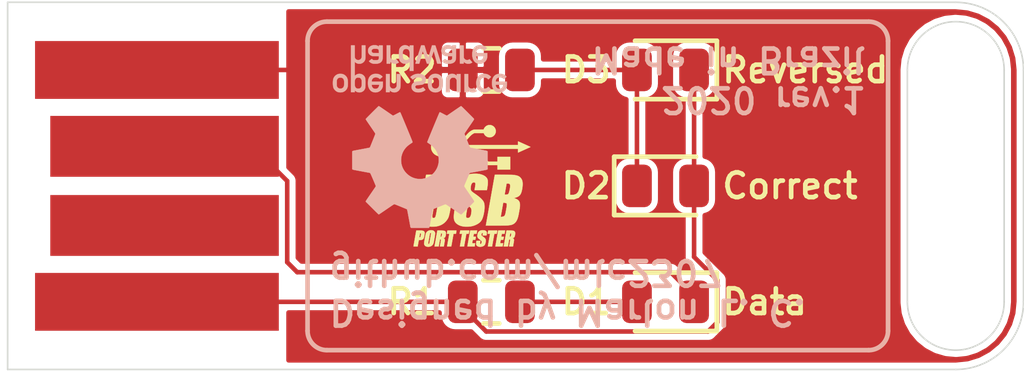
<source format=kicad_pcb>
(kicad_pcb (version 20171130) (host pcbnew "(5.1.5)-3")

  (general
    (thickness 1.6)
    (drawings 23)
    (tracks 20)
    (zones 0)
    (modules 8)
    (nets 7)
  )

  (page A4)
  (title_block
    (title "USB Port Tester")
    (date 2020-01-19)
    (rev 1)
    (company "Designed by Marlon L. C.")
    (comment 1 github.com/mlc2307)
    (comment 3 "Proudly developed in Brazil")
    (comment 4 "GNU General Public License v3")
  )

  (layers
    (0 F.Cu signal)
    (31 B.Cu signal)
    (32 B.Adhes user)
    (33 F.Adhes user)
    (34 B.Paste user)
    (35 F.Paste user)
    (36 B.SilkS user)
    (37 F.SilkS user)
    (38 B.Mask user)
    (39 F.Mask user)
    (40 Dwgs.User user)
    (41 Cmts.User user)
    (42 Eco1.User user)
    (43 Eco2.User user)
    (44 Edge.Cuts user)
    (45 Margin user)
    (46 B.CrtYd user)
    (47 F.CrtYd user)
    (48 B.Fab user hide)
    (49 F.Fab user hide)
  )

  (setup
    (last_trace_width 0.15)
    (trace_clearance 0.2)
    (zone_clearance 0.2)
    (zone_45_only yes)
    (trace_min 0.0889)
    (via_size 0.5)
    (via_drill 0.25)
    (via_min_size 0.45)
    (via_min_drill 0.2)
    (uvia_size 0.3)
    (uvia_drill 0.1)
    (uvias_allowed no)
    (uvia_min_size 0.2)
    (uvia_min_drill 0.1)
    (edge_width 0.0508)
    (segment_width 0.2032)
    (pcb_text_width 0.1524)
    (pcb_text_size 0.8128 0.8128)
    (mod_edge_width 0.1524)
    (mod_text_size 0.8128 0.8128)
    (mod_text_width 0.1524)
    (pad_size 1.524 1.524)
    (pad_drill 0.762)
    (pad_to_mask_clearance 0.05)
    (solder_mask_min_width 0.25)
    (aux_axis_origin 0 0)
    (visible_elements 7FFFFFFF)
    (pcbplotparams
      (layerselection 0x010fc_ffffffff)
      (usegerberextensions false)
      (usegerberattributes false)
      (usegerberadvancedattributes false)
      (creategerberjobfile false)
      (excludeedgelayer true)
      (linewidth 0.100000)
      (plotframeref false)
      (viasonmask false)
      (mode 1)
      (useauxorigin false)
      (hpglpennumber 1)
      (hpglpenspeed 20)
      (hpglpendiameter 15.000000)
      (psnegative false)
      (psa4output false)
      (plotreference true)
      (plotvalue true)
      (plotinvisibletext false)
      (padsonsilk false)
      (subtractmaskfromsilk false)
      (outputformat 1)
      (mirror false)
      (drillshape 1)
      (scaleselection 1)
      (outputdirectory ""))
  )

  (net 0 "")
  (net 1 /VBUS)
  (net 2 GND)
  (net 3 /D-)
  (net 4 /D+)
  (net 5 /DATA)
  (net 6 /POWER)

  (net_class Default "This is the default net class."
    (clearance 0.2)
    (trace_width 0.15)
    (via_dia 0.5)
    (via_drill 0.25)
    (uvia_dia 0.3)
    (uvia_drill 0.1)
    (diff_pair_width 0.15)
    (diff_pair_gap 0.2)
    (add_net /D+)
    (add_net /D-)
    (add_net /DATA)
    (add_net /POWER)
    (add_net /VBUS)
    (add_net GND)
  )

  (module USB_Port_Tester_Symbol:OSHW-Logo_5.7x6mm_SilkScreen (layer B.Cu) (tedit 5E251AFF) (tstamp 5E257246)
    (at 140.53058 109.50194)
    (descr "Open Source Hardware license logo in silk screen")
    (tags "logo oshw")
    (fp_text reference G*** (at 0 0) (layer B.Fab) hide
      (effects (font (size 1.524 1.524) (thickness 0.3)) (justify mirror))
    )
    (fp_text value OSHW-Logo_5.7x6mm_SilkScreen (at 0.75 0) (layer B.Fab) hide
      (effects (font (size 1.524 1.524) (thickness 0.3)) (justify mirror))
    )
    (fp_poly (pts (xy 0.298442 2.992501) (xy 0.304591 2.986422) (xy 0.308483 2.980915) (xy 0.308827 2.98005)
      (xy 0.309568 2.976519) (xy 0.311302 2.967625) (xy 0.313956 2.953765) (xy 0.317453 2.935338)
      (xy 0.32172 2.912741) (xy 0.326682 2.886371) (xy 0.332263 2.856627) (xy 0.33839 2.823906)
      (xy 0.344986 2.788607) (xy 0.351978 2.751126) (xy 0.359291 2.711862) (xy 0.363108 2.691342)
      (xy 0.372392 2.641524) (xy 0.380697 2.597208) (xy 0.388077 2.558131) (xy 0.394583 2.524027)
      (xy 0.40027 2.494632) (xy 0.40519 2.469679) (xy 0.409397 2.448906) (xy 0.412943 2.432046)
      (xy 0.415882 2.418834) (xy 0.418266 2.409007) (xy 0.420149 2.402299) (xy 0.421583 2.398446)
      (xy 0.421905 2.397853) (xy 0.428561 2.390294) (xy 0.437666 2.383597) (xy 0.440289 2.38221)
      (xy 0.445046 2.380127) (xy 0.454752 2.376029) (xy 0.468932 2.370111) (xy 0.48711 2.36257)
      (xy 0.508809 2.353603) (xy 0.533553 2.343405) (xy 0.560866 2.332175) (xy 0.590274 2.320108)
      (xy 0.621298 2.307401) (xy 0.640127 2.2997) (xy 0.676752 2.284739) (xy 0.708365 2.271858)
      (xy 0.735371 2.260905) (xy 0.758176 2.251731) (xy 0.777185 2.244182) (xy 0.792803 2.238108)
      (xy 0.805437 2.233358) (xy 0.815492 2.229779) (xy 0.823372 2.227221) (xy 0.829484 2.225533)
      (xy 0.834234 2.224562) (xy 0.838026 2.224159) (xy 0.841266 2.22417) (xy 0.842297 2.224241)
      (xy 0.844905 2.224565) (xy 0.847794 2.225252) (xy 0.851261 2.226497) (xy 0.855605 2.228492)
      (xy 0.861123 2.231433) (xy 0.868114 2.235512) (xy 0.876875 2.240924) (xy 0.887704 2.247864)
      (xy 0.900899 2.256524) (xy 0.916759 2.2671) (xy 0.93558 2.279785) (xy 0.957661 2.294773)
      (xy 0.9833 2.312258) (xy 1.012795 2.332434) (xy 1.046443 2.355496) (xy 1.084543 2.381637)
      (xy 1.095068 2.388861) (xy 1.128722 2.411937) (xy 1.161123 2.434103) (xy 1.191929 2.455131)
      (xy 1.220801 2.47479) (xy 1.247399 2.49285) (xy 1.271382 2.509082) (xy 1.292411 2.523254)
      (xy 1.310144 2.535138) (xy 1.324242 2.544503) (xy 1.334365 2.551118) (xy 1.340172 2.554755)
      (xy 1.341349 2.555383) (xy 1.350466 2.556987) (xy 1.358105 2.556371) (xy 1.361134 2.55454)
      (xy 1.366963 2.54978) (xy 1.375722 2.541965) (xy 1.387541 2.53097) (xy 1.402553 2.516668)
      (xy 1.420886 2.498933) (xy 1.442671 2.477638) (xy 1.46804 2.452657) (xy 1.497122 2.423864)
      (xy 1.530049 2.391132) (xy 1.565308 2.355976) (xy 1.593803 2.327492) (xy 1.621198 2.300035)
      (xy 1.647199 2.273904) (xy 1.671508 2.249402) (xy 1.69383 2.226828) (xy 1.713869 2.206483)
      (xy 1.731328 2.188669) (xy 1.745912 2.173686) (xy 1.757325 2.161834) (xy 1.76527 2.153415)
      (xy 1.769452 2.148729) (xy 1.769949 2.148064) (xy 1.771925 2.144929) (xy 1.773565 2.141998)
      (xy 1.774692 2.13897) (xy 1.775129 2.135544) (xy 1.774699 2.131422) (xy 1.773225 2.126302)
      (xy 1.770529 2.119886) (xy 1.766435 2.111872) (xy 1.760765 2.101961) (xy 1.753343 2.089853)
      (xy 1.743991 2.075248) (xy 1.732532 2.057846) (xy 1.718789 2.037347) (xy 1.702585 2.01345)
      (xy 1.683743 1.985856) (xy 1.662085 1.954265) (xy 1.637436 1.918377) (xy 1.615661 1.886689)
      (xy 1.59292 1.853566) (xy 1.571051 1.821661) (xy 1.550293 1.791325) (xy 1.530883 1.76291)
      (xy 1.513061 1.736764) (xy 1.497064 1.713239) (xy 1.48313 1.692686) (xy 1.471499 1.675454)
      (xy 1.462407 1.661895) (xy 1.456095 1.65236) (xy 1.452799 1.647198) (xy 1.452443 1.646572)
      (xy 1.448926 1.637377) (xy 1.447263 1.628435) (xy 1.447243 1.627622) (xy 1.448384 1.623457)
      (xy 1.451701 1.614305) (xy 1.457035 1.600555) (xy 1.464227 1.582593) (xy 1.473118 1.560806)
      (xy 1.483549 1.535583) (xy 1.495361 1.507311) (xy 1.508395 1.476376) (xy 1.522492 1.443168)
      (xy 1.534263 1.415608) (xy 1.551139 1.376238) (xy 1.565904 1.341909) (xy 1.578732 1.312268)
      (xy 1.589797 1.286961) (xy 1.599272 1.265635) (xy 1.607333 1.247937) (xy 1.614152 1.233512)
      (xy 1.619904 1.222007) (xy 1.624763 1.213068) (xy 1.628903 1.206342) (xy 1.632497 1.201474)
      (xy 1.63572 1.198113) (xy 1.638747 1.195903) (xy 1.64175 1.194491) (xy 1.643321 1.193966)
      (xy 1.646803 1.193243) (xy 1.655643 1.191528) (xy 1.669441 1.188896) (xy 1.687793 1.185423)
      (xy 1.710298 1.181185) (xy 1.736553 1.176255) (xy 1.766156 1.170711) (xy 1.798705 1.164628)
      (xy 1.833799 1.158081) (xy 1.871034 1.151145) (xy 1.910009 1.143896) (xy 1.924766 1.141154)
      (xy 1.970862 1.13259) (xy 2.011548 1.125021) (xy 2.047172 1.118373) (xy 2.078087 1.112573)
      (xy 2.104641 1.107546) (xy 2.127184 1.10322) (xy 2.146068 1.099519) (xy 2.161642 1.096371)
      (xy 2.174256 1.093701) (xy 2.18426 1.091436) (xy 2.192005 1.089501) (xy 2.197841 1.087823)
      (xy 2.202117 1.086329) (xy 2.205184 1.084944) (xy 2.207393 1.083594) (xy 2.209093 1.082206)
      (xy 2.210406 1.080934) (xy 2.219204 1.072136) (xy 2.219204 0.489363) (xy 2.210415 0.480632)
      (xy 2.208845 0.479144) (xy 2.207046 0.477756) (xy 2.204663 0.476393) (xy 2.201341 0.474981)
      (xy 2.196725 0.473446) (xy 2.190458 0.471711) (xy 2.182187 0.469702) (xy 2.171556 0.467345)
      (xy 2.158209 0.464564) (xy 2.141791 0.461285) (xy 2.121948 0.457433) (xy 2.098323 0.452933)
      (xy 2.070562 0.447709) (xy 2.038309 0.441688) (xy 2.001209 0.434794) (xy 1.958907 0.426953)
      (xy 1.932099 0.421988) (xy 1.889396 0.414045) (xy 1.849122 0.406487) (xy 1.811619 0.399379)
      (xy 1.777231 0.39279) (xy 1.746299 0.386787) (xy 1.719166 0.381437) (xy 1.696175 0.376808)
      (xy 1.677667 0.372966) (xy 1.663984 0.36998) (xy 1.65547 0.367917) (xy 1.652688 0.367018)
      (xy 1.644867 0.361877) (xy 1.638975 0.356082) (xy 1.638583 0.35552) (xy 1.636803 0.351758)
      (xy 1.633073 0.343057) (xy 1.627595 0.329929) (xy 1.620576 0.312885) (xy 1.61222 0.292435)
      (xy 1.602731 0.26909) (xy 1.592314 0.24336) (xy 1.581173 0.215756) (xy 1.569514 0.186789)
      (xy 1.557539 0.15697) (xy 1.545455 0.126808) (xy 1.533465 0.096816) (xy 1.521774 0.067502)
      (xy 1.510586 0.039379) (xy 1.500107 0.012956) (xy 1.49054 -0.011256) (xy 1.482091 -0.032746)
      (xy 1.474963 -0.051003) (xy 1.469361 -0.065517) (xy 1.465491 -0.075777) (xy 1.463555 -0.081273)
      (xy 1.463396 -0.08185) (xy 1.463215 -0.089926) (xy 1.465037 -0.099525) (xy 1.465629 -0.101367)
      (xy 1.467851 -0.105416) (xy 1.473162 -0.113926) (xy 1.481322 -0.126538) (xy 1.49209 -0.142893)
      (xy 1.505225 -0.162632) (xy 1.520486 -0.185394) (xy 1.537632 -0.210822) (xy 1.556422 -0.238556)
      (xy 1.576616 -0.268237) (xy 1.597971 -0.299504) (xy 1.620249 -0.332) (xy 1.622502 -0.33528)
      (xy 1.648622 -0.373313) (xy 1.671609 -0.406829) (xy 1.691662 -0.43613) (xy 1.708978 -0.461519)
      (xy 1.723755 -0.4833) (xy 1.73619 -0.501776) (xy 1.746481 -0.517249) (xy 1.754826 -0.530024)
      (xy 1.761423 -0.540402) (xy 1.766469 -0.548688) (xy 1.770162 -0.555184) (xy 1.7727 -0.560193)
      (xy 1.774281 -0.564019) (xy 1.775102 -0.566964) (xy 1.77536 -0.569332) (xy 1.775363 -0.569602)
      (xy 1.77531 -0.571596) (xy 1.77499 -0.573631) (xy 1.774165 -0.575962) (xy 1.772592 -0.578842)
      (xy 1.770034 -0.582527) (xy 1.766249 -0.587268) (xy 1.760997 -0.593322) (xy 1.75404 -0.60094)
      (xy 1.745136 -0.610378) (xy 1.734046 -0.621889) (xy 1.720529 -0.635727) (xy 1.704346 -0.652145)
      (xy 1.685257 -0.671398) (xy 1.663022 -0.69374) (xy 1.637401 -0.719424) (xy 1.608153 -0.748705)
      (xy 1.575039 -0.781836) (xy 1.569585 -0.787292) (xy 1.534856 -0.822011) (xy 1.504018 -0.852785)
      (xy 1.476841 -0.879837) (xy 1.453095 -0.903387) (xy 1.432551 -0.923657) (xy 1.41498 -0.940868)
      (xy 1.40015 -0.955241) (xy 1.387834 -0.966999) (xy 1.3778 -0.976362) (xy 1.369819 -0.983551)
      (xy 1.363663 -0.988789) (xy 1.3591 -0.992296) (xy 1.355901 -0.994294) (xy 1.354118 -0.994965)
      (xy 1.346706 -0.995308) (xy 1.339052 -0.992899) (xy 1.330652 -0.988177) (xy 1.326199 -0.985247)
      (xy 1.317293 -0.979254) (xy 1.304309 -0.970454) (xy 1.287622 -0.959102) (xy 1.267606 -0.945455)
      (xy 1.244638 -0.929768) (xy 1.219091 -0.912299) (xy 1.19134 -0.893302) (xy 1.161762 -0.873034)
      (xy 1.130731 -0.851752) (xy 1.104475 -0.83373) (xy 0.892076 -0.687889) (xy 0.877428 -0.689221)
      (xy 0.872759 -0.689998) (xy 0.866922 -0.691724) (xy 0.859391 -0.694651) (xy 0.849639 -0.69903)
      (xy 0.837139 -0.705114) (xy 0.821367 -0.713155) (xy 0.801795 -0.723406) (xy 0.777897 -0.736118)
      (xy 0.763729 -0.743708) (xy 0.741387 -0.755605) (xy 0.720453 -0.766573) (xy 0.701535 -0.776309)
      (xy 0.685239 -0.784508) (xy 0.672173 -0.790864) (xy 0.662944 -0.795073) (xy 0.658158 -0.79683)
      (xy 0.657854 -0.796863) (xy 0.650379 -0.795007) (xy 0.644873 -0.791736) (xy 0.64304 -0.788457)
      (xy 0.639131 -0.780087) (xy 0.633284 -0.766963) (xy 0.625637 -0.749417) (xy 0.61633 -0.727786)
      (xy 0.6055 -0.702403) (xy 0.593286 -0.673604) (xy 0.579827 -0.641722) (xy 0.565261 -0.607093)
      (xy 0.549726 -0.57005) (xy 0.533361 -0.530929) (xy 0.516305 -0.490065) (xy 0.498696 -0.447791)
      (xy 0.480672 -0.404443) (xy 0.462373 -0.360355) (xy 0.443936 -0.315861) (xy 0.4255 -0.271297)
      (xy 0.407204 -0.226997) (xy 0.389186 -0.183295) (xy 0.371585 -0.140526) (xy 0.354538 -0.099025)
      (xy 0.338185 -0.059127) (xy 0.322664 -0.021165) (xy 0.308114 0.014525) (xy 0.294673 0.047609)
      (xy 0.28248 0.077752) (xy 0.271672 0.10462) (xy 0.262389 0.127878) (xy 0.25477 0.147191)
      (xy 0.248952 0.162225) (xy 0.245074 0.172645) (xy 0.243274 0.178116) (xy 0.24316 0.178766)
      (xy 0.243729 0.185974) (xy 0.245971 0.192026) (xy 0.250692 0.19782) (xy 0.258697 0.204254)
      (xy 0.27079 0.212225) (xy 0.276131 0.21554) (xy 0.286364 0.221931) (xy 0.296399 0.228437)
      (xy 0.30702 0.235608) (xy 0.319012 0.243994) (xy 0.333157 0.254146) (xy 0.350241 0.266612)
      (xy 0.371048 0.281945) (xy 0.376045 0.28564) (xy 0.38776 0.294826) (xy 0.401787 0.306612)
      (xy 0.416312 0.319437) (xy 0.428773 0.331022) (xy 0.470268 0.374839) (xy 0.507001 0.421979)
      (xy 0.538833 0.472164) (xy 0.565627 0.525116) (xy 0.587243 0.580559) (xy 0.603544 0.638216)
      (xy 0.614392 0.697809) (xy 0.615249 0.704493) (xy 0.616808 0.721983) (xy 0.617831 0.743598)
      (xy 0.618319 0.767627) (xy 0.618272 0.79236) (xy 0.617689 0.816087) (xy 0.616571 0.837097)
      (xy 0.615249 0.851146) (xy 0.60508 0.910267) (xy 0.589442 0.967636) (xy 0.568551 1.022923)
      (xy 0.542623 1.075792) (xy 0.511874 1.125911) (xy 0.47652 1.172947) (xy 0.436778 1.216565)
      (xy 0.392863 1.256433) (xy 0.344993 1.292218) (xy 0.318105 1.309406) (xy 0.267871 1.336407)
      (xy 0.214714 1.358679) (xy 0.159371 1.376054) (xy 0.102579 1.388366) (xy 0.045077 1.39545)
      (xy -0.012399 1.397139) (xy -0.059015 1.394379) (xy -0.119553 1.385434) (xy -0.177932 1.37106)
      (xy -0.234008 1.351328) (xy -0.287637 1.326305) (xy -0.338675 1.29606) (xy -0.386977 1.260663)
      (xy -0.432399 1.220181) (xy -0.439446 1.213179) (xy -0.480293 1.167952) (xy -0.516083 1.119801)
      (xy -0.546738 1.068891) (xy -0.572179 1.015383) (xy -0.592327 0.95944) (xy -0.607103 0.901224)
      (xy -0.615249 0.851146) (xy -0.616808 0.833656) (xy -0.617832 0.812041) (xy -0.61832 0.788012)
      (xy -0.618272 0.763279) (xy -0.61769 0.739553) (xy -0.616571 0.718542) (xy -0.615249 0.704493)
      (xy -0.605012 0.644703) (xy -0.589306 0.586819) (xy -0.568269 0.531118) (xy -0.54204 0.477877)
      (xy -0.510757 0.427373) (xy -0.474559 0.379884) (xy -0.433583 0.335686) (xy -0.428774 0.331022)
      (xy -0.415429 0.318639) (xy -0.400882 0.305832) (xy -0.386946 0.294162) (xy -0.376045 0.28564)
      (xy -0.354343 0.269625) (xy -0.33653 0.256593) (xy -0.321823 0.245994) (xy -0.309438 0.237277)
      (xy -0.29859 0.229893) (xy -0.288496 0.223291) (xy -0.278371 0.216922) (xy -0.276131 0.21554)
      (xy -0.262424 0.206824) (xy -0.253086 0.199959) (xy -0.247309 0.194044) (xy -0.24429 0.188178)
      (xy -0.243222 0.18146) (xy -0.24316 0.178663) (xy -0.244268 0.174823) (xy -0.247499 0.165928)
      (xy -0.252714 0.152314) (xy -0.259774 0.134315) (xy -0.268543 0.112265) (xy -0.278879 0.0865)
      (xy -0.290647 0.057353) (xy -0.303706 0.02516) (xy -0.317918 -0.009744) (xy -0.333145 -0.047026)
      (xy -0.349248 -0.08635) (xy -0.366089 -0.127382) (xy -0.383529 -0.169787) (xy -0.40143 -0.21323)
      (xy -0.419652 -0.257378) (xy -0.438059 -0.301894) (xy -0.45651 -0.346445) (xy -0.474868 -0.390696)
      (xy -0.492994 -0.434312) (xy -0.510749 -0.476958) (xy -0.527996 -0.5183) (xy -0.544594 -0.558003)
      (xy -0.560407 -0.595733) (xy -0.575295 -0.631155) (xy -0.58912 -0.663934) (xy -0.601743 -0.693736)
      (xy -0.613026 -0.720225) (xy -0.622831 -0.743068) (xy -0.631018 -0.761929) (xy -0.637449 -0.776474)
      (xy -0.641986 -0.786368) (xy -0.644491 -0.791277) (xy -0.644834 -0.791736) (xy -0.651989 -0.795667)
      (xy -0.657711 -0.796863) (xy -0.661723 -0.795514) (xy -0.670277 -0.79167) (xy -0.682766 -0.785634)
      (xy -0.698585 -0.777712) (xy -0.717127 -0.768207) (xy -0.737787 -0.757423) (xy -0.759958 -0.745664)
      (xy -0.763586 -0.743723) (xy -0.789966 -0.729643) (xy -0.811746 -0.718153) (xy -0.829452 -0.709001)
      (xy -0.843607 -0.701937) (xy -0.854738 -0.696708) (xy -0.863368 -0.693063) (xy -0.870023 -0.690752)
      (xy -0.875228 -0.689524) (xy -0.877428 -0.689239) (xy -0.892076 -0.687894) (xy -1.072249 -0.811638)
      (xy -1.114024 -0.840327) (xy -1.151242 -0.865878) (xy -1.184175 -0.888473) (xy -1.213095 -0.908292)
      (xy -1.238273 -0.925517) (xy -1.259981 -0.94033) (xy -1.27849 -0.952911) (xy -1.294073 -0.963442)
      (xy -1.307 -0.972104) (xy -1.317545 -0.979078) (xy -1.325977 -0.984547) (xy -1.33257 -0.98869)
      (xy -1.337594 -0.99169) (xy -1.341321 -0.993727) (xy -1.344024 -0.994984) (xy -1.345973 -0.995641)
      (xy -1.34744 -0.995879) (xy -1.348358 -0.995893) (xy -1.356603 -0.994587) (xy -1.360819 -0.993207)
      (xy -1.363677 -0.990819) (xy -1.370378 -0.984562) (xy -1.380634 -0.974721) (xy -1.394155 -0.961581)
      (xy -1.410654 -0.945425) (xy -1.429841 -0.92654) (xy -1.451426 -0.905209) (xy -1.475122 -0.881717)
      (xy -1.500639 -0.856348) (xy -1.527689 -0.829389) (xy -1.555982 -0.801123) (xy -1.571021 -0.786071)
      (xy -1.60462 -0.752421) (xy -1.634318 -0.722661) (xy -1.660356 -0.696537) (xy -1.682975 -0.673793)
      (xy -1.702415 -0.654175) (xy -1.718917 -0.637427) (xy -1.732722 -0.623296) (xy -1.744071 -0.611525)
      (xy -1.753203 -0.601861) (xy -1.76036 -0.594049) (xy -1.765782 -0.587833) (xy -1.76971 -0.582959)
      (xy -1.772385 -0.579171) (xy -1.774047 -0.576216) (xy -1.774937 -0.573838) (xy -1.775296 -0.571782)
      (xy -1.775363 -0.569794) (xy -1.775363 -0.569674) (xy -1.775155 -0.567359) (xy -1.774396 -0.564486)
      (xy -1.772891 -0.560751) (xy -1.770441 -0.555851) (xy -1.766849 -0.549484) (xy -1.761918 -0.541347)
      (xy -1.75545 -0.531137) (xy -1.747247 -0.518552) (xy -1.737113 -0.503288) (xy -1.724849 -0.485044)
      (xy -1.710259 -0.463516) (xy -1.693144 -0.438402) (xy -1.673307 -0.409398) (xy -1.650551 -0.376203)
      (xy -1.624678 -0.338513) (xy -1.622507 -0.335352) (xy -1.600154 -0.302746) (xy -1.578698 -0.271334)
      (xy -1.558381 -0.241473) (xy -1.539442 -0.213523) (xy -1.522123 -0.187844) (xy -1.506664 -0.164794)
      (xy -1.493308 -0.144733) (xy -1.482293 -0.12802) (xy -1.473861 -0.115014) (xy -1.468254 -0.106075)
      (xy -1.465711 -0.101562) (xy -1.465634 -0.101367) (xy -1.463446 -0.091931) (xy -1.463171 -0.083223)
      (xy -1.463396 -0.08185) (xy -1.464805 -0.077651) (xy -1.468202 -0.068557) (xy -1.473382 -0.055078)
      (xy -1.48014 -0.037727) (xy -1.488272 -0.017013) (xy -1.497574 0.006554) (xy -1.50784 0.032461)
      (xy -1.518866 0.0602) (xy -1.530448 0.089258) (xy -1.542381 0.119127) (xy -1.554461 0.149294)
      (xy -1.566483 0.179249) (xy -1.578243 0.208482) (xy -1.589535 0.236481) (xy -1.600156 0.262737)
      (xy -1.609901 0.286739) (xy -1.618565 0.307975) (xy -1.625945 0.325936) (xy -1.631834 0.340111)
      (xy -1.63603 0.349988) (xy -1.638326 0.355058) (xy -1.638583 0.35552) (xy -1.644074 0.361231)
      (xy -1.651838 0.366568) (xy -1.652688 0.367018) (xy -1.657121 0.368349) (xy -1.666977 0.370652)
      (xy -1.681915 0.373862) (xy -1.701591 0.377909) (xy -1.725665 0.382727) (xy -1.753793 0.388249)
      (xy -1.785633 0.394407) (xy -1.820843 0.401134) (xy -1.85908 0.408362) (xy -1.900002 0.416025)
      (xy -1.932099 0.421988) (xy -1.977552 0.430408) (xy -2.017599 0.437837) (xy -2.052594 0.444351)
      (xy -2.082894 0.450023) (xy -2.108853 0.45493) (xy -2.130827 0.459146) (xy -2.14917 0.462745)
      (xy -2.164239 0.465803) (xy -2.176388 0.468395) (xy -2.185972 0.470595) (xy -2.193347 0.472478)
      (xy -2.198869 0.474119) (xy -2.202891 0.475593) (xy -2.205771 0.476974) (xy -2.207862 0.478338)
      (xy -2.20952 0.47976) (xy -2.210415 0.480632) (xy -2.219204 0.489363) (xy -2.219204 1.072136)
      (xy -2.210415 1.080912) (xy -2.208871 1.082389) (xy -2.207112 1.083765) (xy -2.204786 1.085115)
      (xy -2.201545 1.086514) (xy -2.197038 1.088033) (xy -2.190915 1.089749) (xy -2.182825 1.091733)
      (xy -2.172419 1.094061) (xy -2.159347 1.096805) (xy -2.143258 1.10004) (xy -2.123802 1.10384)
      (xy -2.100629 1.108278) (xy -2.07339 1.113428) (xy -2.041733 1.119365) (xy -2.005308 1.126161)
      (xy -1.963767 1.133891) (xy -1.924775 1.141138) (xy -1.885259 1.148487) (xy -1.847334 1.155551)
      (xy -1.811403 1.162254) (xy -1.777866 1.16852) (xy -1.747127 1.174274) (xy -1.719588 1.179442)
      (xy -1.69565 1.183946) (xy -1.675716 1.187712) (xy -1.660188 1.190664) (xy -1.649468 1.192727)
      (xy -1.643959 1.193825) (xy -1.643322 1.193972) (xy -1.640265 1.19511) (xy -1.637273 1.196867)
      (xy -1.634172 1.199598) (xy -1.630788 1.203655) (xy -1.626947 1.209392) (xy -1.622475 1.217163)
      (xy -1.617198 1.227321) (xy -1.610942 1.24022) (xy -1.603533 1.256213) (xy -1.594797 1.275655)
      (xy -1.58456 1.298897) (xy -1.572649 1.326295) (xy -1.558888 1.358202) (xy -1.543104 1.394971)
      (xy -1.534263 1.415608) (xy -1.51944 1.450338) (xy -1.505554 1.4831) (xy -1.492764 1.513505)
      (xy -1.48123 1.541167) (xy -1.471111 1.565698) (xy -1.462565 1.58671) (xy -1.455751 1.603817)
      (xy -1.450829 1.61663) (xy -1.447958 1.624763) (xy -1.447243 1.627622) (xy -1.448618 1.636274)
      (xy -1.451974 1.645655) (xy -1.452425 1.646572) (xy -1.454805 1.650408) (xy -1.460271 1.658719)
      (xy -1.468584 1.671153) (xy -1.479507 1.687361) (xy -1.492801 1.706992) (xy -1.508228 1.729695)
      (xy -1.52555 1.75512) (xy -1.544528 1.782916) (xy -1.564924 1.812733) (xy -1.5865 1.84422)
      (xy -1.609017 1.877026) (xy -1.615656 1.886689) (xy -1.642383 1.925599) (xy -1.665969 1.959986)
      (xy -1.686608 1.990146) (xy -1.704493 2.016375) (xy -1.719818 2.038966) (xy -1.732777 2.058217)
      (xy -1.743564 2.074422) (xy -1.752372 2.087877) (xy -1.759394 2.098876) (xy -1.764825 2.107716)
      (xy -1.768858 2.114692) (xy -1.771688 2.120099) (xy -1.773506 2.124232) (xy -1.774508 2.127387)
      (xy -1.774858 2.129477) (xy -1.776011 2.142288) (xy -1.56988 2.348561) (xy -1.540918 2.377495)
      (xy -1.513036 2.405255) (xy -1.486523 2.43156) (xy -1.461668 2.456127) (xy -1.438758 2.478674)
      (xy -1.418084 2.498919) (xy -1.399934 2.516579) (xy -1.384596 2.531372) (xy -1.372359 2.543017)
      (xy -1.363512 2.55123) (xy -1.358343 2.555729) (xy -1.357157 2.556524) (xy -1.348862 2.557169)
      (xy -1.343666 2.556481) (xy -1.340324 2.554609) (xy -1.332494 2.54964) (xy -1.320511 2.541799)
      (xy -1.304713 2.531314) (xy -1.285436 2.518412) (xy -1.263016 2.503319) (xy -1.237789 2.486262)
      (xy -1.210093 2.467467) (xy -1.180262 2.447162) (xy -1.148635 2.425574) (xy -1.115547 2.402928)
      (xy -1.096844 2.390103) (xy -1.057389 2.363034) (xy -1.022465 2.339095) (xy -0.991773 2.318092)
      (xy -0.965018 2.299833) (xy -0.941902 2.284122) (xy -0.922129 2.270768) (xy -0.905403 2.259578)
      (xy -0.891427 2.250357) (xy -0.879905 2.242914) (xy -0.870539 2.237053) (xy -0.863033 2.232583)
      (xy -0.857091 2.229311) (xy -0.852416 2.227042) (xy -0.848712 2.225584) (xy -0.845681 2.224743)
      (xy -0.843027 2.224326) (xy -0.842272 2.224256) (xy -0.839188 2.224139) (xy -0.835688 2.22438)
      (xy -0.831376 2.225127) (xy -0.825855 2.226529) (xy -0.818729 2.228734) (xy -0.8096 2.231892)
      (xy -0.798074 2.236151) (xy -0.783752 2.241659) (xy -0.766239 2.248566) (xy -0.745138 2.257019)
      (xy -0.720053 2.267168) (xy -0.690587 2.279161) (xy -0.656343 2.293146) (xy -0.632803 2.302775)
      (xy -0.600576 2.315994) (xy -0.569798 2.328681) (xy -0.540921 2.340645) (xy -0.514398 2.351697)
      (xy -0.49068 2.361646) (xy -0.47022 2.370301) (xy -0.45347 2.377473) (xy -0.440881 2.382971)
      (xy -0.432907 2.386605) (xy -0.430153 2.388043) (xy -0.424197 2.394347) (xy -0.418953 2.403254)
      (xy -0.417823 2.406006) (xy -0.416658 2.410612) (xy -0.414517 2.420567) (xy -0.41148 2.435458)
      (xy -0.407626 2.454872) (xy -0.403035 2.478393) (xy -0.397787 2.505608) (xy -0.39196 2.536104)
      (xy -0.385636 2.569467) (xy -0.378893 2.605282) (xy -0.371811 2.643136) (xy -0.36447 2.682615)
      (xy -0.361313 2.699665) (xy -0.309305 2.980911) (xy -0.290621 2.999953) (xy 0.289585 2.999953)
      (xy 0.298442 2.992501)) (layer B.SilkS) (width 0.01))
    (fp_poly (pts (xy 1.780445 -1.454955) (xy 1.811001 -1.464403) (xy 1.827512 -1.472068) (xy 1.838507 -1.47818)
      (xy 1.848605 -1.484339) (xy 1.855651 -1.489229) (xy 1.855743 -1.489303) (xy 1.864347 -1.496197)
      (xy 1.858673 -1.503311) (xy 1.855063 -1.507718) (xy 1.848365 -1.515784) (xy 1.839264 -1.526689)
      (xy 1.828446 -1.539611) (xy 1.816597 -1.553728) (xy 1.815408 -1.555143) (xy 1.777817 -1.59986)
      (xy 1.768534 -1.593651) (xy 1.751473 -1.5833) (xy 1.73608 -1.5767) (xy 1.720186 -1.573173)
      (xy 1.701621 -1.572044) (xy 1.699193 -1.572037) (xy 1.671724 -1.574353) (xy 1.647908 -1.581238)
      (xy 1.62765 -1.592757) (xy 1.610852 -1.608976) (xy 1.597419 -1.629962) (xy 1.590259 -1.646702)
      (xy 1.583472 -1.665502) (xy 1.582603 -1.859591) (xy 1.581735 -2.05368) (xy 1.461891 -2.05368)
      (xy 1.461891 -1.456033) (xy 1.582007 -1.456033) (xy 1.582007 -1.521195) (xy 1.602445 -1.501914)
      (xy 1.627394 -1.482291) (xy 1.655318 -1.467241) (xy 1.685402 -1.456875) (xy 1.716829 -1.4513)
      (xy 1.748782 -1.450624) (xy 1.780445 -1.454955)) (layer B.SilkS) (width 0.01))
    (fp_poly (pts (xy -0.792453 -1.455389) (xy -0.764637 -1.463992) (xy -0.736258 -1.477968) (xy -0.710112 -1.496427)
      (xy -0.687157 -1.518497) (xy -0.668348 -1.543309) (xy -0.659034 -1.560007) (xy -0.65516 -1.567993)
      (xy -0.651783 -1.575133) (xy -0.648868 -1.581875) (xy -0.646378 -1.588663) (xy -0.644278 -1.595943)
      (xy -0.64253 -1.604162) (xy -0.641099 -1.613766) (xy -0.639949 -1.625199) (xy -0.639044 -1.638909)
      (xy -0.638346 -1.65534) (xy -0.637821 -1.674939) (xy -0.637431 -1.698152) (xy -0.637142 -1.725424)
      (xy -0.636915 -1.757202) (xy -0.636717 -1.793931) (xy -0.636509 -1.836058) (xy -0.636501 -1.837679)
      (xy -0.63542 -2.0538) (xy -0.696367 -2.053007) (xy -0.757313 -2.052215) (xy -0.758778 -1.855929)
      (xy -0.759067 -1.816453) (xy -0.759328 -1.782378) (xy -0.759599 -1.753246) (xy -0.759915 -1.7286)
      (xy -0.760315 -1.707981) (xy -0.760836 -1.690932) (xy -0.761514 -1.676994) (xy -0.762386 -1.665711)
      (xy -0.763491 -1.656623) (xy -0.764864 -1.649274) (xy -0.766544 -1.643205) (xy -0.768566 -1.637959)
      (xy -0.770969 -1.633078) (xy -0.77379 -1.628103) (xy -0.777065 -1.622577) (xy -0.777803 -1.621323)
      (xy -0.791006 -1.604342) (xy -0.80846 -1.590325) (xy -0.829106 -1.579755) (xy -0.851885 -1.573117)
      (xy -0.87574 -1.570895) (xy -0.886787 -1.571489) (xy -0.910392 -1.575783) (xy -0.9305 -1.583828)
      (xy -0.948609 -1.59632) (xy -0.956785 -1.603852) (xy -0.97082 -1.620267) (xy -0.980896 -1.638243)
      (xy -0.987767 -1.659323) (xy -0.990456 -1.672826) (xy -0.990929 -1.678592) (xy -0.991375 -1.68966)
      (xy -0.991788 -1.705472) (xy -0.992159 -1.725471) (xy -0.992481 -1.7491) (xy -0.992747 -1.775802)
      (xy -0.992949 -1.805018) (xy -0.99308 -1.836192) (xy -0.993131 -1.868767) (xy -0.993132 -1.871309)
      (xy -0.993149 -2.05368) (xy -1.113264 -2.05368) (xy -1.113264 -1.456033) (xy -0.993149 -1.456033)
      (xy -0.993149 -1.521195) (xy -0.972843 -1.502039) (xy -0.947669 -1.482213) (xy -0.919505 -1.467019)
      (xy -0.889127 -1.456598) (xy -0.857309 -1.451092) (xy -0.824826 -1.450641) (xy -0.792453 -1.455389)) (layer B.SilkS) (width 0.01))
    (fp_poly (pts (xy 2.639036 -1.452341) (xy 2.66204 -1.455266) (xy 2.675867 -1.458409) (xy 2.712003 -1.47159)
      (xy 2.744777 -1.489369) (xy 2.773884 -1.511457) (xy 2.799018 -1.537562) (xy 2.819875 -1.567395)
      (xy 2.836151 -1.600664) (xy 2.841897 -1.616673) (xy 2.847965 -1.639357) (xy 2.85227 -1.66453)
      (xy 2.854902 -1.693064) (xy 2.855952 -1.725828) (xy 2.855817 -1.750462) (xy 2.854936 -1.800266)
      (xy 2.483532 -1.801774) (xy 2.485554 -1.821528) (xy 2.490465 -1.847958) (xy 2.499313 -1.872461)
      (xy 2.511583 -1.894072) (xy 2.52676 -1.911825) (xy 2.538732 -1.921367) (xy 2.55633 -1.931598)
      (xy 2.573908 -1.938507) (xy 2.593352 -1.942659) (xy 2.61637 -1.944611) (xy 2.647895 -1.943701)
      (xy 2.676682 -1.938008) (xy 2.703681 -1.927216) (xy 2.729842 -1.91101) (xy 2.739142 -1.903867)
      (xy 2.757091 -1.889403) (xy 2.79869 -1.925064) (xy 2.811861 -1.936503) (xy 2.823411 -1.946814)
      (xy 2.832622 -1.955334) (xy 2.838779 -1.961402) (xy 2.841163 -1.964347) (xy 2.839477 -1.968058)
      (xy 2.834013 -1.974448) (xy 2.825683 -1.982678) (xy 2.815397 -1.991912) (xy 2.804065 -2.001312)
      (xy 2.792597 -2.010042) (xy 2.787912 -2.013338) (xy 2.761615 -2.028849) (xy 2.732106 -2.042008)
      (xy 2.705525 -2.050723) (xy 2.685822 -2.054711) (xy 2.662191 -2.057383) (xy 2.63642 -2.058702)
      (xy 2.610299 -2.058637) (xy 2.585615 -2.05715) (xy 2.564159 -2.05421) (xy 2.560658 -2.053498)
      (xy 2.523443 -2.042884) (xy 2.490163 -2.027985) (xy 2.460777 -2.008758) (xy 2.435246 -1.985161)
      (xy 2.41353 -1.957151) (xy 2.395588 -1.924687) (xy 2.381381 -1.887726) (xy 2.372535 -1.854237)
      (xy 2.370283 -1.843228) (xy 2.368594 -1.83294) (xy 2.367389 -1.822238) (xy 2.366588 -1.809989)
      (xy 2.366114 -1.795059) (xy 2.365887 -1.776312) (xy 2.36583 -1.757786) (xy 2.365926 -1.733324)
      (xy 2.366296 -1.713689) (xy 2.366808 -1.702123) (xy 2.484337 -1.702123) (xy 2.733356 -1.702123)
      (xy 2.733313 -1.691136) (xy 2.731908 -1.676583) (xy 2.728227 -1.659482) (xy 2.722925 -1.642359)
      (xy 2.717081 -1.628561) (xy 2.702817 -1.606368) (xy 2.684935 -1.588728) (xy 2.663667 -1.575778)
      (xy 2.639246 -1.567657) (xy 2.611905 -1.564502) (xy 2.608646 -1.564464) (xy 2.581361 -1.567021)
      (xy 2.556879 -1.57463) (xy 2.535478 -1.587057) (xy 2.517438 -1.604067) (xy 2.503037 -1.625424)
      (xy 2.492554 -1.650893) (xy 2.488772 -1.665553) (xy 2.486563 -1.677069) (xy 2.484985 -1.687376)
      (xy 2.484388 -1.694066) (xy 2.484337 -1.702123) (xy 2.366808 -1.702123) (xy 2.366998 -1.697855)
      (xy 2.368087 -1.684793) (xy 2.369623 -1.673476) (xy 2.370931 -1.666352) (xy 2.381795 -1.624142)
      (xy 2.396429 -1.586336) (xy 2.414805 -1.552971) (xy 2.436889 -1.524083) (xy 2.462653 -1.499711)
      (xy 2.492063 -1.479892) (xy 2.52509 -1.464663) (xy 2.543955 -1.458492) (xy 2.564288 -1.454278)
      (xy 2.588211 -1.451848) (xy 2.613777 -1.451202) (xy 2.639036 -1.452341)) (layer B.SilkS) (width 0.01))
    (fp_poly (pts (xy 2.136732 -1.452137) (xy 2.150843 -1.452457) (xy 2.161835 -1.453177) (xy 2.171076 -1.45444)
      (xy 2.179937 -1.456392) (xy 2.189786 -1.459179) (xy 2.192241 -1.459924) (xy 2.230226 -1.474299)
      (xy 2.265696 -1.493598) (xy 2.270473 -1.496684) (xy 2.279021 -1.502886) (xy 2.289171 -1.511122)
      (xy 2.299985 -1.520518) (xy 2.310526 -1.530199) (xy 2.319858 -1.539292) (xy 2.327043 -1.546922)
      (xy 2.331144 -1.552216) (xy 2.331745 -1.553832) (xy 2.329567 -1.55671) (xy 2.323653 -1.562783)
      (xy 2.314681 -1.571398) (xy 2.303335 -1.581901) (xy 2.290295 -1.593641) (xy 2.289175 -1.594636)
      (xy 2.246856 -1.632166) (xy 2.227955 -1.614847) (xy 2.20279 -1.595406) (xy 2.175928 -1.581528)
      (xy 2.147637 -1.573271) (xy 2.118182 -1.570698) (xy 2.087829 -1.573868) (xy 2.068706 -1.578734)
      (xy 2.043348 -1.589437) (xy 2.021771 -1.604594) (xy 2.003964 -1.624219) (xy 1.989912 -1.648328)
      (xy 1.979604 -1.676937) (xy 1.975852 -1.692924) (xy 1.973748 -1.708088) (xy 1.972482 -1.727061)
      (xy 1.972023 -1.748351) (xy 1.972337 -1.770469) (xy 1.973392 -1.791924) (xy 1.975153 -1.811225)
      (xy 1.977589 -1.826883) (xy 1.978938 -1.832492) (xy 1.989619 -1.861303) (xy 2.004068 -1.885728)
      (xy 2.022186 -1.905669) (xy 2.043875 -1.921029) (xy 2.069039 -1.931711) (xy 2.082185 -1.935119)
      (xy 2.11376 -1.939249) (xy 2.143474 -1.937831) (xy 2.171427 -1.930838) (xy 2.197719 -1.918242)
      (xy 2.222451 -1.900018) (xy 2.226402 -1.896456) (xy 2.246451 -1.877894) (xy 2.289223 -1.91622)
      (xy 2.30239 -1.928151) (xy 2.313914 -1.938844) (xy 2.323128 -1.947661) (xy 2.329366 -1.953962)
      (xy 2.33196 -1.957108) (xy 2.331995 -1.957249) (xy 2.330021 -1.960346) (xy 2.324724 -1.966426)
      (xy 2.317038 -1.97445) (xy 2.31222 -1.979227) (xy 2.283294 -2.003923) (xy 2.251438 -2.024787)
      (xy 2.217759 -2.041217) (xy 2.18336 -2.052612) (xy 2.173186 -2.054935) (xy 2.15976 -2.056878)
      (xy 2.142453 -2.058256) (xy 2.123222 -2.05902) (xy 2.104023 -2.059118) (xy 2.086813 -2.0585)
      (xy 2.075652 -2.057438) (xy 2.043424 -2.050609) (xy 2.011506 -2.039437) (xy 1.981096 -2.024551)
      (xy 1.953393 -2.006577) (xy 1.929596 -1.986143) (xy 1.920353 -1.976163) (xy 1.898678 -1.94645)
      (xy 1.880729 -1.912692) (xy 1.866663 -1.87549) (xy 1.856637 -1.835447) (xy 1.850809 -1.793165)
      (xy 1.849335 -1.749245) (xy 1.851482 -1.712471) (xy 1.85626 -1.676979) (xy 1.86332 -1.645382)
      (xy 1.873118 -1.616007) (xy 1.885031 -1.589331) (xy 1.903498 -1.557302) (xy 1.924767 -1.530086)
      (xy 1.949453 -1.507059) (xy 1.97817 -1.4876) (xy 1.993622 -1.479317) (xy 2.014132 -1.469662)
      (xy 2.032397 -1.462512) (xy 2.049985 -1.457521) (xy 2.068466 -1.454348) (xy 2.08941 -1.452649)
      (xy 2.114386 -1.45208) (xy 2.118131 -1.452071) (xy 2.136732 -1.452137)) (layer B.SilkS) (width 0.01))
    (fp_poly (pts (xy 0.975593 -1.638403) (xy 0.975647 -1.676142) (xy 0.975796 -1.711025) (xy 0.976034 -1.742645)
      (xy 0.976355 -1.770598) (xy 0.976752 -1.79448) (xy 0.97722 -1.813884) (xy 0.977753 -1.828407)
      (xy 0.978344 -1.837642) (xy 0.978603 -1.839816) (xy 0.985049 -1.864116) (xy 0.996079 -1.886334)
      (xy 1.011022 -1.905591) (xy 1.02921 -1.92101) (xy 1.048089 -1.930992) (xy 1.065342 -1.935662)
      (xy 1.085682 -1.937881) (xy 1.106898 -1.937647) (xy 1.126775 -1.934958) (xy 1.140222 -1.931041)
      (xy 1.16035 -1.920069) (xy 1.178233 -1.90424) (xy 1.193143 -1.884359) (xy 1.204353 -1.861229)
      (xy 1.204981 -1.859507) (xy 1.205754 -1.855041) (xy 1.206462 -1.846043) (xy 1.207111 -1.832343)
      (xy 1.207704 -1.813769) (xy 1.208244 -1.79015) (xy 1.208737 -1.761314) (xy 1.209187 -1.727089)
      (xy 1.209596 -1.687305) (xy 1.209879 -1.653784) (xy 1.211407 -1.457497) (xy 1.331522 -1.457497)
      (xy 1.332269 -1.755648) (xy 1.333015 -2.053799) (xy 1.211407 -2.052215) (xy 1.21057 -2.022022)
      (xy 1.209734 -1.991829) (xy 1.19021 -2.009719) (xy 1.168968 -2.026242) (xy 1.14462 -2.040275)
      (xy 1.119233 -2.050738) (xy 1.10301 -2.055146) (xy 1.085271 -2.057737) (xy 1.064769 -2.058971)
      (xy 1.04368 -2.058853) (xy 1.02418 -2.057387) (xy 1.009906 -2.054948) (xy 0.978543 -2.044452)
      (xy 0.949326 -2.028948) (xy 0.922987 -2.009019) (xy 0.900262 -1.985249) (xy 0.881883 -1.958221)
      (xy 0.877382 -1.949677) (xy 0.873711 -1.942286) (xy 0.870511 -1.935697) (xy 0.867749 -1.929473)
      (xy 0.86539 -1.923171) (xy 0.863401 -1.916354) (xy 0.861748 -1.90858) (xy 0.860395 -1.899409)
      (xy 0.859311 -1.888402) (xy 0.85846 -1.875119) (xy 0.857808 -1.85912) (xy 0.857322 -1.839964)
      (xy 0.856967 -1.817212) (xy 0.85671 -1.790424) (xy 0.856516 -1.75916) (xy 0.856351 -1.72298)
      (xy 0.856183 -1.681443) (xy 0.856156 -1.675023) (xy 0.855244 -1.456033) (xy 0.975571 -1.456033)
      (xy 0.975593 -1.638403)) (layer B.SilkS) (width 0.01))
    (fp_poly (pts (xy 0.555428 -1.45437) (xy 0.589931 -1.462888) (xy 0.622673 -1.476075) (xy 0.652896 -1.493929)
      (xy 0.662736 -1.501279) (xy 0.676945 -1.514052) (xy 0.691948 -1.530055) (xy 0.706189 -1.547443)
      (xy 0.718113 -1.564367) (xy 0.723383 -1.573297) (xy 0.731421 -1.591251) (xy 0.738752 -1.613206)
      (xy 0.744847 -1.637306) (xy 0.749177 -1.661696) (xy 0.74967 -1.665502) (xy 0.75089 -1.679343)
      (xy 0.751812 -1.697687) (xy 0.752436 -1.719236) (xy 0.752761 -1.742692) (xy 0.752784 -1.766755)
      (xy 0.752505 -1.790127) (xy 0.751921 -1.81151) (xy 0.751032 -1.829604) (xy 0.749872 -1.842822)
      (xy 0.743712 -1.879018) (xy 0.734433 -1.910893) (xy 0.721605 -1.939329) (xy 0.704798 -1.96521)
      (xy 0.683584 -1.989421) (xy 0.674302 -1.998344) (xy 0.648044 -2.019613) (xy 0.62043 -2.03592)
      (xy 0.590226 -2.047882) (xy 0.560036 -2.055395) (xy 0.542975 -2.057678) (xy 0.522414 -2.058896)
      (xy 0.500444 -2.059057) (xy 0.47916 -2.058165) (xy 0.460653 -2.056229) (xy 0.454094 -2.055081)
      (xy 0.421308 -2.046299) (xy 0.392215 -2.033884) (xy 0.365567 -2.017152) (xy 0.340117 -1.99542)
      (xy 0.333979 -1.989314) (xy 0.31306 -1.965809) (xy 0.296813 -1.942329) (xy 0.284398 -1.9173)
      (xy 0.274972 -1.889146) (xy 0.270504 -1.870577) (xy 0.26884 -1.859564) (xy 0.26739 -1.843765)
      (xy 0.266175 -1.824253) (xy 0.265217 -1.802097) (xy 0.264538 -1.77837) (xy 0.264158 -1.754142)
      (xy 0.264157 -1.753391) (xy 0.385248 -1.753391) (xy 0.385342 -1.780049) (xy 0.385694 -1.801687)
      (xy 0.386407 -1.819144) (xy 0.387586 -1.833259) (xy 0.389335 -1.844869) (xy 0.391759 -1.854814)
      (xy 0.394961 -1.863931) (xy 0.399045 -1.873059) (xy 0.40048 -1.875968) (xy 0.414049 -1.896783)
      (xy 0.431623 -1.913809) (xy 0.45249 -1.926732) (xy 0.475937 -1.935237) (xy 0.501251 -1.93901)
      (xy 0.52772 -1.937736) (xy 0.536713 -1.936127) (xy 0.561736 -1.928068) (xy 0.583411 -1.915353)
      (xy 0.601386 -1.898242) (xy 0.614553 -1.878462) (xy 0.619329 -1.868861) (xy 0.623113 -1.859733)
      (xy 0.626018 -1.850234) (xy 0.628157 -1.839523) (xy 0.629643 -1.826755) (xy 0.63059 -1.811089)
      (xy 0.63111 -1.791682) (xy 0.631317 -1.76769) (xy 0.631338 -1.753391) (xy 0.631247 -1.727213)
      (xy 0.630896 -1.706021) (xy 0.630168 -1.688945) (xy 0.628943 -1.675114) (xy 0.627104 -1.663657)
      (xy 0.624534 -1.653702) (xy 0.621114 -1.644379) (xy 0.616726 -1.634817) (xy 0.614748 -1.630876)
      (xy 0.601877 -1.611861) (xy 0.584735 -1.595973) (xy 0.564251 -1.583636) (xy 0.541355 -1.575277)
      (xy 0.516975 -1.571323) (xy 0.492041 -1.572199) (xy 0.48817 -1.572798) (xy 0.461501 -1.579693)
      (xy 0.438978 -1.590633) (xy 0.420368 -1.605828) (xy 0.405432 -1.625488) (xy 0.393937 -1.649823)
      (xy 0.390634 -1.659643) (xy 0.388946 -1.66585) (xy 0.387645 -1.672649) (xy 0.386681 -1.680871)
      (xy 0.386008 -1.691346) (xy 0.385578 -1.704905) (xy 0.385342 -1.722379) (xy 0.385253 -1.744598)
      (xy 0.385248 -1.753391) (xy 0.264157 -1.753391) (xy 0.2641 -1.730485) (xy 0.264384 -1.708468)
      (xy 0.265033 -1.689165) (xy 0.266067 -1.673645) (xy 0.26647 -1.669772) (xy 0.273495 -1.629946)
      (xy 0.284898 -1.593959) (xy 0.300747 -1.561681) (xy 0.321108 -1.532984) (xy 0.346048 -1.507738)
      (xy 0.353837 -1.501289) (xy 0.383002 -1.481799) (xy 0.41495 -1.466977) (xy 0.448925 -1.456824)
      (xy 0.484167 -1.451338) (xy 0.519921 -1.45052) (xy 0.555428 -1.45437)) (layer B.SilkS) (width 0.01))
    (fp_poly (pts (xy -0.018953 -1.451724) (xy 0.025927 -1.457449) (xy 0.068399 -1.468138) (xy 0.10814 -1.483692)
      (xy 0.144824 -1.50401) (xy 0.173431 -1.525009) (xy 0.181337 -1.531572) (xy 0.144842 -1.574367)
      (xy 0.133433 -1.587654) (xy 0.123317 -1.599261) (xy 0.115102 -1.608503) (xy 0.1094 -1.614694)
      (xy 0.106819 -1.617149) (xy 0.106765 -1.617163) (xy 0.103733 -1.615746) (xy 0.096871 -1.611937)
      (xy 0.087351 -1.606398) (xy 0.080964 -1.602587) (xy 0.047421 -1.585085) (xy 0.013741 -1.573088)
      (xy -0.021093 -1.566309) (xy -0.053841 -1.564429) (xy -0.081973 -1.566009) (xy -0.105289 -1.570799)
      (xy -0.123928 -1.578881) (xy -0.138024 -1.590333) (xy -0.147715 -1.605233) (xy -0.152824 -1.621881)
      (xy -0.154462 -1.632515) (xy -0.154375 -1.640182) (xy -0.152325 -1.647582) (xy -0.150075 -1.652966)
      (xy -0.145372 -1.661772) (xy -0.139365 -1.669117) (xy -0.131467 -1.675187) (xy -0.121091 -1.680171)
      (xy -0.107652 -1.684256) (xy -0.090562 -1.687632) (xy -0.069235 -1.690485) (xy -0.043084 -1.693004)
      (xy -0.019454 -1.694823) (xy 0.009108 -1.697067) (xy 0.032734 -1.699457) (xy 0.052346 -1.702183)
      (xy 0.068869 -1.705433) (xy 0.083223 -1.709398) (xy 0.096334 -1.714265) (xy 0.109123 -1.720225)
      (xy 0.112203 -1.721816) (xy 0.136868 -1.7379) (xy 0.157298 -1.757945) (xy 0.17338 -1.781746)
      (xy 0.185002 -1.809102) (xy 0.192053 -1.839809) (xy 0.194402 -1.870577) (xy 0.193753 -1.893959)
      (xy 0.190893 -1.913873) (xy 0.185352 -1.932447) (xy 0.176658 -1.951808) (xy 0.176249 -1.952607)
      (xy 0.160543 -1.976889) (xy 0.139888 -1.998589) (xy 0.11472 -2.017438) (xy 0.085474 -2.033166)
      (xy 0.052586 -2.045502) (xy 0.016491 -2.054177) (xy 0.010785 -2.055153) (xy -0.009262 -2.057501)
      (xy -0.032698 -2.058809) (xy -0.057556 -2.059081) (xy -0.081871 -2.058323) (xy -0.103676 -2.056541)
      (xy -0.115721 -2.054809) (xy -0.158538 -2.044358) (xy -0.200467 -2.028745) (xy -0.240408 -2.008501)
      (xy -0.277259 -1.984155) (xy -0.29834 -1.966996) (xy -0.31397 -1.953182) (xy -0.273478 -1.912612)
      (xy -0.260837 -1.900101) (xy -0.249482 -1.889156) (xy -0.240099 -1.880412) (xy -0.23337 -1.874505)
      (xy -0.229979 -1.87207) (xy -0.229832 -1.872042) (xy -0.226007 -1.874003) (xy -0.220221 -1.878916)
      (xy -0.218074 -1.881074) (xy -0.207492 -1.890486) (xy -0.19312 -1.900943) (xy -0.176634 -1.911375)
      (xy -0.15971 -1.920711) (xy -0.146182 -1.927005) (xy -0.11905 -1.936393) (xy -0.090662 -1.942303)
      (xy -0.059412 -1.945022) (xy -0.044684 -1.945283) (xy -0.013302 -1.943671) (xy 0.013264 -1.938815)
      (xy 0.0351 -1.930685) (xy 0.052288 -1.919252) (xy 0.062899 -1.9075) (xy 0.068032 -1.89911)
      (xy 0.070965 -1.890583) (xy 0.072452 -1.87944) (xy 0.07273 -1.875209) (xy 0.072319 -1.85756)
      (xy 0.068545 -1.844021) (xy 0.060993 -1.833639) (xy 0.05162 -1.826772) (xy 0.045236 -1.823324)
      (xy 0.038686 -1.820481) (xy 0.031181 -1.8181) (xy 0.021932 -1.816036) (xy 0.01015 -1.814147)
      (xy -0.004955 -1.812288) (xy -0.024172 -1.810316) (xy -0.048289 -1.808088) (xy -0.053624 -1.807611)
      (xy -0.074747 -1.805575) (xy -0.095287 -1.803305) (xy -0.11407 -1.800954) (xy -0.129918 -1.798674)
      (xy -0.141657 -1.796616) (xy -0.145445 -1.795762) (xy -0.176643 -1.785058) (xy -0.204028 -1.770107)
      (xy -0.227352 -1.751311) (xy -0.246367 -1.729072) (xy -0.260823 -1.703794) (xy -0.270473 -1.675879)
      (xy -0.275069 -1.645729) (xy -0.274361 -1.613747) (xy -0.27096 -1.592261) (xy -0.2637 -1.567164)
      (xy -0.252748 -1.544804) (xy -0.237298 -1.523738) (xy -0.225835 -1.511419) (xy -0.203395 -1.491959)
      (xy -0.178734 -1.476547) (xy -0.151225 -1.464946) (xy -0.120241 -1.456919) (xy -0.085155 -1.452229)
      (xy -0.065917 -1.451063) (xy -0.018953 -1.451724)) (layer B.SilkS) (width 0.01))
    (fp_poly (pts (xy -1.422167 -1.453025) (xy -1.386443 -1.461125) (xy -1.352771 -1.474177) (xy -1.321656 -1.491844)
      (xy -1.293605 -1.51379) (xy -1.269122 -1.539679) (xy -1.248713 -1.569176) (xy -1.233528 -1.600312)
      (xy -1.228117 -1.614828) (xy -1.223892 -1.628703) (xy -1.220719 -1.642961) (xy -1.21846 -1.658628)
      (xy -1.216982 -1.676728) (xy -1.216147 -1.698285) (xy -1.215821 -1.724325) (xy -1.215802 -1.734225)
      (xy -1.215802 -1.80173) (xy -1.585778 -1.80173) (xy -1.583882 -1.822135) (xy -1.578642 -1.851515)
      (xy -1.568863 -1.877289) (xy -1.554778 -1.899247) (xy -1.536619 -1.91718) (xy -1.514621 -1.930881)
      (xy -1.489017 -1.940139) (xy -1.46004 -1.944747) (xy -1.446202 -1.945248) (xy -1.413677 -1.942447)
      (xy -1.382657 -1.93401) (xy -1.353368 -1.920017) (xy -1.328871 -1.902903) (xy -1.312675 -1.889712)
      (xy -1.27083 -1.9252) (xy -1.257622 -1.936403) (xy -1.246014 -1.946251) (xy -1.236721 -1.954138)
      (xy -1.230458 -1.959457) (xy -1.227938 -1.961601) (xy -1.227933 -1.961606) (xy -1.228409 -1.964779)
      (xy -1.232788 -1.970803) (xy -1.240357 -1.978921) (xy -1.250404 -1.988375) (xy -1.262217 -1.998406)
      (xy -1.263416 -1.99937) (xy -1.296112 -2.021785) (xy -1.332302 -2.039533) (xy -1.360819 -2.049492)
      (xy -1.372025 -2.052595) (xy -1.382236 -2.054811) (xy -1.392935 -2.056314) (xy -1.405609 -2.05728)
      (xy -1.42174 -2.057885) (xy -1.43406 -2.058154) (xy -1.450744 -2.058367) (xy -1.465975 -2.058384)
      (xy -1.478512 -2.058216) (xy -1.487116 -2.057876) (xy -1.489723 -2.057619) (xy -1.528819 -2.048812)
      (xy -1.564174 -2.035509) (xy -1.595731 -2.017772) (xy -1.623431 -1.995664) (xy -1.647215 -1.969246)
      (xy -1.667025 -1.938581) (xy -1.682802 -1.903732) (xy -1.694489 -1.86476) (xy -1.700473 -1.833281)
      (xy -1.702787 -1.812411) (xy -1.704258 -1.787816) (xy -1.704882 -1.761278) (xy -1.704657 -1.734582)
      (xy -1.703577 -1.709511) (xy -1.702917 -1.702123) (xy -1.585746 -1.702123) (xy -1.335108 -1.702123)
      (xy -1.337027 -1.683395) (xy -1.342254 -1.655774) (xy -1.351778 -1.630715) (xy -1.365178 -1.608841)
      (xy -1.382034 -1.590777) (xy -1.401926 -1.577145) (xy -1.411497 -1.572727) (xy -1.420509 -1.569562)
      (xy -1.42954 -1.567559) (xy -1.440342 -1.566478) (xy -1.454667 -1.566082) (xy -1.460427 -1.566061)
      (xy -1.476288 -1.566285) (xy -1.488052 -1.567114) (xy -1.497471 -1.568789) (xy -1.506296 -1.571546)
      (xy -1.509357 -1.572727) (xy -1.530448 -1.584218) (xy -1.548687 -1.600416) (xy -1.563654 -1.620697)
      (xy -1.574928 -1.644436) (xy -1.582091 -1.671011) (xy -1.583827 -1.683395) (xy -1.585746 -1.702123)
      (xy -1.702917 -1.702123) (xy -1.70164 -1.687849) (xy -1.700791 -1.681615) (xy -1.692013 -1.639276)
      (xy -1.679223 -1.600744) (xy -1.662599 -1.566192) (xy -1.642322 -1.535793) (xy -1.618572 -1.509719)
      (xy -1.591529 -1.488143) (xy -1.561372 -1.471238) (xy -1.528282 -1.459176) (xy -1.492439 -1.452129)
      (xy -1.459437 -1.450212) (xy -1.422167 -1.453025)) (layer B.SilkS) (width 0.01))
    (fp_poly (pts (xy -2.595663 -1.451154) (xy -2.570299 -1.453128) (xy -2.548777 -1.456515) (xy -2.529159 -1.461787)
      (xy -2.509504 -1.469415) (xy -2.49752 -1.475008) (xy -2.46579 -1.493709) (xy -2.437823 -1.516796)
      (xy -2.413949 -1.543946) (xy -2.394499 -1.574837) (xy -2.393817 -1.576148) (xy -2.385125 -1.594987)
      (xy -2.378145 -1.614894) (xy -2.372746 -1.63667) (xy -2.368792 -1.661117) (xy -2.366152 -1.689036)
      (xy -2.364693 -1.721228) (xy -2.364279 -1.753974) (xy -2.364971 -1.795371) (xy -2.367266 -1.831729)
      (xy -2.371361 -1.863697) (xy -2.377455 -1.891923) (xy -2.385747 -1.917056) (xy -2.396434 -1.939747)
      (xy -2.409717 -1.960643) (xy -2.425792 -1.980394) (xy -2.43713 -1.992232) (xy -2.46497 -2.016092)
      (xy -2.49502 -2.034605) (xy -2.527753 -2.048021) (xy -2.556801 -2.055368) (xy -2.569449 -2.057061)
      (xy -2.586017 -2.058268) (xy -2.604584 -2.058948) (xy -2.623229 -2.059059) (xy -2.64003 -2.058559)
      (xy -2.652791 -2.057446) (xy -2.686041 -2.050002) (xy -2.717869 -2.037374) (xy -2.747642 -2.020114)
      (xy -2.77473 -1.998774) (xy -2.798501 -1.973906) (xy -2.818325 -1.946063) (xy -2.833569 -1.915796)
      (xy -2.841472 -1.892384) (xy -2.847019 -1.866806) (xy -2.851259 -1.836791) (xy -2.854109 -1.803633)
      (xy -2.855486 -1.768624) (xy -2.855402 -1.751927) (xy -2.731847 -1.751927) (xy -2.731815 -1.776702)
      (xy -2.731658 -1.796441) (xy -2.731332 -1.811966) (xy -2.730793 -1.824101) (xy -2.729996 -1.833668)
      (xy -2.728896 -1.841489) (xy -2.727449 -1.848388) (xy -2.726417 -1.852351) (xy -2.716773 -1.877519)
      (xy -2.703001 -1.898644) (xy -2.685409 -1.915508) (xy -2.664307 -1.927893) (xy -2.640005 -1.935582)
      (xy -2.612812 -1.938356) (xy -2.604452 -1.938211) (xy -2.580972 -1.935674) (xy -2.56261 -1.930716)
      (xy -2.543555 -1.921944) (xy -2.527505 -1.910996) (xy -2.514291 -1.897447) (xy -2.503746 -1.880868)
      (xy -2.4957 -1.860834) (xy -2.489987 -1.836918) (xy -2.486438 -1.808693) (xy -2.484884 -1.775731)
      (xy -2.485159 -1.737607) (xy -2.485254 -1.734349) (xy -2.486279 -1.709045) (xy -2.487751 -1.688563)
      (xy -2.489837 -1.671873) (xy -2.492703 -1.657942) (xy -2.496519 -1.64574) (xy -2.50145 -1.634236)
      (xy -2.501553 -1.634023) (xy -2.514291 -1.613967) (xy -2.530735 -1.597704) (xy -2.550093 -1.585275)
      (xy -2.571571 -1.576718) (xy -2.594376 -1.572073) (xy -2.617717 -1.57138) (xy -2.6408 -1.574679)
      (xy -2.662831 -1.582008) (xy -2.68302 -1.593409) (xy -2.700572 -1.608919) (xy -2.711688 -1.623524)
      (xy -2.716378 -1.632196) (xy -2.721551 -1.643632) (xy -2.725146 -1.652821) (xy -2.727127 -1.658621)
      (xy -2.728672 -1.664211) (xy -2.729835 -1.670394) (xy -2.730671 -1.677978) (xy -2.731234 -1.687768)
      (xy -2.73158 -1.700569) (xy -2.731761 -1.717189) (xy -2.731834 -1.738432) (xy -2.731847 -1.751927)
      (xy -2.855402 -1.751927) (xy -2.855307 -1.733058) (xy -2.853717 -1.701242) (xy -2.850457 -1.666662)
      (xy -2.84592 -1.636945) (xy -2.839745 -1.611168) (xy -2.831572 -1.588406) (xy -2.821041 -1.567734)
      (xy -2.807792 -1.54823) (xy -2.791464 -1.528969) (xy -2.78316 -1.520281) (xy -2.755857 -1.496063)
      (xy -2.726735 -1.477149) (xy -2.695431 -1.463406) (xy -2.661582 -1.4547) (xy -2.624826 -1.450897)
      (xy -2.595663 -1.451154)) (layer B.SilkS) (width 0.01))
    (fp_poly (pts (xy 1.630894 -2.395193) (xy 1.661381 -2.404272) (xy 1.690155 -2.418265) (xy 1.702792 -2.426496)
      (xy 1.716473 -2.436224) (xy 1.67963 -2.480055) (xy 1.667746 -2.494193) (xy 1.656739 -2.50729)
      (xy 1.647325 -2.518492) (xy 1.640222 -2.526944) (xy 1.63615 -2.531792) (xy 1.636078 -2.531878)
      (xy 1.629371 -2.539868) (xy 1.612281 -2.529561) (xy 1.587693 -2.517792) (xy 1.56261 -2.511859)
      (xy 1.536974 -2.511758) (xy 1.510731 -2.517483) (xy 1.504371 -2.51971) (xy 1.487297 -2.528687)
      (xy 1.470853 -2.541948) (xy 1.456557 -2.557983) (xy 1.44593 -2.575286) (xy 1.444057 -2.579551)
      (xy 1.43699 -2.597128) (xy 1.43406 -2.99263) (xy 1.374666 -2.993423) (xy 1.353481 -2.993623)
      (xy 1.337534 -2.993559) (xy 1.326208 -2.993204) (xy 1.318885 -2.992526) (xy 1.314948 -2.991496)
      (xy 1.313853 -2.990494) (xy 1.313663 -2.987102) (xy 1.313495 -2.97825) (xy 1.31335 -2.964333)
      (xy 1.313229 -2.945751) (xy 1.313132 -2.922901) (xy 1.313062 -2.896182) (xy 1.313018 -2.86599)
      (xy 1.313002 -2.832724) (xy 1.313015 -2.796782) (xy 1.313056 -2.758561) (xy 1.313128 -2.71846)
      (xy 1.313189 -2.692342) (xy 1.313945 -2.397913) (xy 1.43406 -2.397913) (xy 1.434864 -2.428674)
      (xy 1.435669 -2.459435) (xy 1.454816 -2.441346) (xy 1.479527 -2.421903) (xy 1.507111 -2.4071)
      (xy 1.536804 -2.396981) (xy 1.567842 -2.391593) (xy 1.59946 -2.390982) (xy 1.630894 -2.395193)) (layer B.SilkS) (width 0.01))
    (fp_poly (pts (xy 0.035336 -2.604358) (xy 0.044574 -2.638025) (xy 0.053399 -2.669945) (xy 0.061684 -2.699683)
      (xy 0.069307 -2.726803) (xy 0.076142 -2.750869) (xy 0.082066 -2.771447) (xy 0.086953 -2.7881)
      (xy 0.090679 -2.800392) (xy 0.09312 -2.807889) (xy 0.094143 -2.810165) (xy 0.095239 -2.807228)
      (xy 0.097964 -2.79925) (xy 0.102144 -2.786765) (xy 0.107606 -2.770307) (xy 0.114175 -2.75041)
      (xy 0.121677 -2.727608) (xy 0.129938 -2.702435) (xy 0.138783 -2.675425) (xy 0.148039 -2.647111)
      (xy 0.157531 -2.618028) (xy 0.167085 -2.58871) (xy 0.176527 -2.55969) (xy 0.185683 -2.531503)
      (xy 0.194379 -2.504682) (xy 0.202441 -2.479762) (xy 0.209694 -2.457276) (xy 0.215964 -2.437758)
      (xy 0.221078 -2.421742) (xy 0.22486 -2.409762) (xy 0.226955 -2.402964) (xy 0.227897 -2.400411)
      (xy 0.229546 -2.398629) (xy 0.232813 -2.397503) (xy 0.23861 -2.396917) (xy 0.247851 -2.396755)
      (xy 0.261447 -2.396901) (xy 0.272997 -2.397105) (xy 0.31704 -2.397913) (xy 0.35641 -2.519493)
      (xy 0.371708 -2.566721) (xy 0.385309 -2.608672) (xy 0.397314 -2.645644) (xy 0.407823 -2.677936)
      (xy 0.416936 -2.705849) (xy 0.424753 -2.72968) (xy 0.431376 -2.74973) (xy 0.436903 -2.766296)
      (xy 0.441436 -2.779679) (xy 0.445075 -2.790178) (xy 0.44792 -2.798091) (xy 0.450071 -2.803718)
      (xy 0.45163 -2.807358) (xy 0.452695 -2.80931) (xy 0.453369 -2.809874) (xy 0.453692 -2.809527)
      (xy 0.454727 -2.806041) (xy 0.457183 -2.797362) (xy 0.460932 -2.783949) (xy 0.465848 -2.766261)
      (xy 0.471804 -2.744755) (xy 0.478673 -2.719891) (xy 0.486328 -2.692127) (xy 0.494643 -2.661921)
      (xy 0.50349 -2.629733) (xy 0.511233 -2.601523) (xy 0.567086 -2.397913) (xy 0.630706 -2.397123)
      (xy 0.649295 -2.396991) (xy 0.665736 -2.397064) (xy 0.679189 -2.397321) (xy 0.688813 -2.397744)
      (xy 0.693768 -2.398313) (xy 0.694256 -2.398588) (xy 0.693372 -2.401628) (xy 0.690818 -2.409882)
      (xy 0.68671 -2.422983) (xy 0.681165 -2.440566) (xy 0.674297 -2.462263) (xy 0.666225 -2.487707)
      (xy 0.657065 -2.516534) (xy 0.646932 -2.548376) (xy 0.635943 -2.582867) (xy 0.624214 -2.61964)
      (xy 0.611862 -2.658329) (xy 0.599589 -2.696736) (xy 0.504992 -2.99263) (xy 0.451842 -2.993428)
      (xy 0.398693 -2.994226) (xy 0.391704 -2.971456) (xy 0.389656 -2.964703) (xy 0.386097 -2.952875)
      (xy 0.38119 -2.936516) (xy 0.375096 -2.916166) (xy 0.367977 -2.892367) (xy 0.359995 -2.86566)
      (xy 0.351313 -2.836587) (xy 0.342092 -2.805691) (xy 0.332494 -2.773511) (xy 0.329472 -2.763378)
      (xy 0.320004 -2.731747) (xy 0.310989 -2.701885) (xy 0.302569 -2.674247) (xy 0.294888 -2.649289)
      (xy 0.288088 -2.627468) (xy 0.282312 -2.609238) (xy 0.277701 -2.595056) (xy 0.2744 -2.585378)
      (xy 0.272549 -2.58066) (xy 0.272228 -2.580275) (xy 0.271081 -2.583381) (xy 0.268407 -2.591651)
      (xy 0.264344 -2.604633) (xy 0.259031 -2.621873) (xy 0.252605 -2.642919) (xy 0.245205 -2.667317)
      (xy 0.236968 -2.694613) (xy 0.228032 -2.724355) (xy 0.218536 -2.75609) (xy 0.210899 -2.781696)
      (xy 0.201035 -2.814796) (xy 0.191614 -2.84636) (xy 0.182779 -2.875921) (xy 0.174667 -2.903013)
      (xy 0.16742 -2.92717) (xy 0.161176 -2.947925) (xy 0.156078 -2.964813) (xy 0.152263 -2.977366)
      (xy 0.149873 -2.985119) (xy 0.149099 -2.987503) (xy 0.148044 -2.989849) (xy 0.146343 -2.991559)
      (xy 0.143159 -2.992735) (xy 0.137656 -2.993476) (xy 0.128997 -2.993883) (xy 0.116345 -2.994056)
      (xy 0.098864 -2.994094) (xy 0.09406 -2.994095) (xy 0.041493 -2.994095) (xy 0.035539 -2.975785)
      (xy 0.033814 -2.97043) (xy 0.030439 -2.959902) (xy 0.025544 -2.944611) (xy 0.01926 -2.924967)
      (xy 0.011718 -2.901377) (xy 0.003048 -2.874253) (xy -0.006618 -2.844003) (xy -0.01715 -2.811035)
      (xy -0.028416 -2.775761) (xy -0.040287 -2.738589) (xy -0.052631 -2.699928) (xy -0.058657 -2.681052)
      (xy -0.071066 -2.642187) (xy -0.082988 -2.604866) (xy -0.094299 -2.569473) (xy -0.104876 -2.536391)
      (xy -0.114597 -2.506002) (xy -0.12334 -2.478689) (xy -0.130982 -2.454835) (xy -0.137401 -2.434824)
      (xy -0.142472 -2.419038) (xy -0.146075 -2.407859) (xy -0.148087 -2.401672) (xy -0.148469 -2.400538)
      (xy -0.148177 -2.399179) (xy -0.145691 -2.398149) (xy -0.140365 -2.397405) (xy -0.131555 -2.396905)
      (xy -0.118616 -2.396608) (xy -0.100903 -2.396471) (xy -0.085774 -2.396448) (xy -0.021509 -2.396448)
      (xy 0.035336 -2.604358)) (layer B.SilkS) (width 0.01))
    (fp_poly (pts (xy -0.773467 -2.395411) (xy -0.742719 -2.405176) (xy -0.727136 -2.412483) (xy -0.716124 -2.418607)
      (xy -0.705995 -2.424791) (xy -0.698912 -2.429713) (xy -0.698827 -2.42978) (xy -0.690144 -2.436737)
      (xy -0.777036 -2.540145) (xy -0.786217 -2.534001) (xy -0.803569 -2.523505) (xy -0.819255 -2.516837)
      (xy -0.835366 -2.513331) (xy -0.853991 -2.512317) (xy -0.872946 -2.512956) (xy -0.888196 -2.515201)
      (xy -0.901792 -2.519568) (xy -0.915787 -2.526577) (xy -0.919806 -2.528933) (xy -0.937422 -2.542772)
      (xy -0.952107 -2.561027) (xy -0.963053 -2.582655) (xy -0.964581 -2.586875) (xy -0.965868 -2.590759)
      (xy -0.966975 -2.594605) (xy -0.967918 -2.598871) (xy -0.968713 -2.604014) (xy -0.969376 -2.61049)
      (xy -0.969922 -2.618758) (xy -0.970368 -2.629274) (xy -0.970729 -2.642495) (xy -0.971022 -2.658879)
      (xy -0.971262 -2.678883) (xy -0.971465 -2.702964) (xy -0.971648 -2.731579) (xy -0.971825 -2.765185)
      (xy -0.971993 -2.800006) (xy -0.972914 -2.994095) (xy -1.092757 -2.994095) (xy -1.092757 -2.396448)
      (xy -0.972641 -2.396448) (xy -0.972641 -2.46161) (xy -0.952335 -2.442454) (xy -0.927101 -2.422558)
      (xy -0.898994 -2.407345) (xy -0.868796 -2.39692) (xy -0.837287 -2.391387) (xy -0.80525 -2.390849)
      (xy -0.773467 -2.395411)) (layer B.SilkS) (width 0.01))
    (fp_poly (pts (xy -1.948339 -1.454046) (xy -1.917194 -1.462515) (xy -1.887562 -1.475974) (xy -1.860122 -1.494442)
      (xy -1.855183 -1.498544) (xy -1.83323 -1.521187) (xy -1.815337 -1.547685) (xy -1.801947 -1.577284)
      (xy -1.795159 -1.600912) (xy -1.793558 -1.608767) (xy -1.792243 -1.616931) (xy -1.791177 -1.626127)
      (xy -1.790318 -1.637079) (xy -1.789626 -1.650513) (xy -1.789062 -1.667153) (xy -1.788586 -1.687722)
      (xy -1.788157 -1.712947) (xy -1.787879 -1.732581) (xy -1.787518 -1.774263) (xy -1.787709 -1.810642)
      (xy -1.78857 -1.842256) (xy -1.790218 -1.869646) (xy -1.792773 -1.893351) (xy -1.796353 -1.91391)
      (xy -1.801076 -1.931864) (xy -1.80706 -1.947752) (xy -1.814424 -1.962113) (xy -1.823286 -1.975487)
      (xy -1.833764 -1.988413) (xy -1.845977 -2.001432) (xy -1.847068 -2.002529) (xy -1.872309 -2.024269)
      (xy -1.899459 -2.040657) (xy -1.928931 -2.051858) (xy -1.96114 -2.058041) (xy -1.987879 -2.059488)
      (xy -2.01769 -2.057274) (xy -2.04649 -2.050348) (xy -2.074888 -2.038458) (xy -2.103493 -2.021355)
      (xy -2.130583 -2.000745) (xy -2.141569 -1.991589) (xy -2.141569 -2.458601) (xy -2.123722 -2.442079)
      (xy -2.098797 -2.422315) (xy -2.071917 -2.407592) (xy -2.042435 -2.39765) (xy -2.009705 -2.392229)
      (xy -1.997731 -2.39137) (xy -1.967324 -2.391596) (xy -1.939932 -2.395745) (xy -1.913979 -2.404103)
      (xy -1.904322 -2.408368) (xy -1.873739 -2.425839) (xy -1.847415 -2.447214) (xy -1.825544 -2.472257)
      (xy -1.808322 -2.50073) (xy -1.795944 -2.532395) (xy -1.792911 -2.543691) (xy -1.791808 -2.548526)
      (xy -1.790855 -2.553478) (xy -1.79004 -2.558989) (xy -1.789352 -2.565503) (xy -1.788781 -2.573465)
      (xy -1.788316 -2.583317) (xy -1.787946 -2.595504) (xy -1.78766 -2.610469) (xy -1.787448 -2.628656)
      (xy -1.787297 -2.650509) (xy -1.787199 -2.676472) (xy -1.78714 -2.706988) (xy -1.787112 -2.742501)
      (xy -1.787103 -2.780963) (xy -1.787082 -2.994095) (xy -1.907197 -2.994095) (xy -1.907197 -2.808463)
      (xy -1.907246 -2.769098) (xy -1.90739 -2.733189) (xy -1.907623 -2.701062) (xy -1.907941 -2.673044)
      (xy -1.908338 -2.649464) (xy -1.908811 -2.630647) (xy -1.909354 -2.616922) (xy -1.909963 -2.608615)
      (xy -1.910188 -2.607062) (xy -1.917754 -2.581014) (xy -1.929727 -2.55864) (xy -1.945829 -2.54022)
      (xy -1.96578 -2.526034) (xy -1.989304 -2.51636) (xy -2.003756 -2.513048) (xy -2.029178 -2.5113)
      (xy -2.053685 -2.514582) (xy -2.076479 -2.522514) (xy -2.09676 -2.534711) (xy -2.113731 -2.550791)
      (xy -2.126593 -2.570371) (xy -2.127577 -2.572409) (xy -2.130289 -2.578363) (xy -2.132627 -2.584114)
      (xy -2.134617 -2.590129) (xy -2.136288 -2.596873) (xy -2.137668 -2.604814) (xy -2.138784 -2.614419)
      (xy -2.139664 -2.626154) (xy -2.140337 -2.640486) (xy -2.140829 -2.657881) (xy -2.14117 -2.678807)
      (xy -2.141386 -2.703729) (xy -2.141506 -2.733115) (xy -2.141558 -2.767431) (xy -2.141569 -2.806742)
      (xy -2.141569 -2.994095) (xy -2.261684 -2.994095) (xy -2.261684 -1.75633) (xy -2.140355 -1.75633)
      (xy -2.140101 -1.779538) (xy -2.139393 -1.801487) (xy -2.13823 -1.821002) (xy -2.136612 -1.836906)
      (xy -2.134772 -1.84714) (xy -2.126187 -1.874057) (xy -2.115136 -1.89589) (xy -2.1013 -1.913006)
      (xy -2.084363 -1.925772) (xy -2.064004 -1.934555) (xy -2.057353 -1.936424) (xy -2.044537 -1.938257)
      (xy -2.028168 -1.938628) (xy -2.010328 -1.937679) (xy -1.993101 -1.935546) (xy -1.97857 -1.93237)
      (xy -1.974069 -1.930872) (xy -1.954736 -1.920469) (xy -1.938638 -1.90525) (xy -1.925741 -1.885172)
      (xy -1.916015 -1.860194) (xy -1.913849 -1.852293) (xy -1.912232 -1.84482) (xy -1.910986 -1.836248)
      (xy -1.910065 -1.825741) (xy -1.909425 -1.812464) (xy -1.909023 -1.795582) (xy -1.908814 -1.774259)
      (xy -1.908758 -1.756321) (xy -1.908885 -1.72744) (xy -1.909337 -1.70352) (xy -1.910106 -1.684798)
      (xy -1.911183 -1.671513) (xy -1.912197 -1.665221) (xy -1.920385 -1.638182) (xy -1.931116 -1.616216)
      (xy -1.944725 -1.598967) (xy -1.961548 -1.586081) (xy -1.981921 -1.577203) (xy -1.99945 -1.573009)
      (xy -2.024399 -1.570906) (xy -2.048855 -1.573044) (xy -2.071577 -1.579146) (xy -2.09132 -1.588937)
      (xy -2.099931 -1.595337) (xy -2.111051 -1.607816) (xy -2.121204 -1.624943) (xy -2.129766 -1.645516)
      (xy -2.134792 -1.662572) (xy -2.136815 -1.674434) (xy -2.138383 -1.690916) (xy -2.139496 -1.710844)
      (xy -2.140153 -1.73304) (xy -2.140355 -1.75633) (xy -2.261684 -1.75633) (xy -2.261684 -1.456033)
      (xy -2.141569 -1.456033) (xy -2.141569 -1.518775) (xy -2.129118 -1.506861) (xy -2.103098 -1.485825)
      (xy -2.074531 -1.469654) (xy -2.044096 -1.45837) (xy -2.012467 -1.451994) (xy -1.980323 -1.450546)
      (xy -1.948339 -1.454046)) (layer B.SilkS) (width 0.01))
    (fp_poly (pts (xy 1.984191 -2.392134) (xy 2.006249 -2.393985) (xy 2.024697 -2.39728) (xy 2.025848 -2.397576)
      (xy 2.061135 -2.409767) (xy 2.093759 -2.426773) (xy 2.123217 -2.448156) (xy 2.149011 -2.473475)
      (xy 2.170637 -2.502289) (xy 2.187597 -2.534157) (xy 2.191221 -2.542996) (xy 2.196918 -2.559256)
      (xy 2.201333 -2.57563) (xy 2.204602 -2.59315) (xy 2.206858 -2.612852) (xy 2.208236 -2.635768)
      (xy 2.20887 -2.662933) (xy 2.20895 -2.679542) (xy 2.20895 -2.742146) (xy 1.839815 -2.742146)
      (xy 1.839815 -2.756178) (xy 1.841305 -2.772454) (xy 1.845344 -2.79103) (xy 1.851287 -2.809295)
      (xy 1.85516 -2.818316) (xy 1.862804 -2.830488) (xy 1.873981 -2.843653) (xy 1.887006 -2.856138)
      (xy 1.900195 -2.86627) (xy 1.907947 -2.870749) (xy 1.932325 -2.87966) (xy 1.959403 -2.884729)
      (xy 1.987309 -2.88578) (xy 2.014172 -2.882638) (xy 2.020105 -2.881278) (xy 2.039088 -2.874992)
      (xy 2.059117 -2.86587) (xy 2.077994 -2.855054) (xy 2.093519 -2.843687) (xy 2.095042 -2.842349)
      (xy 2.103011 -2.835481) (xy 2.108125 -2.832153) (xy 2.111676 -2.831768) (xy 2.11452 -2.833376)
      (xy 2.118354 -2.836527) (xy 2.125804 -2.842772) (xy 2.136029 -2.851404) (xy 2.148189 -2.861712)
      (xy 2.158702 -2.870652) (xy 2.197807 -2.903955) (xy 2.183604 -2.918483) (xy 2.155866 -2.942906)
      (xy 2.124178 -2.963824) (xy 2.089729 -2.980547) (xy 2.058074 -2.991247) (xy 2.044261 -2.994034)
      (xy 2.026259 -2.996302) (xy 2.005721 -2.997972) (xy 1.984302 -2.998967) (xy 1.963654 -2.999206)
      (xy 1.945432 -2.998611) (xy 1.932099 -2.99724) (xy 1.893242 -2.98849) (xy 1.858249 -2.975354)
      (xy 1.827106 -2.957818) (xy 1.799801 -2.935869) (xy 1.776321 -2.909492) (xy 1.756652 -2.878674)
      (xy 1.740782 -2.843401) (xy 1.728697 -2.803661) (xy 1.723527 -2.779164) (xy 1.721155 -2.761331)
      (xy 1.71954 -2.739257) (xy 1.718682 -2.714512) (xy 1.718581 -2.688665) (xy 1.719236 -2.663287)
      (xy 1.720492 -2.642538) (xy 1.839815 -2.642538) (xy 2.089385 -2.642538) (xy 2.087449 -2.627157)
      (xy 2.08136 -2.596249) (xy 2.071486 -2.569667) (xy 2.057937 -2.547514) (xy 2.040826 -2.529894)
      (xy 2.020265 -2.516911) (xy 1.996366 -2.508668) (xy 1.96924 -2.505268) (xy 1.955845 -2.505354)
      (xy 1.941135 -2.506345) (xy 1.92986 -2.508167) (xy 1.919604 -2.51136) (xy 1.909468 -2.51575)
      (xy 1.895281 -2.523721) (xy 1.88212 -2.53341) (xy 1.876679 -2.538442) (xy 1.862621 -2.556464)
      (xy 1.851292 -2.578048) (xy 1.843478 -2.601268) (xy 1.839967 -2.624198) (xy 1.83985 -2.628622)
      (xy 1.839815 -2.642538) (xy 1.720492 -2.642538) (xy 1.720649 -2.639945) (xy 1.722818 -2.620211)
      (xy 1.723532 -2.615714) (xy 1.733193 -2.573293) (xy 1.746797 -2.534938) (xy 1.764257 -2.500758)
      (xy 1.785485 -2.470864) (xy 1.810393 -2.445365) (xy 1.838894 -2.424371) (xy 1.870899 -2.407991)
      (xy 1.897109 -2.398813) (xy 1.914984 -2.395067) (xy 1.936697 -2.392693) (xy 1.960387 -2.39171)
      (xy 1.984191 -2.392134)) (layer B.SilkS) (width 0.01))
    (fp_poly (pts (xy 0.984057 -2.392449) (xy 1.024169 -2.398019) (xy 1.059826 -2.407282) (xy 1.091004 -2.420221)
      (xy 1.117674 -2.436818) (xy 1.139809 -2.457057) (xy 1.157383 -2.480921) (xy 1.170368 -2.508393)
      (xy 1.178739 -2.539456) (xy 1.179103 -2.541488) (xy 1.179981 -2.547329) (xy 1.18074 -2.554358)
      (xy 1.181389 -2.563005) (xy 1.181935 -2.573695) (xy 1.182387 -2.586857) (xy 1.182752 -2.602918)
      (xy 1.183039 -2.622306) (xy 1.183255 -2.645449) (xy 1.183409 -2.672773) (xy 1.183508 -2.704707)
      (xy 1.183561 -2.741679) (xy 1.183575 -2.780615) (xy 1.183575 -2.994095) (xy 1.06346 -2.994095)
      (xy 1.06346 -2.939997) (xy 1.050032 -2.955347) (xy 1.036661 -2.968764) (xy 1.022162 -2.979278)
      (xy 1.005671 -2.98719) (xy 0.986328 -2.9928) (xy 0.96327 -2.996407) (xy 0.935637 -2.998313)
      (xy 0.925767 -2.99861) (xy 0.908593 -2.998792) (xy 0.892154 -2.998598) (xy 0.877955 -2.99807)
      (xy 0.867504 -2.997251) (xy 0.864725 -2.996854) (xy 0.830982 -2.988343) (xy 0.800397 -2.975564)
      (xy 0.773339 -2.958842) (xy 0.750179 -2.938506) (xy 0.731286 -2.914883) (xy 0.71703 -2.888299)
      (xy 0.707781 -2.859081) (xy 0.707521 -2.857867) (xy 0.703556 -2.826204) (xy 0.704228 -2.809823)
      (xy 0.817434 -2.809823) (xy 0.819906 -2.830015) (xy 0.827437 -2.847343) (xy 0.839894 -2.861656)
      (xy 0.857143 -2.872804) (xy 0.879052 -2.880635) (xy 0.880503 -2.880994) (xy 0.892024 -2.882889)
      (xy 0.907811 -2.884274) (xy 0.926292 -2.885128) (xy 0.945895 -2.885431) (xy 0.965048 -2.885163)
      (xy 0.98218 -2.884303) (xy 0.995717 -2.882832) (xy 0.997645 -2.882502) (xy 1.015695 -2.878002)
      (xy 1.030169 -2.871488) (xy 1.041449 -2.862362) (xy 1.049917 -2.850027) (xy 1.055953 -2.833888)
      (xy 1.05994 -2.813348) (xy 1.06226 -2.787809) (xy 1.062606 -2.780963) (xy 1.064338 -2.742146)
      (xy 0.976318 -2.742146) (xy 0.950852 -2.742174) (xy 0.930477 -2.742288) (xy 0.914426 -2.742531)
      (xy 0.901929 -2.742945) (xy 0.89222 -2.743573) (xy 0.88453 -2.744458) (xy 0.87809 -2.745643)
      (xy 0.872135 -2.747171) (xy 0.868898 -2.748138) (xy 0.849256 -2.756626) (xy 0.834048 -2.768407)
      (xy 0.82358 -2.783113) (xy 0.818158 -2.800378) (xy 0.817434 -2.809823) (xy 0.704228 -2.809823)
      (xy 0.704827 -2.795228) (xy 0.71106 -2.765566) (xy 0.721978 -2.737841) (xy 0.737306 -2.712679)
      (xy 0.756767 -2.690705) (xy 0.780086 -2.672544) (xy 0.792468 -2.665416) (xy 0.802538 -2.660267)
      (xy 0.811382 -2.656033) (xy 0.819705 -2.652615) (xy 0.828214 -2.649914) (xy 0.837613 -2.647831)
      (xy 0.848608 -2.646265) (xy 0.861904 -2.645119) (xy 0.878207 -2.644291) (xy 0.898223 -2.643684)
      (xy 0.922656 -2.643197) (xy 0.952212 -2.642731) (xy 0.953599 -2.64271) (xy 1.061995 -2.641073)
      (xy 1.06199 -2.600058) (xy 1.061912 -2.58341) (xy 1.061569 -2.571348) (xy 1.060794 -2.562597)
      (xy 1.059419 -2.555886) (xy 1.057278 -2.549939) (xy 1.054666 -2.54441) (xy 1.046071 -2.531764)
      (xy 1.034018 -2.521739) (xy 1.018089 -2.514187) (xy 0.997867 -2.508961) (xy 0.972933 -2.505913)
      (xy 0.942869 -2.504896) (xy 0.942757 -2.504896) (xy 0.916515 -2.505504) (xy 0.895072 -2.507597)
      (xy 0.877493 -2.511453) (xy 0.862841 -2.517352) (xy 0.850181 -2.525574) (xy 0.839028 -2.535918)
      (xy 0.826995 -2.548705) (xy 0.781328 -2.514324) (xy 0.767219 -2.503535) (xy 0.754864 -2.493769)
      (xy 0.744984 -2.485621) (xy 0.738301 -2.47969) (xy 0.735535 -2.47657) (xy 0.735501 -2.476424)
      (xy 0.737544 -2.472103) (xy 0.743266 -2.465146) (xy 0.751685 -2.456465) (xy 0.761818 -2.446974)
      (xy 0.772683 -2.437589) (xy 0.783298 -2.429221) (xy 0.792681 -2.422786) (xy 0.793983 -2.422007)
      (xy 0.818973 -2.409705) (xy 0.846542 -2.400579) (xy 0.877411 -2.394474) (xy 0.912304 -2.391235)
      (xy 0.939519 -2.390589) (xy 0.984057 -2.392449)) (layer B.SilkS) (width 0.01))
    (fp_poly (pts (xy -0.211657 -2.574424) (xy -0.212399 -2.99263) (xy -0.332515 -2.99263) (xy -0.333354 -2.964026)
      (xy -0.334192 -2.935422) (xy -0.353888 -2.951335) (xy -0.383105 -2.971384) (xy -0.414457 -2.986265)
      (xy -0.447346 -2.995833) (xy -0.481174 -2.999939) (xy -0.515342 -2.998437) (xy -0.532984 -2.995404)
      (xy -0.561701 -2.986411) (xy -0.589547 -2.972453) (xy -0.615122 -2.954399) (xy -0.637026 -2.933121)
      (xy -0.641146 -2.928178) (xy -0.654455 -2.91024) (xy -0.664582 -2.893152) (xy -0.672221 -2.875269)
      (xy -0.678066 -2.854945) (xy -0.68281 -2.830538) (xy -0.683129 -2.82857) (xy -0.684283 -2.817974)
      (xy -0.685241 -2.802422) (xy -0.686001 -2.782813) (xy -0.686565 -2.760047) (xy -0.686933 -2.735024)
      (xy -0.687105 -2.708642) (xy -0.687095 -2.695271) (xy -0.566459 -2.695271) (xy -0.566353 -2.720111)
      (xy -0.566001 -2.739982) (xy -0.565357 -2.755774) (xy -0.564374 -2.768373) (xy -0.563004 -2.778669)
      (xy -0.561656 -2.785587) (xy -0.553567 -2.813114) (xy -0.54263 -2.835579) (xy -0.528622 -2.853157)
      (xy -0.51132 -2.866024) (xy -0.490502 -2.874356) (xy -0.465944 -2.878328) (xy -0.443841 -2.878503)
      (xy -0.429809 -2.877333) (xy -0.416027 -2.875324) (xy -0.404973 -2.872858) (xy -0.402826 -2.87218)
      (xy -0.38801 -2.864529) (xy -0.373466 -2.85262) (xy -0.36064 -2.837936) (xy -0.350979 -2.821958)
      (xy -0.348798 -2.81683) (xy -0.343851 -2.802111) (xy -0.340069 -2.786724) (xy -0.337326 -2.769649)
      (xy -0.335498 -2.749861) (xy -0.334459 -2.726339) (xy -0.334085 -2.698059) (xy -0.334082 -2.696388)
      (xy -0.334417 -2.665334) (xy -0.335617 -2.639266) (xy -0.337793 -2.617359) (xy -0.341059 -2.598788)
      (xy -0.345527 -2.582729) (xy -0.35131 -2.568356) (xy -0.351702 -2.567528) (xy -0.36217 -2.550535)
      (xy -0.375867 -2.535556) (xy -0.391352 -2.523964) (xy -0.403575 -2.518211) (xy -0.422186 -2.513711)
      (xy -0.443476 -2.511496) (xy -0.464662 -2.511745) (xy -0.477993 -2.513491) (xy -0.501557 -2.520296)
      (xy -0.520752 -2.530755) (xy -0.536052 -2.545223) (xy -0.547928 -2.564053) (xy -0.549259 -2.56687)
      (xy -0.554445 -2.579181) (xy -0.558513 -2.591404) (xy -0.561587 -2.604469) (xy -0.563792 -2.619304)
      (xy -0.565251 -2.636838) (xy -0.56609 -2.658001) (xy -0.566433 -2.68372) (xy -0.566459 -2.695271)
      (xy -0.687095 -2.695271) (xy -0.687083 -2.681803) (xy -0.686867 -2.655405) (xy -0.686457 -2.630348)
      (xy -0.685854 -2.607531) (xy -0.685059 -2.587855) (xy -0.684071 -2.572219) (xy -0.682963 -2.561973)
      (xy -0.676211 -2.529609) (xy -0.666272 -2.501526) (xy -0.652624 -2.476788) (xy -0.634743 -2.454457)
      (xy -0.612108 -2.433597) (xy -0.610782 -2.432528) (xy -0.583356 -2.414181) (xy -0.553522 -2.401175)
      (xy -0.521284 -2.39351) (xy -0.486649 -2.39119) (xy -0.477532 -2.391449) (xy -0.446075 -2.395299)
      (xy -0.416374 -2.404003) (xy -0.387736 -2.417852) (xy -0.359469 -2.437136) (xy -0.34936 -2.445373)
      (xy -0.333979 -2.458423) (xy -0.333979 -2.156217) (xy -0.210914 -2.156217) (xy -0.211657 -2.574424)) (layer B.SilkS) (width 0.01))
    (fp_poly (pts (xy -1.44167 -2.39125) (xy -1.418879 -2.392664) (xy -1.412405 -2.393338) (xy -1.373274 -2.399898)
      (xy -1.338802 -2.409967) (xy -1.308914 -2.423603) (xy -1.283535 -2.440864) (xy -1.26259 -2.461806)
      (xy -1.246004 -2.486487) (xy -1.2337 -2.514964) (xy -1.228356 -2.533843) (xy -1.227365 -2.538439)
      (xy -1.226507 -2.543489) (xy -1.225772 -2.549423) (xy -1.225151 -2.556675) (xy -1.224634 -2.565675)
      (xy -1.224212 -2.576858) (xy -1.223876 -2.590654) (xy -1.223616 -2.607495) (xy -1.223422 -2.627814)
      (xy -1.223286 -2.652043) (xy -1.223198 -2.680615) (xy -1.223148 -2.71396) (xy -1.223128 -2.752511)
      (xy -1.223126 -2.774372) (xy -1.223126 -2.99263) (xy -1.344706 -2.994214) (xy -1.344706 -2.940207)
      (xy -1.353593 -2.952292) (xy -1.367768 -2.96703) (xy -1.386621 -2.979575) (xy -1.409227 -2.989442)
      (xy -1.43466 -2.996149) (xy -1.43908 -2.996921) (xy -1.453867 -2.998539) (xy -1.472314 -2.999404)
      (xy -1.492564 -2.999539) (xy -1.51276 -2.998968) (xy -1.531047 -2.997714) (xy -1.545569 -2.995802)
      (xy -1.546851 -2.995553) (xy -1.57675 -2.987951) (xy -1.602414 -2.977815) (xy -1.625165 -2.964466)
      (xy -1.646328 -2.947226) (xy -1.652368 -2.941391) (xy -1.671686 -2.919225) (xy -1.685945 -2.896033)
      (xy -1.69545 -2.87098) (xy -1.700507 -2.843232) (xy -1.701128 -2.821962) (xy -1.587536 -2.821962)
      (xy -1.586131 -2.831992) (xy -1.583436 -2.839125) (xy -1.573259 -2.854497) (xy -1.559593 -2.866584)
      (xy -1.541664 -2.875951) (xy -1.525609 -2.881347) (xy -1.515197 -2.883206) (xy -1.500461 -2.88442)
      (xy -1.482735 -2.885017) (xy -1.463353 -2.885029) (xy -1.443647 -2.884485) (xy -1.42495 -2.883415)
      (xy -1.408595 -2.881849) (xy -1.395915 -2.879817) (xy -1.39043 -2.878316) (xy -1.375484 -2.870482)
      (xy -1.362566 -2.859138) (xy -1.35327 -2.845819) (xy -1.350917 -2.840266) (xy -1.349249 -2.832591)
      (xy -1.347717 -2.820317) (xy -1.346443 -2.804704) (xy -1.345553 -2.787012) (xy -1.345489 -2.78517)
      (xy -1.344058 -2.74177) (xy -1.437471 -2.74269) (xy -1.530883 -2.743611) (xy -1.550704 -2.753374)
      (xy -1.566433 -2.762588) (xy -1.577148 -2.772829) (xy -1.583691 -2.785351) (xy -1.586905 -2.80141)
      (xy -1.587399 -2.808099) (xy -1.587536 -2.821962) (xy -1.701128 -2.821962) (xy -1.701421 -2.811956)
      (xy -1.701273 -2.808063) (xy -1.699067 -2.782902) (xy -1.694546 -2.761561) (xy -1.687192 -2.742281)
      (xy -1.676484 -2.723303) (xy -1.675929 -2.72245) (xy -1.656313 -2.697499) (xy -1.632984 -2.67705)
      (xy -1.60584 -2.661024) (xy -1.583702 -2.652123) (xy -1.560035 -2.644192) (xy -1.45237 -2.643171)
      (xy -1.344706 -2.642149) (xy -1.34477 -2.600596) (xy -1.345106 -2.580076) (xy -1.34625 -2.564309)
      (xy -1.348513 -2.552212) (xy -1.35221 -2.542701) (xy -1.357652 -2.53469) (xy -1.365152 -2.527095)
      (xy -1.366231 -2.526137) (xy -1.374782 -2.519613) (xy -1.384277 -2.514622) (xy -1.395599 -2.510985)
      (xy -1.409633 -2.508521) (xy -1.427261 -2.50705) (xy -1.449367 -2.506391) (xy -1.463357 -2.506309)
      (xy -1.486943 -2.506535) (xy -1.505665 -2.507386) (xy -1.520504 -2.509129) (xy -1.532444 -2.512028)
      (xy -1.542467 -2.516348) (xy -1.551555 -2.522353) (xy -1.560693 -2.530309) (xy -1.563864 -2.533385)
      (xy -1.579412 -2.548742) (xy -1.626042 -2.513202) (xy -1.672673 -2.477663) (xy -1.663745 -2.46639)
      (xy -1.64386 -2.445627) (xy -1.619454 -2.427401) (xy -1.591542 -2.412335) (xy -1.56114 -2.401053)
      (xy -1.554175 -2.39913) (xy -1.537061 -2.395773) (xy -1.515695 -2.393243) (xy -1.491636 -2.391603)
      (xy -1.466442 -2.390918) (xy -1.44167 -2.39125)) (layer B.SilkS) (width 0.01))
  )

  (module USB_Port_Tester_Symbol:USB_Port_Tester-Logo_3.8x4mm_SilkScreen (layer F.Cu) (tedit 5E21B475) (tstamp 5E227701)
    (at 142.24 111.125)
    (descr "USB Port Tester logo in silk screen")
    (tags "logo usb port tester")
    (fp_text reference G*** (at 0 0) (layer F.Fab) hide
      (effects (font (size 1.524 1.524) (thickness 0.3)))
    )
    (fp_text value USB_Port_Tester-Logo_3.8x4mm_SilkScreen (at 0.75 0) (layer F.Fab) hide
      (effects (font (size 1.524 1.524) (thickness 0.3)))
    )
    (fp_poly (pts (xy 0.591059 -1.998863) (xy 0.601032 -1.998578) (xy 0.60897 -1.997997) (xy 0.615806 -1.997031)
      (xy 0.622477 -1.995597) (xy 0.62681 -1.99447) (xy 0.652759 -1.985844) (xy 0.676141 -1.974647)
      (xy 0.697613 -1.960509) (xy 0.71712 -1.943749) (xy 0.735684 -1.923719) (xy 0.750778 -1.902526)
      (xy 0.762809 -1.879507) (xy 0.77218 -1.853993) (xy 0.772624 -1.852511) (xy 0.776116 -1.836987)
      (xy 0.778327 -1.819041) (xy 0.779215 -1.799956) (xy 0.778738 -1.781017) (xy 0.776852 -1.763505)
      (xy 0.77577 -1.757554) (xy 0.768352 -1.731032) (xy 0.757529 -1.706097) (xy 0.74357 -1.683016)
      (xy 0.726745 -1.662054) (xy 0.707324 -1.643475) (xy 0.685576 -1.627546) (xy 0.661772 -1.614532)
      (xy 0.636182 -1.604699) (xy 0.614951 -1.599367) (xy 0.605608 -1.59812) (xy 0.593617 -1.597343)
      (xy 0.580208 -1.597036) (xy 0.566612 -1.597199) (xy 0.554058 -1.597833) (xy 0.543777 -1.598937)
      (xy 0.541281 -1.599367) (xy 0.514924 -1.6064) (xy 0.489869 -1.616825) (xy 0.466467 -1.630353)
      (xy 0.445071 -1.646696) (xy 0.426031 -1.665563) (xy 0.409698 -1.686667) (xy 0.396426 -1.709718)
      (xy 0.390444 -1.723411) (xy 0.385049 -1.737278) (xy 0.233203 -1.737779) (xy 0.081357 -1.738279)
      (xy 0.059721 -1.727805) (xy 0.030091 -1.711558) (xy 0.000698 -1.691683) (xy -0.028089 -1.668458)
      (xy -0.055901 -1.642159) (xy -0.059569 -1.638379) (xy -0.065883 -1.631673) (xy -0.074241 -1.622593)
      (xy -0.084128 -1.61171) (xy -0.095025 -1.5996) (xy -0.106415 -1.586833) (xy -0.117781 -1.573985)
      (xy -0.121071 -1.570244) (xy -0.153892 -1.533102) (xy -0.184609 -1.498841) (xy -0.213189 -1.467494)
      (xy -0.239599 -1.439099) (xy -0.263805 -1.413689) (xy -0.285774 -1.3913) (xy -0.305473 -1.371967)
      (xy -0.32287 -1.355725) (xy -0.323963 -1.354738) (xy -0.338361 -1.341776) (xy 1.509742 -1.341776)
      (xy 1.509742 -1.402531) (xy 1.509754 -1.419537) (xy 1.509803 -1.433028) (xy 1.509912 -1.443398)
      (xy 1.510105 -1.451038) (xy 1.510402 -1.45634) (xy 1.510828 -1.459697) (xy 1.511404 -1.4615)
      (xy 1.512153 -1.462142) (xy 1.513098 -1.462015) (xy 1.51316 -1.461992) (xy 1.51711 -1.46037)
      (xy 1.524162 -1.457332) (xy 1.534046 -1.453002) (xy 1.546489 -1.447503) (xy 1.56122 -1.440956)
      (xy 1.577967 -1.433485) (xy 1.596459 -1.425213) (xy 1.616423 -1.416263) (xy 1.637589 -1.406756)
      (xy 1.659684 -1.396816) (xy 1.682436 -1.386566) (xy 1.705575 -1.376129) (xy 1.728828 -1.365626)
      (xy 1.751923 -1.355182) (xy 1.774589 -1.344918) (xy 1.796554 -1.334958) (xy 1.817547 -1.325424)
      (xy 1.837295 -1.316439) (xy 1.855528 -1.308125) (xy 1.871972 -1.300606) (xy 1.886357 -1.294005)
      (xy 1.898412 -1.288443) (xy 1.907863 -1.284044) (xy 1.91444 -1.280931) (xy 1.91787 -1.279226)
      (xy 1.918319 -1.278935) (xy 1.916465 -1.278042) (xy 1.91132 -1.275674) (xy 1.903158 -1.271954)
      (xy 1.892253 -1.267004) (xy 1.878877 -1.260949) (xy 1.863304 -1.25391) (xy 1.845809 -1.246012)
      (xy 1.826664 -1.237376) (xy 1.806142 -1.228126) (xy 1.784518 -1.218385) (xy 1.762066 -1.208276)
      (xy 1.739057 -1.197922) (xy 1.715767 -1.187446) (xy 1.692468 -1.17697) (xy 1.669434 -1.166619)
      (xy 1.646938 -1.156515) (xy 1.625255 -1.146781) (xy 1.604657 -1.13754) (xy 1.585418 -1.128915)
      (xy 1.567812 -1.121029) (xy 1.552113 -1.114005) (xy 1.538592 -1.107966) (xy 1.527525 -1.103035)
      (xy 1.519185 -1.099335) (xy 1.513845 -1.09699) (xy 1.512184 -1.096279) (xy 1.51148 -1.096759)
      (xy 1.510916 -1.099061) (xy 1.51048 -1.103511) (xy 1.510158 -1.110432) (xy 1.509937 -1.120151)
      (xy 1.509805 -1.132993) (xy 1.509747 -1.149282) (xy 1.509742 -1.157) (xy 1.509742 -1.218732)
      (xy 0.13192 -1.218732) (xy 0.139669 -1.212384) (xy 0.151877 -1.202049) (xy 0.164247 -1.190874)
      (xy 0.176955 -1.178652) (xy 0.190177 -1.165182) (xy 0.204089 -1.150259) (xy 0.218867 -1.13368)
      (xy 0.234687 -1.11524) (xy 0.251723 -1.094736) (xy 0.270153 -1.071965) (xy 0.290153 -1.046722)
      (xy 0.311897 -1.018804) (xy 0.335561 -0.988007) (xy 0.352469 -0.965806) (xy 0.370994 -0.94312)
      (xy 0.392933 -0.919304) (xy 0.418038 -0.894592) (xy 0.446063 -0.869215) (xy 0.47676 -0.843407)
      (xy 0.509881 -0.8174) (xy 0.511477 -0.816189) (xy 0.539562 -0.79491) (xy 0.835925 -0.79491)
      (xy 0.835925 -0.955064) (xy 1.251934 -0.955064) (xy 1.251934 -0.539054) (xy 0.835925 -0.539054)
      (xy 0.835925 -0.683968) (xy 0.684071 -0.683288) (xy 0.532218 -0.682607) (xy 0.51309 -0.687887)
      (xy 0.492297 -0.694474) (xy 0.47207 -0.702679) (xy 0.45219 -0.712686) (xy 0.432441 -0.724678)
      (xy 0.412604 -0.738837) (xy 0.392464 -0.755346) (xy 0.371802 -0.774387) (xy 0.350402 -0.796144)
      (xy 0.328045 -0.820798) (xy 0.304514 -0.848533) (xy 0.279593 -0.879532) (xy 0.269167 -0.892911)
      (xy 0.250066 -0.917567) (xy 0.233066 -0.939387) (xy 0.217924 -0.958659) (xy 0.204398 -0.975672)
      (xy 0.192244 -0.990714) (xy 0.181221 -1.004074) (xy 0.171086 -1.016041) (xy 0.161595 -1.026903)
      (xy 0.152507 -1.03695) (xy 0.143579 -1.046469) (xy 0.134568 -1.05575) (xy 0.125232 -1.065081)
      (xy 0.120837 -1.069396) (xy 0.104114 -1.085324) (xy 0.088471 -1.099259) (xy 0.072874 -1.112028)
      (xy 0.05629 -1.12446) (xy 0.037688 -1.137384) (xy 0.02832 -1.143622) (xy 0.000292 -1.161375)
      (xy -0.026609 -1.17699) (xy -0.052004 -1.190268) (xy -0.075511 -1.201009) (xy -0.094299 -1.20819)
      (xy -0.098309 -1.209565) (xy -0.102027 -1.210815) (xy -0.105646 -1.211947) (xy -0.109362 -1.212965)
      (xy -0.113369 -1.213876) (xy -0.117862 -1.214685) (xy -0.123035 -1.2154) (xy -0.129083 -1.216025)
      (xy -0.1362 -1.216566) (xy -0.14458 -1.21703) (xy -0.15442 -1.217423) (xy -0.165913 -1.217751)
      (xy -0.179253 -1.218018) (xy -0.194636 -1.218233) (xy -0.212255 -1.218399) (xy -0.232307 -1.218524)
      (xy -0.254984 -1.218613) (xy -0.280482 -1.218673) (xy -0.308995 -1.218708) (xy -0.340718 -1.218726)
      (xy -0.375846 -1.218732) (xy -0.736242 -1.218732) (xy -0.737413 -1.213361) (xy -0.740186 -1.20259)
      (xy -0.744178 -1.189614) (xy -0.748926 -1.175753) (xy -0.753969 -1.162327) (xy -0.758846 -1.150658)
      (xy -0.760797 -1.146467) (xy -0.777589 -1.116311) (xy -0.797402 -1.088497) (xy -0.820003 -1.063203)
      (xy -0.84516 -1.04061) (xy -0.872638 -1.020897) (xy -0.902205 -1.004244) (xy -0.933629 -0.990831)
      (xy -0.966677 -0.980837) (xy -0.979032 -0.97809) (xy -0.994587 -0.975698) (xy -1.012595 -0.97415)
      (xy -1.031952 -0.973445) (xy -1.051559 -0.973583) (xy -1.070312 -0.974563) (xy -1.08711 -0.976386)
      (xy -1.096951 -0.978127) (xy -1.130926 -0.987358) (xy -1.16313 -0.999928) (xy -1.193369 -1.01566)
      (xy -1.22145 -1.034375) (xy -1.24718 -1.055896) (xy -1.270365 -1.080043) (xy -1.290813 -1.106638)
      (xy -1.30833 -1.135504) (xy -1.322722 -1.166461) (xy -1.332761 -1.195679) (xy -1.33938 -1.224801)
      (xy -1.343012 -1.255572) (xy -1.343669 -1.287146) (xy -1.341365 -1.318672) (xy -1.336115 -1.349302)
      (xy -1.329906 -1.372266) (xy -1.317712 -1.40413) (xy -1.302164 -1.43422) (xy -1.283497 -1.462301)
      (xy -1.26195 -1.488135) (xy -1.237758 -1.511486) (xy -1.211158 -1.532116) (xy -1.182388 -1.54979)
      (xy -1.151682 -1.564272) (xy -1.130028 -1.572107) (xy -1.108905 -1.578112) (xy -1.088507 -1.582247)
      (xy -1.067636 -1.584668) (xy -1.045089 -1.58553) (xy -1.028305 -1.58531) (xy -1.00887 -1.584453)
      (xy -0.992881 -1.583131) (xy -0.979902 -1.581302) (xy -0.975571 -1.580445) (xy -0.942098 -1.571267)
      (xy -0.91022 -1.558687) (xy -0.880178 -1.542887) (xy -0.85221 -1.524048) (xy -0.826556 -1.502352)
      (xy -0.803455 -1.477979) (xy -0.783147 -1.45111) (xy -0.765872 -1.421926) (xy -0.765834 -1.421853)
      (xy -0.758128 -1.405686) (xy -0.750679 -1.387734) (xy -0.744092 -1.369578) (xy -0.738977 -1.352799)
      (xy -0.738267 -1.350077) (xy -0.736166 -1.341776) (xy -0.578196 -1.341776) (xy -0.558137 -1.350665)
      (xy -0.547259 -1.355588) (xy -0.537408 -1.360318) (xy -0.528012 -1.365196) (xy -0.518498 -1.37056)
      (xy -0.508291 -1.37675) (xy -0.49682 -1.384106) (xy -0.48351 -1.392967) (xy -0.467788 -1.403674)
      (xy -0.462289 -1.407452) (xy -0.435186 -1.426244) (xy -0.411014 -1.443353) (xy -0.38937 -1.45913)
      (xy -0.36985 -1.473928) (xy -0.352051 -1.488101) (xy -0.335572 -1.502001) (xy -0.320009 -1.51598)
      (xy -0.304958 -1.530391) (xy -0.290018 -1.545587) (xy -0.274785 -1.561921) (xy -0.258856 -1.579744)
      (xy -0.241829 -1.59941) (xy -0.238424 -1.603398) (xy -0.227868 -1.615785) (xy -0.216551 -1.629061)
      (xy -0.205225 -1.642345) (xy -0.194642 -1.654755) (xy -0.185553 -1.665409) (xy -0.182637 -1.668827)
      (xy -0.168984 -1.684439) (xy -0.154232 -1.700623) (xy -0.138963 -1.716785) (xy -0.123758 -1.732333)
      (xy -0.109198 -1.746673) (xy -0.095865 -1.759211) (xy -0.08434 -1.769354) (xy -0.083345 -1.770184)
      (xy -0.052961 -1.793369) (xy -0.021925 -1.813098) (xy 0.009496 -1.829214) (xy 0.037109 -1.840236)
      (xy 0.055663 -1.846652) (xy 0.218892 -1.847183) (xy 0.38212 -1.847714) (xy 0.385622 -1.858901)
      (xy 0.395411 -1.883753) (xy 0.408742 -1.907389) (xy 0.425324 -1.929341) (xy 0.437804 -1.942579)
      (xy 0.457499 -1.959768) (xy 0.47803 -1.973596) (xy 0.500236 -1.984546) (xy 0.524962 -1.993099)
      (xy 0.526991 -1.993671) (xy 0.53461 -1.995686) (xy 0.541257 -1.997113) (xy 0.547897 -1.998052)
      (xy 0.555497 -1.998602) (xy 0.565024 -1.998863) (xy 0.577444 -1.998934) (xy 0.578116 -1.998935)
      (xy 0.591059 -1.998863)) (layer F.SilkS) (width 0.01))
    (fp_poly (pts (xy 0.877994 -0.366915) (xy 0.905109 -0.366884) (xy 0.935552 -0.366826) (xy 0.969494 -0.366744)
      (xy 1.00711 -0.366638) (xy 1.020966 -0.366596) (xy 1.066255 -0.36644) (xy 1.107897 -0.366262)
      (xy 1.145867 -0.366062) (xy 1.18014 -0.365841) (xy 1.210692 -0.365598) (xy 1.237498 -0.365334)
      (xy 1.260531 -0.365049) (xy 1.279769 -0.364744) (xy 1.295184 -0.364418) (xy 1.306753 -0.364072)
      (xy 1.314451 -0.363707) (xy 1.316386 -0.36356) (xy 1.353304 -0.3599) (xy 1.386623 -0.355865)
      (xy 1.416642 -0.351355) (xy 1.443659 -0.346276) (xy 1.46797 -0.340529) (xy 1.489873 -0.334017)
      (xy 1.509667 -0.326644) (xy 1.52765 -0.318312) (xy 1.544118 -0.308925) (xy 1.559371 -0.298385)
      (xy 1.573705 -0.286595) (xy 1.584841 -0.276068) (xy 1.600308 -0.258814) (xy 1.614773 -0.239243)
      (xy 1.627664 -0.21831) (xy 1.638412 -0.196971) (xy 1.646445 -0.176179) (xy 1.648316 -0.16992)
      (xy 1.654796 -0.140698) (xy 1.658996 -0.108343) (xy 1.660915 -0.07289) (xy 1.660555 -0.034376)
      (xy 1.657914 0.007162) (xy 1.652993 0.051687) (xy 1.647437 0.089291) (xy 1.640203 0.129136)
      (xy 1.632067 0.165305) (xy 1.622985 0.197935) (xy 1.612913 0.227164) (xy 1.601804 0.253126)
      (xy 1.589614 0.275959) (xy 1.58157 0.288493) (xy 1.571719 0.301089) (xy 1.559434 0.314193)
      (xy 1.545847 0.326712) (xy 1.532087 0.337552) (xy 1.527884 0.340453) (xy 1.510701 0.350679)
      (xy 1.490229 0.360841) (xy 1.46708 0.370705) (xy 1.441866 0.380036) (xy 1.4152 0.388597)
      (xy 1.387694 0.396156) (xy 1.374002 0.399444) (xy 1.372099 0.40011) (xy 1.37214 0.400977)
      (xy 1.374532 0.402229) (xy 1.379678 0.404048) (xy 1.387984 0.406616) (xy 1.393533 0.408264)
      (xy 1.42532 0.418705) (xy 1.453533 0.430277) (xy 1.478368 0.443086) (xy 1.500023 0.457237)
      (xy 1.518693 0.472837) (xy 1.525647 0.4798) (xy 1.538935 0.495801) (xy 1.549814 0.513339)
      (xy 1.5585 0.532915) (xy 1.56521 0.555027) (xy 1.570161 0.580176) (xy 1.570683 0.58367)
      (xy 1.571858 0.595063) (xy 1.572612 0.609447) (xy 1.572956 0.62593) (xy 1.572896 0.643621)
      (xy 1.572442 0.661627) (xy 1.571602 0.679056) (xy 1.570385 0.695018) (xy 1.569527 0.703114)
      (xy 1.568359 0.711785) (xy 1.566552 0.723812) (xy 1.564189 0.738713) (xy 1.561355 0.756006)
      (xy 1.558136 0.775208) (xy 1.554616 0.795838) (xy 1.550881 0.817413) (xy 1.547014 0.839451)
      (xy 1.543102 0.861469) (xy 1.539228 0.882987) (xy 1.535478 0.90352) (xy 1.531938 0.922588)
      (xy 1.52869 0.939708) (xy 1.525821 0.954398) (xy 1.523416 0.966175) (xy 1.522294 0.971358)
      (xy 1.512465 1.011658) (xy 1.501642 1.048983) (xy 1.489898 1.083128) (xy 1.477302 1.113893)
      (xy 1.463927 1.141075) (xy 1.459792 1.148468) (xy 1.441526 1.176579) (xy 1.420883 1.201766)
      (xy 1.397997 1.223897) (xy 1.373005 1.242841) (xy 1.348368 1.257288) (xy 1.334582 1.263933)
      (xy 1.320478 1.269838) (xy 1.305693 1.275075) (xy 1.289859 1.279715) (xy 1.272613 1.28383)
      (xy 1.25359 1.287491) (xy 1.232423 1.29077) (xy 1.208749 1.293739) (xy 1.182202 1.296468)
      (xy 1.152417 1.29903) (xy 1.124983 1.301081) (xy 1.119025 1.301371) (xy 1.109673 1.301652)
      (xy 1.097171 1.301923) (xy 1.081762 1.302182) (xy 1.063689 1.302431) (xy 1.043194 1.302667)
      (xy 1.020522 1.30289) (xy 0.995914 1.303099) (xy 0.969615 1.303295) (xy 0.941867 1.303476)
      (xy 0.912914 1.303642) (xy 0.882998 1.303791) (xy 0.852363 1.303925) (xy 0.821252 1.304041)
      (xy 0.789908 1.304139) (xy 0.758574 1.304219) (xy 0.727492 1.30428) (xy 0.696907 1.304321)
      (xy 0.667062 1.304343) (xy 0.638198 1.304343) (xy 0.610561 1.304322) (xy 0.584392 1.304278)
      (xy 0.559934 1.304212) (xy 0.537432 1.304123) (xy 0.517127 1.30401) (xy 0.499264 1.303872)
      (xy 0.484085 1.303709) (xy 0.471833 1.30352) (xy 0.462752 1.303305) (xy 0.457084 1.303063)
      (xy 0.455072 1.302793) (xy 0.455071 1.302785) (xy 0.455406 1.300704) (xy 0.456394 1.294928)
      (xy 0.458008 1.285608) (xy 0.460222 1.272895) (xy 0.463008 1.25694) (xy 0.46634 1.237895)
      (xy 0.470191 1.215911) (xy 0.474536 1.191139) (xy 0.479346 1.16373) (xy 0.484596 1.133836)
      (xy 0.490258 1.101609) (xy 0.496306 1.067198) (xy 0.502714 1.030756) (xy 0.505131 1.017012)
      (xy 0.941392 1.017012) (xy 0.943207 1.017671) (xy 0.948178 1.017843) (xy 0.955595 1.017586)
      (xy 0.964744 1.016962) (xy 0.974915 1.016029) (xy 0.985395 1.014847) (xy 0.995475 1.013474)
      (xy 1.004441 1.011972) (xy 1.006478 1.011572) (xy 1.025292 1.006931) (xy 1.04093 1.001354)
      (xy 1.05312 0.994947) (xy 1.057513 0.991735) (xy 1.066616 0.982259) (xy 1.075099 0.969306)
      (xy 1.083009 0.952775) (xy 1.090399 0.932562) (xy 1.09689 0.910206) (xy 1.098409 0.903709)
      (xy 1.100478 0.893819) (xy 1.103014 0.880998) (xy 1.105937 0.865706) (xy 1.109165 0.848405)
      (xy 1.112617 0.829557) (xy 1.116212 0.809624) (xy 1.119867 0.789067) (xy 1.123502 0.768347)
      (xy 1.127035 0.747927) (xy 1.130384 0.728267) (xy 1.133469 0.709829) (xy 1.136208 0.693075)
      (xy 1.138519 0.678467) (xy 1.140322 0.666465) (xy 1.141534 0.657532) (xy 1.141688 0.65624)
      (xy 1.143696 0.63354) (xy 1.144041 0.614292) (xy 1.14271 0.598409) (xy 1.139689 0.585803)
      (xy 1.134967 0.576385) (xy 1.129211 0.570533) (xy 1.119474 0.56526) (xy 1.106187 0.56068)
      (xy 1.089654 0.556862) (xy 1.070179 0.553874) (xy 1.048068 0.551785) (xy 1.045113 0.551589)
      (xy 1.023632 0.55023) (xy 1.022574 0.554896) (xy 1.022079 0.557503) (xy 1.020969 0.563629)
      (xy 1.019294 0.572985) (xy 1.017105 0.585283) (xy 1.014453 0.600233) (xy 1.011389 0.617548)
      (xy 1.007963 0.636939) (xy 1.004226 0.658119) (xy 1.000228 0.680797) (xy 0.99602 0.704688)
      (xy 0.991653 0.7295) (xy 0.987177 0.754948) (xy 0.982644 0.780741) (xy 0.978103 0.806593)
      (xy 0.973605 0.832213) (xy 0.969202 0.857315) (xy 0.964944 0.881609) (xy 0.960881 0.904807)
      (xy 0.957064 0.926621) (xy 0.953543 0.946763) (xy 0.95037 0.964944) (xy 0.947595 0.980875)
      (xy 0.945269 0.994269) (xy 0.943442 1.004837) (xy 0.942165 1.01229) (xy 0.941489 1.016341)
      (xy 0.941392 1.017012) (xy 0.505131 1.017012) (xy 0.509455 0.992434) (xy 0.516501 0.952383)
      (xy 0.523827 0.910754) (xy 0.531406 0.867699) (xy 0.539211 0.823369) (xy 0.547215 0.777914)
      (xy 0.555392 0.731488) (xy 0.563715 0.68424) (xy 0.572157 0.636321) (xy 0.580692 0.587884)
      (xy 0.589293 0.53908) (xy 0.597934 0.490059) (xy 0.606587 0.440973) (xy 0.615226 0.391973)
      (xy 0.623825 0.343211) (xy 0.632356 0.294838) (xy 0.633757 0.286893) (xy 1.070296 0.286893)
      (xy 1.072129 0.287886) (xy 1.077177 0.28854) (xy 1.084768 0.28888) (xy 1.094227 0.288926)
      (xy 1.104882 0.288702) (xy 1.116058 0.28823) (xy 1.127082 0.287532) (xy 1.13728 0.286632)
      (xy 1.145979 0.285551) (xy 1.152505 0.284311) (xy 1.153196 0.284129) (xy 1.167978 0.279117)
      (xy 1.180098 0.272726) (xy 1.190059 0.264444) (xy 1.198363 0.253757) (xy 1.205513 0.240153)
      (xy 1.211508 0.224606) (xy 1.215896 0.210597) (xy 1.220644 0.193387) (xy 1.225604 0.173647)
      (xy 1.230624 0.152049) (xy 1.235557 0.129264) (xy 1.240254 0.105963) (xy 1.244564 0.082819)
      (xy 1.248339 0.060502) (xy 1.24925 0.054686) (xy 1.251112 0.039772) (xy 1.252323 0.024007)
      (xy 1.252885 0.008203) (xy 1.252799 -0.006829) (xy 1.252067 -0.02028) (xy 1.25069 -0.031339)
      (xy 1.249119 -0.037935) (xy 1.243048 -0.051776) (xy 1.23484 -0.062417) (xy 1.224244 -0.070079)
      (xy 1.211009 -0.074981) (xy 1.205749 -0.076078) (xy 1.200383 -0.076825) (xy 1.192649 -0.077662)
      (xy 1.183301 -0.078532) (xy 1.173093 -0.07938) (xy 1.16278 -0.08015) (xy 1.153116 -0.080788)
      (xy 1.144854 -0.081238) (xy 1.138749 -0.081444) (xy 1.135555 -0.081351) (xy 1.135278 -0.081258)
      (xy 1.134854 -0.07929) (xy 1.133814 -0.073797) (xy 1.132216 -0.0651) (xy 1.130115 -0.053522)
      (xy 1.12757 -0.039385) (xy 1.124637 -0.023011) (xy 1.121372 -0.004722) (xy 1.117833 0.015159)
      (xy 1.114077 0.03631) (xy 1.11016 0.05841) (xy 1.106139 0.081135) (xy 1.102072 0.104164)
      (xy 1.098015 0.127174) (xy 1.094024 0.149843) (xy 1.090157 0.171849) (xy 1.086471 0.19287)
      (xy 1.083023 0.212584) (xy 1.079869 0.230668) (xy 1.077066 0.2468) (xy 1.074671 0.260658)
      (xy 1.072741 0.271919) (xy 1.071334 0.280263) (xy 1.070505 0.285365) (xy 1.070296 0.286893)
      (xy 0.633757 0.286893) (xy 0.640794 0.247005) (xy 0.649111 0.199863) (xy 0.65728 0.153563)
      (xy 0.665276 0.108258) (xy 0.673071 0.064097) (xy 0.680639 0.021233) (xy 0.687953 -0.020183)
      (xy 0.694986 -0.060001) (xy 0.701712 -0.098068) (xy 0.708104 -0.134234) (xy 0.714135 -0.168347)
      (xy 0.71978 -0.200256) (xy 0.72501 -0.22981) (xy 0.7298 -0.256858) (xy 0.734122 -0.281247)
      (xy 0.737951 -0.302828) (xy 0.741259 -0.321448) (xy 0.744019 -0.336957) (xy 0.746206 -0.349203)
      (xy 0.747792 -0.358035) (xy 0.748751 -0.363301) (xy 0.749054 -0.364864) (xy 0.749757 -0.36523)
      (xy 0.751708 -0.365557) (xy 0.755082 -0.365847) (xy 0.76005 -0.366099) (xy 0.766786 -0.366315)
      (xy 0.775464 -0.366496) (xy 0.786255 -0.366644) (xy 0.799335 -0.366759) (xy 0.814875 -0.366843)
      (xy 0.83305 -0.366896) (xy 0.854032 -0.36692) (xy 0.877994 -0.366915)) (layer F.SilkS) (width 0.01))
    (fp_poly (pts (xy 0.132249 -0.399931) (xy 0.153892 -0.399212) (xy 0.1742 -0.397931) (xy 0.194021 -0.396042)
      (xy 0.214205 -0.393503) (xy 0.220429 -0.392612) (xy 0.259278 -0.385647) (xy 0.296256 -0.376485)
      (xy 0.33114 -0.36524) (xy 0.363708 -0.352026) (xy 0.393736 -0.336956) (xy 0.421001 -0.320146)
      (xy 0.445281 -0.301709) (xy 0.466351 -0.28176) (xy 0.48399 -0.260411) (xy 0.486872 -0.2563)
      (xy 0.495525 -0.241976) (xy 0.502828 -0.22625) (xy 0.508785 -0.208932) (xy 0.513399 -0.189834)
      (xy 0.516676 -0.168769) (xy 0.518618 -0.145547) (xy 0.51923 -0.11998) (xy 0.518516 -0.091879)
      (xy 0.516479 -0.061056) (xy 0.513124 -0.027323) (xy 0.508456 0.00951) (xy 0.502477 0.04963)
      (xy 0.495192 0.093226) (xy 0.494414 0.097654) (xy 0.487014 0.139646) (xy 0.284388 0.140143)
      (xy 0.251804 0.140221) (xy 0.222907 0.140282) (xy 0.197478 0.140323) (xy 0.175297 0.140342)
      (xy 0.156146 0.140334) (xy 0.139805 0.140298) (xy 0.126055 0.140228) (xy 0.114676 0.140124)
      (xy 0.10545 0.13998) (xy 0.098157 0.139795) (xy 0.092578 0.139564) (xy 0.088494 0.139285)
      (xy 0.085686 0.138955) (xy 0.083934 0.138569) (xy 0.083019 0.138126) (xy 0.082723 0.137622)
      (xy 0.08277 0.137214) (xy 0.083414 0.134244) (xy 0.084617 0.127955) (xy 0.086285 0.118878)
      (xy 0.088326 0.107545) (xy 0.090648 0.094488) (xy 0.093157 0.080239) (xy 0.095761 0.06533)
      (xy 0.098367 0.050292) (xy 0.100882 0.035658) (xy 0.103213 0.02196) (xy 0.105267 0.009728)
      (xy 0.106953 -0.000505) (xy 0.108176 -0.008206) (xy 0.10841 -0.009749) (xy 0.111366 -0.032837)
      (xy 0.112801 -0.05254) (xy 0.112706 -0.069073) (xy 0.111072 -0.082652) (xy 0.107888 -0.093494)
      (xy 0.104544 -0.09986) (xy 0.097442 -0.107238) (xy 0.087616 -0.112606) (xy 0.075736 -0.115886)
      (xy 0.062473 -0.117001) (xy 0.048499 -0.115871) (xy 0.034483 -0.112419) (xy 0.02592 -0.10901)
      (xy 0.017438 -0.103794) (xy 0.008162 -0.095992) (xy -0.000992 -0.08653) (xy -0.00911 -0.076335)
      (xy -0.014197 -0.068359) (xy -0.021511 -0.052954) (xy -0.028203 -0.034391) (xy -0.034108 -0.013393)
      (xy -0.039057 0.009319) (xy -0.042886 0.033023) (xy -0.045426 0.056996) (xy -0.046225 0.070311)
      (xy -0.046526 0.087584) (xy -0.045752 0.103295) (xy -0.043695 0.117737) (xy -0.040146 0.131205)
      (xy -0.034899 0.143992) (xy -0.027746 0.156391) (xy -0.018478 0.168697) (xy -0.006888 0.181204)
      (xy 0.007232 0.194204) (xy 0.024089 0.207993) (xy 0.043892 0.222863) (xy 0.066848 0.239109)
      (xy 0.0791 0.247518) (xy 0.123181 0.278079) (xy 0.163689 0.307317) (xy 0.200699 0.335302)
      (xy 0.234286 0.362106) (xy 0.264525 0.387801) (xy 0.291491 0.412457) (xy 0.31526 0.436147)
      (xy 0.335906 0.458941) (xy 0.353505 0.480912) (xy 0.368133 0.50213) (xy 0.379863 0.522667)
      (xy 0.38841 0.54166) (xy 0.395787 0.562994) (xy 0.401594 0.58527) (xy 0.405917 0.609063)
      (xy 0.408844 0.634949) (xy 0.410462 0.663502) (xy 0.410872 0.690419) (xy 0.410712 0.711011)
      (xy 0.410211 0.729835) (xy 0.409295 0.747832) (xy 0.407894 0.765943) (xy 0.405935 0.785108)
      (xy 0.403345 0.806267) (xy 0.400233 0.829089) (xy 0.393476 0.872247) (xy 0.385654 0.913816)
      (xy 0.376856 0.953488) (xy 0.36717 0.990958) (xy 0.356685 1.025921) (xy 0.345489 1.05807)
      (xy 0.333671 1.0871) (xy 0.321319 1.112704) (xy 0.3149 1.124245) (xy 0.296798 1.151584)
      (xy 0.27547 1.177229) (xy 0.250823 1.201264) (xy 0.222763 1.223771) (xy 0.191197 1.244833)
      (xy 0.15765 1.263697) (xy 0.121213 1.281371) (xy 0.084901 1.296428) (xy 0.047967 1.309099)
      (xy 0.009665 1.319613) (xy -0.030753 1.328199) (xy -0.074036 1.335089) (xy -0.074657 1.335173)
      (xy -0.084983 1.336246) (xy -0.098514 1.337157) (xy -0.114552 1.337901) (xy -0.132399 1.338469)
      (xy -0.151356 1.338855) (xy -0.170725 1.339052) (xy -0.189809 1.339052) (xy -0.207908 1.338848)
      (xy -0.224326 1.338433) (xy -0.238363 1.337799) (xy -0.24904 1.33697) (xy -0.294326 1.330752)
      (xy -0.336968 1.321795) (xy -0.376924 1.310113) (xy -0.41415 1.29572) (xy -0.448602 1.27863)
      (xy -0.472649 1.264016) (xy -0.5002 1.243948) (xy -0.524097 1.222572) (xy -0.54439 1.199818)
      (xy -0.561128 1.175622) (xy -0.574361 1.149914) (xy -0.584139 1.122627) (xy -0.587919 1.107586)
      (xy -0.591817 1.08466) (xy -0.594344 1.058424) (xy -0.595508 1.029223) (xy -0.595313 0.997403)
      (xy -0.593765 0.963309) (xy -0.590872 0.927288) (xy -0.586637 0.889684) (xy -0.583837 0.869127)
      (xy -0.58253 0.860471) (xy -0.580774 0.849424) (xy -0.578653 0.836471) (xy -0.576251 0.822096)
      (xy -0.573654 0.806784) (xy -0.570945 0.791018) (xy -0.56821 0.775282) (xy -0.565533 0.760061)
      (xy -0.562998 0.74584) (xy -0.560691 0.733101) (xy -0.558695 0.72233) (xy -0.557096 0.71401)
      (xy -0.555978 0.708627) (xy -0.555454 0.706694) (xy -0.553403 0.70647) (xy -0.547706 0.706255)
      (xy -0.538621 0.706052) (xy -0.526409 0.705861) (xy -0.511328 0.705686) (xy -0.493638 0.705529)
      (xy -0.473598 0.705391) (xy -0.451469 0.705275) (xy -0.427508 0.705182) (xy -0.401977 0.705115)
      (xy -0.375133 0.705077) (xy -0.353395 0.705067) (xy -0.31977 0.705076) (xy -0.289863 0.705103)
      (xy -0.263486 0.705152) (xy -0.240451 0.705225) (xy -0.22057 0.705323) (xy -0.203655 0.70545)
      (xy -0.189517 0.705606) (xy -0.177969 0.705796) (xy -0.168823 0.70602) (xy -0.16189 0.706282)
      (xy -0.156983 0.706583) (xy -0.153913 0.706926) (xy -0.152492 0.707313) (xy -0.152341 0.707508)
      (xy -0.152672 0.709832) (xy -0.153625 0.715651) (xy -0.155139 0.724618) (xy -0.157155 0.736382)
      (xy -0.159612 0.750594) (xy -0.162449 0.766904) (xy -0.165606 0.784963) (xy -0.169023 0.80442)
      (xy -0.171864 0.820538) (xy -0.176918 0.849299) (xy -0.18129 0.874528) (xy -0.185024 0.89653)
      (xy -0.18816 0.915613) (xy -0.190742 0.932083) (xy -0.192809 0.946247) (xy -0.194405 0.95841)
      (xy -0.19557 0.96888) (xy -0.196347 0.977962) (xy -0.196777 0.985963) (xy -0.196902 0.99319)
      (xy -0.196764 0.999949) (xy -0.19665 1.002479) (xy -0.194859 1.018076) (xy -0.191098 1.030516)
      (xy -0.185129 1.040142) (xy -0.176712 1.047299) (xy -0.16561 1.052331) (xy -0.161208 1.053611)
      (xy -0.142542 1.056541) (xy -0.124314 1.055722) (xy -0.106897 1.051312) (xy -0.090662 1.043469)
      (xy -0.075982 1.03235) (xy -0.063229 1.018111) (xy -0.057645 1.009797) (xy -0.049452 0.99398)
      (xy -0.041925 0.974843) (xy -0.035177 0.952931) (xy -0.029321 0.928791) (xy -0.024469 0.902969)
      (xy -0.020734 0.876012) (xy -0.018228 0.848465) (xy -0.017064 0.820875) (xy -0.016993 0.812487)
      (xy -0.017315 0.793959) (xy -0.018372 0.77854) (xy -0.020288 0.765485) (xy -0.023187 0.754043)
      (xy -0.027193 0.743468) (xy -0.029166 0.739246) (xy -0.033888 0.73114) (xy -0.040637 0.72201)
      (xy -0.049539 0.711744) (xy -0.060719 0.700231) (xy -0.074303 0.687358) (xy -0.090415 0.673015)
      (xy -0.109182 0.657088) (xy -0.130729 0.639466) (xy -0.15518 0.620038) (xy -0.182662 0.598691)
      (xy -0.210934 0.577106) (xy -0.243585 0.552168) (xy -0.273077 0.529243) (xy -0.299534 0.508226)
      (xy -0.323077 0.489009) (xy -0.343829 0.471485) (xy -0.361912 0.455549) (xy -0.377448 0.441091)
      (xy -0.39056 0.428007) (xy -0.40137 0.416189) (xy -0.41 0.40553) (xy -0.41447 0.399215)
      (xy -0.42949 0.373511) (xy -0.442413 0.345023) (xy -0.453021 0.314391) (xy -0.461099 0.282255)
      (xy -0.466429 0.249256) (xy -0.466977 0.244277) (xy -0.46789 0.231424) (xy -0.468353 0.215639)
      (xy -0.46839 0.197867) (xy -0.468024 0.179054) (xy -0.467278 0.160146) (xy -0.466173 0.142087)
      (xy -0.464734 0.125823) (xy -0.463957 0.119139) (xy -0.458358 0.080614) (xy -0.451437 0.04218)
      (xy -0.443338 0.004366) (xy -0.434204 -0.032303) (xy -0.424177 -0.067299) (xy -0.413401 -0.100095)
      (xy -0.402019 -0.130163) (xy -0.390174 -0.156977) (xy -0.387576 -0.162275) (xy -0.369363 -0.194526)
      (xy -0.348108 -0.224485) (xy -0.323756 -0.252203) (xy -0.296251 -0.277734) (xy -0.265539 -0.30113)
      (xy -0.231565 -0.322443) (xy -0.202145 -0.337958) (xy -0.171821 -0.351874) (xy -0.142311 -0.363493)
      (xy -0.112361 -0.373234) (xy -0.080717 -0.381517) (xy -0.05664 -0.386722) (xy -0.03785 -0.390277)
      (xy -0.020173 -0.39314) (xy -0.002779 -0.39539) (xy 0.015163 -0.397106) (xy 0.034484 -0.398368)
      (xy 0.056013 -0.399253) (xy 0.080581 -0.399841) (xy 0.08156 -0.399859) (xy 0.108421 -0.400132)
      (xy 0.132249 -0.399931)) (layer F.SilkS) (width 0.01))
    (fp_poly (pts (xy -1.254027 -0.367178) (xy -1.223685 -0.367164) (xy -1.196833 -0.367137) (xy -1.173261 -0.367095)
      (xy -1.15276 -0.367034) (xy -1.135122 -0.366951) (xy -1.120139 -0.366844) (xy -1.107602 -0.36671)
      (xy -1.097302 -0.366545) (xy -1.089031 -0.366348) (xy -1.082579 -0.366114) (xy -1.077739 -0.365841)
      (xy -1.074302 -0.365527) (xy -1.072059 -0.365167) (xy -1.070801 -0.364761) (xy -1.07032 -0.364303)
      (xy -1.070296 -0.364155) (xy -1.070631 -0.362019) (xy -1.071621 -0.356178) (xy -1.073239 -0.346776)
      (xy -1.075461 -0.333955) (xy -1.078263 -0.317857) (xy -1.081618 -0.298625) (xy -1.085502 -0.276401)
      (xy -1.089891 -0.251327) (xy -1.094758 -0.223547) (xy -1.100079 -0.193202) (xy -1.105829 -0.160436)
      (xy -1.111983 -0.125391) (xy -1.118516 -0.088208) (xy -1.125403 -0.049031) (xy -1.132619 -0.008003)
      (xy -1.140138 0.034735) (xy -1.147937 0.07904) (xy -1.155989 0.124769) (xy -1.164271 0.17178)
      (xy -1.172756 0.21993) (xy -1.18142 0.269077) (xy -1.182464 0.274995) (xy -1.1912 0.324556)
      (xy -1.199783 0.373282) (xy -1.208186 0.421022) (xy -1.216384 0.467626) (xy -1.22435 0.512945)
      (xy -1.232057 0.556826) (xy -1.23948 0.59912) (xy -1.246592 0.639677) (xy -1.253367 0.678346)
      (xy -1.259779 0.714976) (xy -1.2658 0.749418) (xy -1.271406 0.78152) (xy -1.276569 0.811133)
      (xy -1.281263 0.838106) (xy -1.285463 0.862289) (xy -1.289141 0.88353) (xy -1.292272 0.901681)
      (xy -1.294829 0.91659) (xy -1.296785 0.928107) (xy -1.298116 0.936081) (xy -1.298793 0.940363)
      (xy -1.298801 0.940415) (xy -1.301006 0.957716) (xy -1.302678 0.974595) (xy -1.303789 0.990438)
      (xy -1.304311 1.00463) (xy -1.304218 1.016555) (xy -1.303481 1.025599) (xy -1.302767 1.02921)
      (xy -1.298303 1.038784) (xy -1.291005 1.047064) (xy -1.281924 1.052998) (xy -1.277253 1.054701)
      (xy -1.266589 1.056224) (xy -1.254273 1.055874) (xy -1.241996 1.053799) (xy -1.232936 1.050825)
      (xy -1.22192 1.044138) (xy -1.212 1.034394) (xy -1.203972 1.022434) (xy -1.201786 1.017948)
      (xy -1.197657 1.007322) (xy -1.193151 0.993411) (xy -1.188431 0.976802) (xy -1.183659 0.958078)
      (xy -1.178997 0.937824) (xy -1.176988 0.928416) (xy -1.176102 0.923867) (xy -1.174567 0.915625)
      (xy -1.17241 0.903841) (xy -1.169658 0.88867) (xy -1.166339 0.870263) (xy -1.162479 0.848774)
      (xy -1.158107 0.824356) (xy -1.153248 0.797162) (xy -1.147931 0.767345) (xy -1.142183 0.735058)
      (xy -1.13603 0.700454) (xy -1.1295 0.663686) (xy -1.12262 0.624908) (xy -1.115418 0.584271)
      (xy -1.10792 0.54193) (xy -1.100155 0.498036) (xy -1.092148 0.452744) (xy -1.083927 0.406206)
      (xy -1.07552 0.358576) (xy -1.066954 0.310005) (xy -1.059598 0.26827) (xy -1.050981 0.219366)
      (xy -1.042534 0.171436) (xy -1.034283 0.124622) (xy -1.026252 0.079071) (xy -1.018468 0.034924)
      (xy -1.010956 -0.007674) (xy -1.003741 -0.048578) (xy -0.996849 -0.087645) (xy -0.990305 -0.12473)
      (xy -0.984134 -0.159691) (xy -0.978362 -0.192382) (xy -0.973015 -0.222659) (xy -0.968117 -0.25038)
      (xy -0.963694 -0.275399) (xy -0.959773 -0.297573) (xy -0.956377 -0.316757) (xy -0.953533 -0.332808)
      (xy -0.951265 -0.345582) (xy -0.9496 -0.354935) (xy -0.948563 -0.360722) (xy -0.948182 -0.362788)
      (xy -0.947177 -0.367182) (xy -0.729444 -0.367182) (xy -0.700634 -0.367175) (xy -0.672941 -0.367156)
      (xy -0.64661 -0.367125) (xy -0.621891 -0.367083) (xy -0.59903 -0.367031) (xy -0.578276 -0.366969)
      (xy -0.559875 -0.366899) (xy -0.544077 -0.366822) (xy -0.531127 -0.366738) (xy -0.521274 -0.366648)
      (xy -0.514766 -0.366553) (xy -0.51185 -0.366454) (xy -0.511711 -0.366427) (xy -0.512048 -0.36414)
      (xy -0.51304 -0.358185) (xy -0.514654 -0.348738) (xy -0.516858 -0.335979) (xy -0.519623 -0.320082)
      (xy -0.522915 -0.301227) (xy -0.526705 -0.27959) (xy -0.530959 -0.255349) (xy -0.535647 -0.228681)
      (xy -0.540738 -0.199762) (xy -0.546199 -0.168772) (xy -0.552 -0.135886) (xy -0.558109 -0.101282)
      (xy -0.564494 -0.065138) (xy -0.571125 -0.027631) (xy -0.577969 0.011062) (xy -0.584995 0.050764)
      (xy -0.592172 0.091297) (xy -0.599468 0.132485) (xy -0.606852 0.174148) (xy -0.614292 0.216111)
      (xy -0.621757 0.258196) (xy -0.629216 0.300226) (xy -0.636637 0.342023) (xy -0.643988 0.383411)
      (xy -0.651238 0.424211) (xy -0.658356 0.464246) (xy -0.66531 0.50334) (xy -0.672069 0.541314)
      (xy -0.678602 0.577992) (xy -0.684876 0.613196) (xy -0.69086 0.646749) (xy -0.696524 0.678474)
      (xy -0.701835 0.708193) (xy -0.706762 0.735729) (xy -0.711274 0.760904) (xy -0.715339 0.783542)
      (xy -0.718925 0.803465) (xy -0.722002 0.820495) (xy -0.724538 0.834456) (xy -0.726501 0.84517)
      (xy -0.72786 0.85246) (xy -0.72844 0.855455) (xy -0.73411 0.882846) (xy -0.739938 0.909537)
      (xy -0.745797 0.934998) (xy -0.751557 0.958701) (xy -0.757089 0.980115) (xy -0.762267 0.998712)
      (xy -0.766809 1.013501) (xy -0.777305 1.040706) (xy -0.791176 1.068795) (xy -0.808125 1.097313)
      (xy -0.827856 1.125807) (xy -0.850074 1.153823) (xy -0.874482 1.180907) (xy -0.879096 1.185659)
      (xy -0.9104 1.214843) (xy -0.944001 1.240972) (xy -0.979944 1.264066) (xy -1.018271 1.284147)
      (xy -1.059026 1.301233) (xy -1.102252 1.315345) (xy -1.147992 1.326503) (xy -1.196289 1.334728)
      (xy -1.1992 1.33512) (xy -1.208723 1.336087) (xy -1.221447 1.336944) (xy -1.236665 1.337678)
      (xy -1.253675 1.338279) (xy -1.271771 1.338736) (xy -1.290248 1.339036) (xy -1.308403 1.33917)
      (xy -1.325529 1.339125) (xy -1.340923 1.33889) (xy -1.35388 1.338454) (xy -1.363696 1.337807)
      (xy -1.364237 1.337754) (xy -1.409852 1.331823) (xy -1.452505 1.323423) (xy -1.492274 1.312531)
      (xy -1.529242 1.299128) (xy -1.553687 1.288146) (xy -1.585156 1.271418) (xy -1.613032 1.253667)
      (xy -1.637546 1.23468) (xy -1.658925 1.214245) (xy -1.6774 1.192149) (xy -1.693199 1.16818)
      (xy -1.703165 1.149396) (xy -1.716877 1.117017) (xy -1.726754 1.084521) (xy -1.732861 1.051568)
      (xy -1.735263 1.017819) (xy -1.734328 0.986702) (xy -1.733674 0.978273) (xy -1.732967 0.969822)
      (xy -1.732187 0.961221) (xy -1.731313 0.952344) (xy -1.730323 0.943064) (xy -1.729197 0.933254)
      (xy -1.727914 0.922787) (xy -1.726452 0.911537) (xy -1.724792 0.899377) (xy -1.722911 0.88618)
      (xy -1.72079 0.871818) (xy -1.718407 0.856166) (xy -1.715741 0.839097) (xy -1.712771 0.820483)
      (xy -1.709477 0.800198) (xy -1.705837 0.778115) (xy -1.701831 0.754107) (xy -1.697438 0.728048)
      (xy -1.692636 0.69981) (xy -1.687405 0.669266) (xy -1.681724 0.636291) (xy -1.675572 0.600757)
      (xy -1.668928 0.562537) (xy -1.661771 0.521504) (xy -1.65408 0.477532) (xy -1.645835 0.430494)
      (xy -1.637014 0.380263) (xy -1.627596 0.326712) (xy -1.617561 0.269714) (xy -1.606887 0.209143)
      (xy -1.595554 0.144871) (xy -1.593814 0.135005) (xy -1.586132 0.091452) (xy -1.578631 0.048901)
      (xy -1.571336 0.007515) (xy -1.564277 -0.032548) (xy -1.557482 -0.071126) (xy -1.550979 -0.108058)
      (xy -1.544796 -0.143184) (xy -1.538962 -0.176343) (xy -1.533504 -0.207375) (xy -1.528452 -0.236119)
      (xy -1.523833 -0.262415) (xy -1.519675 -0.286101) (xy -1.516008 -0.307017) (xy -1.512858 -0.325003)
      (xy -1.510254 -0.339897) (xy -1.508225 -0.35154) (xy -1.506798 -0.35977) (xy -1.506003 -0.364427)
      (xy -1.505836 -0.365476) (xy -1.503921 -0.36571) (xy -1.498328 -0.365934) (xy -1.489285 -0.366145)
      (xy -1.477019 -0.366342) (xy -1.46176 -0.366522) (xy -1.443734 -0.366685) (xy -1.423171 -0.366827)
      (xy -1.400297 -0.366948) (xy -1.375342 -0.367046) (xy -1.348533 -0.367119) (xy -1.320097 -0.367165)
      (xy -1.290264 -0.367182) (xy -1.288066 -0.367182) (xy -1.254027 -0.367178)) (layer F.SilkS) (width 0.01))
    (fp_poly (pts (xy 1.22435 1.467422) (xy 1.24948 1.467784) (xy 1.271067 1.46818) (xy 1.289474 1.468635)
      (xy 1.305064 1.469172) (xy 1.318201 1.469815) (xy 1.329247 1.470588) (xy 1.338566 1.471515)
      (xy 1.346521 1.472619) (xy 1.353475 1.473924) (xy 1.359791 1.475454) (xy 1.363619 1.476548)
      (xy 1.37887 1.483081) (xy 1.391841 1.492755) (xy 1.402411 1.505454) (xy 1.410396 1.520909)
      (xy 1.412149 1.525693) (xy 1.413381 1.530326) (xy 1.414179 1.535637) (xy 1.414634 1.542454)
      (xy 1.414834 1.551606) (xy 1.414871 1.562476) (xy 1.413997 1.585628) (xy 1.411505 1.608205)
      (xy 1.40754 1.629655) (xy 1.402247 1.649426) (xy 1.395772 1.666968) (xy 1.38826 1.681729)
      (xy 1.380686 1.692232) (xy 1.373316 1.698602) (xy 1.363111 1.704612) (xy 1.351137 1.709737)
      (xy 1.338461 1.713448) (xy 1.337187 1.713722) (xy 1.329195 1.715554) (xy 1.324149 1.717068)
      (xy 1.32232 1.71815) (xy 1.323976 1.718687) (xy 1.325338 1.718725) (xy 1.33006 1.719751)
      (xy 1.336859 1.722446) (xy 1.344614 1.726236) (xy 1.352203 1.73055) (xy 1.358502 1.734815)
      (xy 1.360993 1.736915) (xy 1.368708 1.746459) (xy 1.374654 1.758088) (xy 1.378008 1.770117)
      (xy 1.378275 1.772213) (xy 1.378533 1.775506) (xy 1.378621 1.779068) (xy 1.378491 1.783224)
      (xy 1.378096 1.7883) (xy 1.37739 1.794622) (xy 1.376328 1.802515) (xy 1.374861 1.812304)
      (xy 1.372943 1.824315) (xy 1.370529 1.838873) (xy 1.367571 1.856305) (xy 1.364023 1.876934)
      (xy 1.35988 1.900845) (xy 1.344706 1.988242) (xy 1.281719 1.988246) (xy 1.26366 1.988217)
      (xy 1.249178 1.988117) (xy 1.237943 1.987934) (xy 1.229626 1.987655) (xy 1.223896 1.987267)
      (xy 1.220425 1.986757) (xy 1.218883 1.986112) (xy 1.218731 1.985774) (xy 1.219066 1.983399)
      (xy 1.220023 1.977571) (xy 1.221536 1.968685) (xy 1.223535 1.957133) (xy 1.225952 1.943307)
      (xy 1.22872 1.9276) (xy 1.231769 1.910406) (xy 1.234611 1.894467) (xy 1.238559 1.872232)
      (xy 1.241831 1.853433) (xy 1.244485 1.837671) (xy 1.246581 1.824545) (xy 1.248176 1.813654)
      (xy 1.249329 1.8046) (xy 1.250099 1.796981) (xy 1.250544 1.790397) (xy 1.250723 1.78445)
      (xy 1.250724 1.784389) (xy 1.250785 1.775015) (xy 1.250621 1.768737) (xy 1.250078 1.764745)
      (xy 1.248999 1.762228) (xy 1.247233 1.760377) (xy 1.24596 1.759385) (xy 1.242188 1.757535)
      (xy 1.236626 1.755875) (xy 1.230386 1.754593) (xy 1.224582 1.753874) (xy 1.220326 1.753905)
      (xy 1.218731 1.754828) (xy 1.218402 1.756996) (xy 1.217464 1.762592) (xy 1.21599 1.7712)
      (xy 1.214053 1.782404) (xy 1.211727 1.795785) (xy 1.209085 1.810928) (xy 1.206201 1.827415)
      (xy 1.203148 1.844828) (xy 1.199998 1.862752) (xy 1.196826 1.880768) (xy 1.193705 1.898461)
      (xy 1.190709 1.915413) (xy 1.187909 1.931206) (xy 1.185381 1.945425) (xy 1.183196 1.957651)
      (xy 1.181429 1.967468) (xy 1.180153 1.97446) (xy 1.179484 1.977997) (xy 1.177439 1.98825)
      (xy 1.040925 1.98825) (xy 1.04195 1.983856) (xy 1.042373 1.981581) (xy 1.043425 1.975735)
      (xy 1.045058 1.966594) (xy 1.047221 1.954434) (xy 1.049867 1.939531) (xy 1.052947 1.922161)
      (xy 1.056412 1.9026) (xy 1.060213 1.881124) (xy 1.064303 1.858009) (xy 1.068631 1.833531)
      (xy 1.073149 1.807966) (xy 1.077809 1.78159) (xy 1.082561 1.754679) (xy 1.087357 1.727509)
      (xy 1.092149 1.700355) (xy 1.096888 1.673495) (xy 1.097559 1.669686) (xy 1.234369 1.669686)
      (xy 1.236073 1.671068) (xy 1.240512 1.67154) (xy 1.246644 1.671203) (xy 1.25343 1.670155)
      (xy 1.25983 1.668498) (xy 1.263873 1.666852) (xy 1.268533 1.66319) (xy 1.27255 1.657135)
      (xy 1.276118 1.648255) (xy 1.27943 1.63612) (xy 1.281072 1.628592) (xy 1.284571 1.610681)
      (xy 1.286925 1.596154) (xy 1.288045 1.584631) (xy 1.287837 1.575735) (xy 1.286213 1.569088)
      (xy 1.283079 1.564311) (xy 1.278347 1.561025) (xy 1.271924 1.558854) (xy 1.263958 1.557449)
      (xy 1.258309 1.556828) (xy 1.254649 1.556672) (xy 1.253874 1.556853) (xy 1.253542 1.558891)
      (xy 1.252609 1.564283) (xy 1.251163 1.572538) (xy 1.249289 1.583164) (xy 1.247074 1.595669)
      (xy 1.244605 1.609563) (xy 1.244121 1.61228) (xy 1.241605 1.626499) (xy 1.239329 1.639534)
      (xy 1.237381 1.650868) (xy 1.235848 1.659986) (xy 1.234818 1.666374) (xy 1.234378 1.669516)
      (xy 1.234369 1.669686) (xy 1.097559 1.669686) (xy 1.101524 1.647204) (xy 1.106009 1.621758)
      (xy 1.110294 1.597433) (xy 1.114332 1.574505) (xy 1.118072 1.55325) (xy 1.121466 1.533944)
      (xy 1.124466 1.516863) (xy 1.127022 1.502283) (xy 1.129087 1.49048) (xy 1.130611 1.48173)
      (xy 1.130965 1.479687) (xy 1.13329 1.466234) (xy 1.22435 1.467422)) (layer F.SilkS) (width 0.01))
    (fp_poly (pts (xy 1.085339 1.472145) (xy 1.08471 1.475526) (xy 1.083515 1.482154) (xy 1.08186 1.491429)
      (xy 1.079853 1.502749) (xy 1.077601 1.515516) (xy 1.075955 1.524879) (xy 1.067641 1.572241)
      (xy 0.977249 1.572241) (xy 0.969086 1.618724) (xy 0.966806 1.631798) (xy 0.964772 1.643645)
      (xy 0.963076 1.653705) (xy 0.961813 1.661419) (xy 0.961076 1.666227) (xy 0.960923 1.667551)
      (xy 0.961987 1.668388) (xy 0.965405 1.669019) (xy 0.97152 1.669465) (xy 0.980671 1.669745)
      (xy 0.993199 1.669878) (xy 1.001612 1.669896) (xy 1.013817 1.66994) (xy 1.024651 1.670064)
      (xy 1.033523 1.670253) (xy 1.039842 1.670494) (xy 1.043017 1.670774) (xy 1.043265 1.67086)
      (xy 1.043267 1.673011) (xy 1.04265 1.678334) (xy 1.041508 1.686159) (xy 1.039937 1.695816)
      (xy 1.03876 1.702597) (xy 1.036572 1.714905) (xy 1.034323 1.727562) (xy 1.032234 1.739311)
      (xy 1.030531 1.748894) (xy 1.030085 1.7514) (xy 1.02688 1.769429) (xy 0.984634 1.769955)
      (xy 0.942388 1.77048) (xy 0.933451 1.821261) (xy 0.93099 1.835205) (xy 0.92869 1.848177)
      (xy 0.926656 1.859587) (xy 0.924993 1.868848) (xy 0.923805 1.87537) (xy 0.923236 1.878389)
      (xy 0.921958 1.884736) (xy 0.971714 1.884736) (xy 0.985192 1.884774) (xy 0.997285 1.88488)
      (xy 1.007473 1.885043) (xy 1.015239 1.885254) (xy 1.020065 1.885501) (xy 1.021469 1.885737)
      (xy 1.02114 1.887854) (xy 1.020216 1.893294) (xy 1.018787 1.901537) (xy 1.016944 1.912061)
      (xy 1.014778 1.924345) (xy 1.01268 1.936175) (xy 1.010303 1.949595) (xy 1.008169 1.961734)
      (xy 1.006371 1.972064) (xy 1.004999 1.98006) (xy 1.004143 1.985196) (xy 1.003891 1.986932)
      (xy 1.001994 1.987167) (xy 0.996526 1.987389) (xy 0.987825 1.987593) (xy 0.976225 1.987777)
      (xy 0.962063 1.987936) (xy 0.945674 1.988066) (xy 0.927395 1.988165) (xy 0.907561 1.988227)
      (xy 0.886509 1.98825) (xy 0.767256 1.98825) (xy 0.768357 1.982879) (xy 0.768826 1.980324)
      (xy 0.76993 1.974154) (xy 0.771629 1.964601) (xy 0.77388 1.951898) (xy 0.776644 1.936278)
      (xy 0.779878 1.917973) (xy 0.783543 1.897215) (xy 0.787597 1.874237) (xy 0.791999 1.849271)
      (xy 0.796708 1.822549) (xy 0.801683 1.794305) (xy 0.806883 1.76477) (xy 0.812266 1.734177)
      (xy 0.813439 1.727512) (xy 0.818857 1.696723) (xy 0.8241 1.666942) (xy 0.829128 1.638401)
      (xy 0.833898 1.611334) (xy 0.838371 1.585973) (xy 0.842504 1.562549) (xy 0.846258 1.541297)
      (xy 0.84959 1.522447) (xy 0.852461 1.506232) (xy 0.854828 1.492886) (xy 0.856651 1.482639)
      (xy 0.857889 1.475725) (xy 0.8585 1.472376) (xy 0.858546 1.472145) (xy 0.859672 1.466774)
      (xy 1.086409 1.466774) (xy 1.085339 1.472145)) (layer F.SilkS) (width 0.01))
    (fp_poly (pts (xy 0.784336 1.467103) (xy 0.79626 1.467187) (xy 0.805819 1.467321) (xy 0.813271 1.467509)
      (xy 0.818872 1.467756) (xy 0.822879 1.468067) (xy 0.82555 1.468447) (xy 0.827141 1.468901)
      (xy 0.82791 1.469433) (xy 0.828112 1.470049) (xy 0.828112 1.47006) (xy 0.827784 1.472826)
      (xy 0.826875 1.478776) (xy 0.825499 1.487249) (xy 0.82377 1.497585) (xy 0.821801 1.509124)
      (xy 0.819706 1.521205) (xy 0.817599 1.533168) (xy 0.815592 1.544353) (xy 0.813801 1.5541)
      (xy 0.812338 1.561748) (xy 0.812291 1.561987) (xy 0.810257 1.572241) (xy 0.730946 1.572241)
      (xy 0.729914 1.577612) (xy 0.72944 1.580238) (xy 0.728334 1.58645) (xy 0.726641 1.59599)
      (xy 0.724409 1.608598) (xy 0.721683 1.624012) (xy 0.718509 1.641975) (xy 0.714933 1.662226)
      (xy 0.711 1.684504) (xy 0.706756 1.708551) (xy 0.702248 1.734107) (xy 0.697522 1.760911)
      (xy 0.693167 1.785617) (xy 0.657451 1.98825) (xy 0.589464 1.98825) (xy 0.573608 1.98821)
      (xy 0.559063 1.988093) (xy 0.546272 1.987911) (xy 0.535679 1.987673) (xy 0.527727 1.987389)
      (xy 0.522859 1.987067) (xy 0.521476 1.986771) (xy 0.521809 1.984686) (xy 0.522778 1.979006)
      (xy 0.524338 1.969984) (xy 0.526446 1.957871) (xy 0.529057 1.94292) (xy 0.532127 1.925382)
      (xy 0.535613 1.905509) (xy 0.539469 1.883554) (xy 0.543653 1.859769) (xy 0.548119 1.834405)
      (xy 0.552823 1.807714) (xy 0.557609 1.780588) (xy 0.562504 1.752837) (xy 0.567204 1.726159)
      (xy 0.571665 1.70081) (xy 0.575842 1.677039) (xy 0.579691 1.655102) (xy 0.583168 1.635249)
      (xy 0.586228 1.617734) (xy 0.588828 1.602808) (xy 0.590924 1.590726) (xy 0.592471 1.581738)
      (xy 0.593424 1.576098) (xy 0.593741 1.574063) (xy 0.591863 1.573468) (xy 0.586532 1.572968)
      (xy 0.578199 1.572583) (xy 0.567316 1.572334) (xy 0.554334 1.572241) (xy 0.513762 1.572241)
      (xy 0.51481 1.56687) (xy 0.515435 1.563482) (xy 0.516631 1.556852) (xy 0.518287 1.547583)
      (xy 0.520297 1.53628) (xy 0.522553 1.523547) (xy 0.524129 1.514625) (xy 0.532401 1.467751)
      (xy 0.680257 1.46725) (xy 0.707857 1.467161) (xy 0.731808 1.467097) (xy 0.752367 1.467063)
      (xy 0.769791 1.467063) (xy 0.784336 1.467103)) (layer F.SilkS) (width 0.01))
    (fp_poly (pts (xy 0.166668 1.473122) (xy 0.166034 1.476814) (xy 0.16483 1.483724) (xy 0.163164 1.493223)
      (xy 0.161147 1.504682) (xy 0.15889 1.517473) (xy 0.157494 1.525367) (xy 0.149373 1.571265)
      (xy 0.104157 1.571788) (xy 0.058941 1.572312) (xy 0.055725 1.590343) (xy 0.054187 1.598981)
      (xy 0.052197 1.610185) (xy 0.049982 1.622673) (xy 0.04777 1.635163) (xy 0.047153 1.638646)
      (xy 0.041798 1.668919) (xy 0.083398 1.669446) (xy 0.098032 1.669689) (xy 0.109113 1.670019)
      (xy 0.116991 1.670458) (xy 0.12202 1.671033) (xy 0.12455 1.671767) (xy 0.125024 1.672375)
      (xy 0.124706 1.674898) (xy 0.123798 1.680712) (xy 0.122393 1.689263) (xy 0.120583 1.699997)
      (xy 0.11846 1.71236) (xy 0.116757 1.722141) (xy 0.108464 1.769504) (xy 0.06595 1.769504)
      (xy 0.050521 1.769593) (xy 0.038407 1.769857) (xy 0.029763 1.770289) (xy 0.024743 1.77088)
      (xy 0.023437 1.771481) (xy 0.023114 1.773765) (xy 0.022213 1.779289) (xy 0.020842 1.787447)
      (xy 0.019104 1.797632) (xy 0.017106 1.809238) (xy 0.014953 1.821659) (xy 0.01275 1.834288)
      (xy 0.010603 1.846519) (xy 0.008617 1.857746) (xy 0.006898 1.867363) (xy 0.005551 1.874763)
      (xy 0.004682 1.87934) (xy 0.004677 1.879365) (xy 0.003596 1.884736) (xy 0.053686 1.884736)
      (xy 0.068968 1.884752) (xy 0.080775 1.884817) (xy 0.089541 1.884963) (xy 0.095697 1.88522)
      (xy 0.099676 1.885617) (xy 0.10191 1.886185) (xy 0.10283 1.886954) (xy 0.10287 1.887953)
      (xy 0.102819 1.888154) (xy 0.102233 1.890962) (xy 0.10109 1.897056) (xy 0.099493 1.905872)
      (xy 0.097542 1.916847) (xy 0.095338 1.929416) (xy 0.093518 1.939911) (xy 0.085176 1.98825)
      (xy -0.032606 1.98825) (xy -0.056837 1.988221) (xy -0.078768 1.988134) (xy -0.098184 1.987994)
      (xy -0.11487 1.987804) (xy -0.12861 1.987567) (xy -0.139188 1.987286) (xy -0.146388 1.986965)
      (xy -0.149995 1.986607) (xy -0.150388 1.986434) (xy -0.150056 1.984318) (xy -0.149091 1.978628)
      (xy -0.147541 1.969638) (xy -0.145455 1.957622) (xy -0.14288 1.942851) (xy -0.139865 1.925599)
      (xy -0.136458 1.90614) (xy -0.132707 1.884746) (xy -0.12866 1.861691) (xy -0.124366 1.837247)
      (xy -0.119872 1.811688) (xy -0.115226 1.785287) (xy -0.110477 1.758318) (xy -0.105674 1.731052)
      (xy -0.100863 1.703763) (xy -0.096093 1.676725) (xy -0.091412 1.650211) (xy -0.086869 1.624493)
      (xy -0.082512 1.599844) (xy -0.078388 1.576539) (xy -0.074546 1.55485) (xy -0.071034 1.535049)
      (xy -0.0679 1.517411) (xy -0.065192 1.502208) (xy -0.062958 1.489714) (xy -0.061247 1.480201)
      (xy -0.060107 1.473943) (xy -0.059585 1.471213) (xy -0.059575 1.471169) (xy -0.058518 1.466774)
      (xy 0.167721 1.466774) (xy 0.166668 1.473122)) (layer F.SilkS) (width 0.01))
    (fp_poly (pts (xy -0.205927 1.4668) (xy -0.177811 1.466878) (xy -0.153583 1.467009) (xy -0.133244 1.467191)
      (xy -0.116799 1.467425) (xy -0.104248 1.467711) (xy -0.095597 1.46805) (xy -0.090846 1.46844)
      (xy -0.089842 1.468751) (xy -0.090172 1.471141) (xy -0.0911 1.47684) (xy -0.092534 1.485314)
      (xy -0.094384 1.496028) (xy -0.096558 1.508448) (xy -0.098631 1.520166) (xy -0.101008 1.533586)
      (xy -0.103142 1.545724) (xy -0.10494 1.556054) (xy -0.106312 1.564051) (xy -0.107168 1.569187)
      (xy -0.10742 1.570922) (xy -0.109277 1.571319) (xy -0.114462 1.571668) (xy -0.122396 1.57195)
      (xy -0.132502 1.572146) (xy -0.144202 1.572237) (xy -0.14737 1.572241) (xy -0.18732 1.572241)
      (xy -0.188714 1.579565) (xy -0.18924 1.582468) (xy -0.190398 1.588953) (xy -0.192141 1.598755)
      (xy -0.194422 1.611609) (xy -0.197194 1.62725) (xy -0.20041 1.645414) (xy -0.204023 1.665836)
      (xy -0.207987 1.68825) (xy -0.212255 1.712392) (xy -0.216779 1.737998) (xy -0.221513 1.764801)
      (xy -0.225446 1.787082) (xy -0.260785 1.987274) (xy -0.328632 1.987787) (xy -0.346984 1.987907)
      (xy -0.361792 1.987951) (xy -0.373413 1.987907) (xy -0.382209 1.987764) (xy -0.388539 1.987508)
      (xy -0.392764 1.987129) (xy -0.395243 1.986614) (xy -0.396337 1.98595) (xy -0.396478 1.985506)
      (xy -0.396148 1.983325) (xy -0.395194 1.977605) (xy -0.393669 1.968654) (xy -0.391628 1.956779)
      (xy -0.389124 1.942289) (xy -0.386212 1.925491) (xy -0.382945 1.906694) (xy -0.379378 1.886204)
      (xy -0.375563 1.86433) (xy -0.371556 1.841381) (xy -0.36741 1.817662) (xy -0.363179 1.793483)
      (xy -0.358916 1.769152) (xy -0.354676 1.744975) (xy -0.350513 1.721262) (xy -0.346481 1.698319)
      (xy -0.342633 1.676455) (xy -0.339024 1.655977) (xy -0.335707 1.637194) (xy -0.332736 1.620413)
      (xy -0.330166 1.605942) (xy -0.328049 1.594089) (xy -0.326441 1.585161) (xy -0.325395 1.579467)
      (xy -0.325035 1.577612) (xy -0.323903 1.572241) (xy -0.404779 1.572241) (xy -0.403709 1.56687)
      (xy -0.40308 1.563489) (xy -0.401885 1.556861) (xy -0.40023 1.547587) (xy -0.398223 1.536266)
      (xy -0.395971 1.5235) (xy -0.394325 1.514137) (xy -0.386011 1.466774) (xy -0.237927 1.466774)
      (xy -0.205927 1.4668)) (layer F.SilkS) (width 0.01))
    (fp_poly (pts (xy -0.634498 1.466793) (xy -0.61197 1.466847) (xy -0.590911 1.466934) (xy -0.571619 1.467051)
      (xy -0.554395 1.467194) (xy -0.539539 1.467361) (xy -0.527351 1.467549) (xy -0.51813 1.467755)
      (xy -0.512177 1.467976) (xy -0.509791 1.468208) (xy -0.509759 1.468239) (xy -0.510085 1.470484)
      (xy -0.511005 1.47605) (xy -0.512427 1.48441) (xy -0.514262 1.495038) (xy -0.51642 1.507408)
      (xy -0.518547 1.519508) (xy -0.520916 1.53299) (xy -0.523043 1.5452) (xy -0.524839 1.555612)
      (xy -0.526212 1.563699) (xy -0.527073 1.568937) (xy -0.527335 1.570776) (xy -0.529192 1.571216)
      (xy -0.534377 1.571604) (xy -0.542314 1.571917) (xy -0.552424 1.572135) (xy -0.564131 1.572236)
      (xy -0.567374 1.572241) (xy -0.579408 1.572264) (xy -0.590004 1.572327) (xy -0.59858 1.572424)
      (xy -0.604559 1.572547) (xy -0.607362 1.57269) (xy -0.607499 1.572729) (xy -0.607843 1.574678)
      (xy -0.608824 1.580224) (xy -0.610397 1.589119) (xy -0.612519 1.601113) (xy -0.615144 1.615958)
      (xy -0.61823 1.633405) (xy -0.621732 1.653204) (xy -0.625606 1.675108) (xy -0.629808 1.698866)
      (xy -0.634295 1.72423) (xy -0.639021 1.750951) (xy -0.643943 1.77878) (xy -0.644202 1.780246)
      (xy -0.68082 1.987274) (xy -0.748607 1.987787) (xy -0.766802 1.98791) (xy -0.781464 1.987964)
      (xy -0.792963 1.987936) (xy -0.801673 1.987811) (xy -0.807965 1.987577) (xy -0.812211 1.987219)
      (xy -0.814783 1.986722) (xy -0.816053 1.986075) (xy -0.816394 1.985263) (xy -0.816063 1.983019)
      (xy -0.815107 1.977237) (xy -0.813579 1.968225) (xy -0.811534 1.956291) (xy -0.809025 1.941743)
      (xy -0.806107 1.924889) (xy -0.802834 1.906038) (xy -0.799259 1.885498) (xy -0.795437 1.863576)
      (xy -0.791422 1.840582) (xy -0.787268 1.816824) (xy -0.783028 1.792609) (xy -0.778757 1.768245)
      (xy -0.774508 1.744042) (xy -0.770337 1.720307) (xy -0.766296 1.697349) (xy -0.762441 1.675475)
      (xy -0.758824 1.654994) (xy -0.7555 1.636214) (xy -0.752523 1.619443) (xy -0.749947 1.60499)
      (xy -0.747826 1.593162) (xy -0.746214 1.584269) (xy -0.745165 1.578617) (xy -0.744767 1.576636)
      (xy -0.743706 1.572241) (xy -0.783956 1.572241) (xy -0.796017 1.57218) (xy -0.806634 1.57201)
      (xy -0.815231 1.57175) (xy -0.821232 1.571419) (xy -0.824061 1.571035) (xy -0.824206 1.570922)
      (xy -0.823877 1.568717) (xy -0.822952 1.563192) (xy -0.821521 1.554874) (xy -0.819676 1.544288)
      (xy -0.817507 1.53196) (xy -0.815417 1.520166) (xy -0.813037 1.506702) (xy -0.810901 1.494481)
      (xy -0.809102 1.484036) (xy -0.80773 1.475903) (xy -0.806877 1.470616) (xy -0.806628 1.468751)
      (xy -0.804676 1.468324) (xy -0.79882 1.467949) (xy -0.789064 1.467626) (xy -0.77541 1.467355)
      (xy -0.757861 1.467135) (xy -0.73642 1.466967) (xy -0.711089 1.466852) (xy -0.68187 1.466788)
      (xy -0.658193 1.466774) (xy -0.634498 1.466793)) (layer F.SilkS) (width 0.01))
    (fp_poly (pts (xy -1.049434 1.466787) (xy -1.032414 1.46696) (xy -1.01558 1.467244) (xy -0.999385 1.467638)
      (xy -0.984286 1.468145) (xy -0.970735 1.468765) (xy -0.970029 1.468803) (xy -0.950502 1.470038)
      (xy -0.934361 1.471499) (xy -0.921089 1.473321) (xy -0.910167 1.475641) (xy -0.901077 1.478593)
      (xy -0.8933 1.482315) (xy -0.886318 1.486942) (xy -0.879762 1.492472) (xy -0.870564 1.502476)
      (xy -0.863748 1.513609) (xy -0.8591 1.526476) (xy -0.856408 1.54168) (xy -0.855462 1.559824)
      (xy -0.855456 1.561715) (xy -0.856275 1.580868) (xy -0.858591 1.601336) (xy -0.862188 1.622026)
      (xy -0.866852 1.641844) (xy -0.872368 1.659695) (xy -0.87691 1.671077) (xy -0.885466 1.685666)
      (xy -0.896647 1.697365) (xy -0.910459 1.706178) (xy -0.926908 1.712108) (xy -0.929673 1.712765)
      (xy -0.938294 1.714719) (xy -0.943348 1.716132) (xy -0.945073 1.717337) (xy -0.94371 1.718667)
      (xy -0.939498 1.720455) (xy -0.936118 1.721731) (xy -0.921666 1.728359) (xy -0.910513 1.736328)
      (xy -0.902147 1.746123) (xy -0.896056 1.758224) (xy -0.89534 1.760175) (xy -0.894184 1.763683)
      (xy -0.893283 1.767206) (xy -0.892674 1.771058) (xy -0.892391 1.775549) (xy -0.892469 1.780995)
      (xy -0.892945 1.787707) (xy -0.893853 1.795999) (xy -0.89523 1.806183) (xy -0.89711 1.818573)
      (xy -0.899529 1.833481) (xy -0.902523 1.851221) (xy -0.906126 1.872105) (xy -0.910375 1.896446)
      (xy -0.911488 1.902803) (xy -0.926464 1.98825) (xy -0.989591 1.98825) (xy -1.004849 1.988215)
      (xy -1.018778 1.988115) (xy -1.03092 1.987958) (xy -1.040814 1.987753) (xy -1.048 1.98751)
      (xy -1.052019 1.987236) (xy -1.052718 1.987059) (xy -1.052391 1.984955) (xy -1.051452 1.979379)
      (xy -1.049967 1.970705) (xy -1.048001 1.959307) (xy -1.045617 1.945561) (xy -1.042882 1.929841)
      (xy -1.039859 1.912521) (xy -1.036615 1.893976) (xy -1.036241 1.891845) (xy -1.032908 1.872728)
      (xy -1.029748 1.854414) (xy -1.026833 1.837338) (xy -1.024236 1.821934) (xy -1.022031 1.808636)
      (xy -1.020288 1.79788) (xy -1.019082 1.790098) (xy -1.018484 1.785725) (xy -1.018482 1.785707)
      (xy -1.018038 1.77436) (xy -1.019692 1.76604) (xy -1.023797 1.760281) (xy -1.030704 1.756617)
      (xy -1.040763 1.75458) (xy -1.042021 1.754442) (xy -1.051831 1.753424) (xy -1.072416 1.870349)
      (xy -1.093 1.987274) (xy -1.229694 1.9883) (xy -1.184166 1.729978) (xy -1.178656 1.698737)
      (xy -1.173796 1.671211) (xy -1.037093 1.671211) (xy -1.035376 1.671862) (xy -1.030951 1.671766)
      (xy -1.024911 1.671081) (xy -1.018348 1.669965) (xy -1.012354 1.668578) (xy -1.008023 1.667078)
      (xy -1.007767 1.666951) (xy -1.003311 1.663603) (xy -0.999373 1.658243) (xy -0.995831 1.65052)
      (xy -0.99256 1.64008) (xy -0.989436 1.626571) (xy -0.986338 1.609641) (xy -0.985181 1.60249)
      (xy -0.983422 1.589001) (xy -0.982969 1.578722) (xy -0.983856 1.57117) (xy -0.986121 1.565863)
      (xy -0.988048 1.56365) (xy -0.991278 1.561917) (xy -0.996717 1.560035) (xy -1.00316 1.558296)
      (xy -1.009403 1.556993) (xy -1.014242 1.556418) (xy -1.016398 1.556763) (xy -1.016881 1.558755)
      (xy -1.017934 1.564012) (xy -1.019452 1.571954) (xy -1.021331 1.582) (xy -1.023464 1.593567)
      (xy -1.025747 1.606075) (xy -1.028075 1.618943) (xy -1.030342 1.631588) (xy -1.032444 1.643429)
      (xy -1.034274 1.653886) (xy -1.035729 1.662377) (xy -1.036703 1.66832) (xy -1.037091 1.671134)
      (xy -1.037093 1.671211) (xy -1.173796 1.671211) (xy -1.173324 1.668541) (xy -1.16821 1.639615)
      (xy -1.163353 1.612185) (xy -1.158794 1.586475) (xy -1.154572 1.56271) (xy -1.150729 1.541117)
      (xy -1.147304 1.521918) (xy -1.144336 1.505341) (xy -1.141867 1.491609) (xy -1.139936 1.480947)
      (xy -1.138583 1.473582) (xy -1.137849 1.469737) (xy -1.137731 1.469215) (xy -1.135589 1.468551)
      (xy -1.129996 1.467987) (xy -1.121408 1.467526) (xy -1.110278 1.467167) (xy -1.097061 1.466913)
      (xy -1.082212 1.466764) (xy -1.066184 1.466722) (xy -1.049434 1.466787)) (layer F.SilkS) (width 0.01))
    (fp_poly (pts (xy -1.736176 1.467877) (xy -1.71453 1.467916) (xy -1.69639 1.467977) (xy -1.681354 1.468076)
      (xy -1.66902 1.468229) (xy -1.658988 1.468451) (xy -1.650856 1.468756) (xy -1.644223 1.46916)
      (xy -1.638689 1.46968) (xy -1.633851 1.470328) (xy -1.62931 1.471122) (xy -1.624662 1.472077)
      (xy -1.62438 1.472138) (xy -1.605707 1.477116) (xy -1.590446 1.483355) (xy -1.578237 1.491089)
      (xy -1.568724 1.50055) (xy -1.561548 1.51197) (xy -1.560829 1.513479) (xy -1.558259 1.519815)
      (xy -1.556593 1.526251) (xy -1.555587 1.534074) (xy -1.555016 1.54404) (xy -1.554867 1.552236)
      (xy -1.555101 1.56081) (xy -1.555779 1.57026) (xy -1.556963 1.581089) (xy -1.558714 1.593797)
      (xy -1.561095 1.608884) (xy -1.564166 1.626851) (xy -1.567495 1.645482) (xy -1.572213 1.669411)
      (xy -1.577045 1.689672) (xy -1.582063 1.706501) (xy -1.587339 1.720135) (xy -1.592945 1.730813)
      (xy -1.593664 1.731938) (xy -1.599298 1.740034) (xy -1.604625 1.746153) (xy -1.610812 1.751393)
      (xy -1.619024 1.756855) (xy -1.622045 1.758693) (xy -1.637525 1.766406) (xy -1.65533 1.772254)
      (xy -1.675778 1.776302) (xy -1.699186 1.778614) (xy -1.722724 1.779264) (xy -1.747233 1.779269)
      (xy -1.765598 1.88376) (xy -1.783963 1.98825) (xy -1.851928 1.98825) (xy -1.870809 1.988221)
      (xy -1.886096 1.988126) (xy -1.898099 1.987955) (xy -1.90713 1.987695) (xy -1.913499 1.987336)
      (xy -1.917518 1.986866) (xy -1.919497 1.986275) (xy -1.919838 1.985809) (xy -1.919497 1.983624)
      (xy -1.918517 1.977817) (xy -1.916935 1.968614) (xy -1.914792 1.95624) (xy -1.912127 1.94092)
      (xy -1.908979 1.92288) (xy -1.905387 1.902344) (xy -1.901392 1.879539) (xy -1.897032 1.854689)
      (xy -1.892346 1.828019) (xy -1.887375 1.799755) (xy -1.882158 1.770121) (xy -1.876733 1.739344)
      (xy -1.874302 1.725559) (xy -1.867498 1.686986) (xy -1.730469 1.686986) (xy -1.728726 1.68859)
      (xy -1.724248 1.689284) (xy -1.718096 1.689084) (xy -1.71133 1.688006) (xy -1.706387 1.686597)
      (xy -1.70054 1.684) (xy -1.695774 1.681042) (xy -1.695198 1.680558) (xy -1.691782 1.676076)
      (xy -1.688474 1.668786) (xy -1.685195 1.658429) (xy -1.681864 1.644745) (xy -1.678403 1.627472)
      (xy -1.677701 1.623639) (xy -1.674731 1.606399) (xy -1.672784 1.592558) (xy -1.671975 1.58172)
      (xy -1.672418 1.573485) (xy -1.674227 1.567455) (xy -1.677515 1.563233) (xy -1.682396 1.560419)
      (xy -1.688984 1.558615) (xy -1.69659 1.557513) (xy -1.707982 1.556226) (xy -1.719238 1.620385)
      (xy -1.721928 1.635791) (xy -1.724386 1.650015) (xy -1.726533 1.662586) (xy -1.72829 1.673037)
      (xy -1.729578 1.680899) (xy -1.730319 1.685703) (xy -1.730469 1.686986) (xy -1.867498 1.686986)
      (xy -1.828822 1.467751) (xy -1.736176 1.467877)) (layer F.SilkS) (width 0.01))
    (fp_poly (pts (xy 0.361297 1.457323) (xy 0.378616 1.458211) (xy 0.394521 1.459906) (xy 0.407866 1.462375)
      (xy 0.409173 1.462704) (xy 0.428432 1.469019) (xy 0.445381 1.47723) (xy 0.459636 1.487077)
      (xy 0.470815 1.498299) (xy 0.477922 1.509346) (xy 0.480065 1.513892) (xy 0.481553 1.517874)
      (xy 0.482497 1.522134) (xy 0.483008 1.527516) (xy 0.483199 1.53486) (xy 0.483181 1.545011)
      (xy 0.483151 1.548804) (xy 0.482808 1.559595) (xy 0.482012 1.571565) (xy 0.480859 1.583956)
      (xy 0.479445 1.596009) (xy 0.477864 1.606968) (xy 0.476213 1.616073) (xy 0.474587 1.622567)
      (xy 0.473512 1.625158) (xy 0.471362 1.625602) (xy 0.46588 1.625983) (xy 0.45764 1.6263)
      (xy 0.447216 1.626552) (xy 0.435182 1.626738) (xy 0.422111 1.626856) (xy 0.408578 1.626906)
      (xy 0.395156 1.626885) (xy 0.382419 1.626794) (xy 0.37094 1.62663) (xy 0.361293 1.626393)
      (xy 0.354053 1.626081) (xy 0.349792 1.625693) (xy 0.348901 1.625417) (xy 0.348879 1.623045)
      (xy 0.349456 1.617563) (xy 0.350538 1.609705) (xy 0.35203 1.600205) (xy 0.352635 1.596609)
      (xy 0.354888 1.582933) (xy 0.356358 1.572508) (xy 0.357059 1.564759) (xy 0.357003 1.559113)
      (xy 0.356203 1.554996) (xy 0.354673 1.551833) (xy 0.353682 1.550485) (xy 0.350148 1.547373)
      (xy 0.345354 1.546137) (xy 0.341392 1.546052) (xy 0.334637 1.546997) (xy 0.328571 1.549118)
      (xy 0.327427 1.549774) (xy 0.322175 1.554986) (xy 0.317224 1.563105) (xy 0.313094 1.573139)
      (xy 0.310785 1.581615) (xy 0.309377 1.590836) (xy 0.308704 1.600975) (xy 0.308751 1.610904)
      (xy 0.309502 1.619494) (xy 0.310945 1.625617) (xy 0.311362 1.626537) (xy 0.316476 1.633575)
      (xy 0.325171 1.642068) (xy 0.337413 1.651987) (xy 0.351557 1.662192) (xy 0.37556 1.679477)
      (xy 0.395976 1.695679) (xy 0.412941 1.710905) (xy 0.419098 1.717066) (xy 0.429597 1.72872)
      (xy 0.437526 1.739575) (xy 0.443204 1.750483) (xy 0.446947 1.762293) (xy 0.449073 1.775858)
      (xy 0.449899 1.792028) (xy 0.449934 1.799777) (xy 0.448898 1.82371) (xy 0.44615 1.847605)
      (xy 0.441854 1.870824) (xy 0.436174 1.892726) (xy 0.429276 1.912672) (xy 0.421323 1.930022)
      (xy 0.41304 1.943383) (xy 0.403428 1.953965) (xy 0.390587 1.964272) (xy 0.375193 1.973914)
      (xy 0.357922 1.982499) (xy 0.339449 1.989634) (xy 0.326708 1.993417) (xy 0.313701 1.996033)
      (xy 0.298116 1.997958) (xy 0.281126 1.999148) (xy 0.263901 1.99956) (xy 0.247614 1.999152)
      (xy 0.233437 1.99788) (xy 0.228189 1.997039) (xy 0.207213 1.991645) (xy 0.188296 1.983921)
      (xy 0.171784 1.974105) (xy 0.158022 1.962434) (xy 0.147357 1.949144) (xy 0.141271 1.93747)
      (xy 0.139926 1.933595) (xy 0.138963 1.929144) (xy 0.138326 1.923427) (xy 0.137959 1.915753)
      (xy 0.137806 1.905432) (xy 0.137801 1.894502) (xy 0.138885 1.864367) (xy 0.142076 1.835763)
      (xy 0.147518 1.807101) (xy 0.14851 1.802706) (xy 0.274862 1.802706) (xy 0.268302 1.840303)
      (xy 0.265193 1.8592) (xy 0.263095 1.874582) (xy 0.261995 1.886704) (xy 0.261883 1.895821)
      (xy 0.262744 1.902187) (xy 0.264569 1.906059) (xy 0.265133 1.906632) (xy 0.272548 1.910771)
      (xy 0.280768 1.911551) (xy 0.289143 1.909241) (xy 0.297026 1.904109) (xy 0.303768 1.896423)
      (xy 0.307739 1.889015) (xy 0.310158 1.88147) (xy 0.312433 1.871267) (xy 0.314362 1.859656)
      (xy 0.315746 1.847883) (xy 0.316382 1.837199) (xy 0.316401 1.835293) (xy 0.316262 1.828792)
      (xy 0.315662 1.823051) (xy 0.31433 1.817752) (xy 0.311991 1.812577) (xy 0.308375 1.807205)
      (xy 0.303208 1.80132) (xy 0.296217 1.794601) (xy 0.28713 1.78673) (xy 0.275675 1.777389)
      (xy 0.261579 1.766257) (xy 0.248978 1.756441) (xy 0.232677 1.743593) (xy 0.219273 1.73253)
      (xy 0.20843 1.72285) (xy 0.199808 1.71415) (xy 0.193071 1.706026) (xy 0.18788 1.698076)
      (xy 0.183897 1.689896) (xy 0.180786 1.681085) (xy 0.178464 1.672337) (xy 0.176603 1.659698)
      (xy 0.176147 1.644255) (xy 0.17701 1.626814) (xy 0.179102 1.608181) (xy 0.182335 1.58916)
      (xy 0.186621 1.570558) (xy 0.191365 1.554663) (xy 0.200335 1.533406) (xy 0.212006 1.514563)
      (xy 0.226146 1.498433) (xy 0.242528 1.485313) (xy 0.246908 1.482561) (xy 0.261883 1.474934)
      (xy 0.279378 1.468183) (xy 0.29803 1.462784) (xy 0.312315 1.459846) (xy 0.327001 1.458107)
      (xy 0.34371 1.457278) (xy 0.361297 1.457323)) (layer F.SilkS) (width 0.01))
    (fp_poly (pts (xy -1.33494 1.457612) (xy -1.322131 1.458341) (xy -1.310214 1.45946) (xy -1.30029 1.460851)
      (xy -1.294902 1.461977) (xy -1.274414 1.469015) (xy -1.256357 1.478681) (xy -1.240967 1.490758)
      (xy -1.22848 1.505031) (xy -1.219133 1.521283) (xy -1.213949 1.53604) (xy -1.212554 1.542279)
      (xy -1.211556 1.549021) (xy -1.210986 1.556541) (xy -1.210874 1.565118) (xy -1.211248 1.575027)
      (xy -1.212139 1.586546) (xy -1.213576 1.599953) (xy -1.215589 1.615523) (xy -1.218209 1.633534)
      (xy -1.221465 1.654264) (xy -1.225386 1.677988) (xy -1.230002 1.704983) (xy -1.235344 1.735528)
      (xy -1.23548 1.736301) (xy -1.240837 1.766331) (xy -1.245683 1.792737) (xy -1.250068 1.815759)
      (xy -1.254044 1.835638) (xy -1.257663 1.852614) (xy -1.260976 1.866929) (xy -1.264034 1.878824)
      (xy -1.266889 1.888538) (xy -1.269591 1.896314) (xy -1.269646 1.896455) (xy -1.279946 1.917858)
      (xy -1.293434 1.93728) (xy -1.30981 1.954496) (xy -1.328772 1.969279) (xy -1.35002 1.981406)
      (xy -1.373253 1.990649) (xy -1.39817 1.996783) (xy -1.404985 1.997855) (xy -1.41835 1.999145)
      (xy -1.433554 1.999696) (xy -1.449172 1.999522) (xy -1.463779 1.99864) (xy -1.475836 1.997086)
      (xy -1.498202 1.991451) (xy -1.517731 1.983203) (xy -1.534375 1.972385) (xy -1.548088 1.959037)
      (xy -1.558824 1.943202) (xy -1.566536 1.924921) (xy -1.569741 1.912556) (xy -1.5707 1.907)
      (xy -1.571337 1.900969) (xy -1.571617 1.894192) (xy -1.57159 1.892208) (xy -1.438219 1.892208)
      (xy -1.438036 1.900086) (xy -1.436556 1.905376) (xy -1.433603 1.908676) (xy -1.429003 1.910587)
      (xy -1.428689 1.910666) (xy -1.424296 1.911601) (xy -1.421083 1.911487) (xy -1.417049 1.910115)
      (xy -1.414874 1.909216) (xy -1.409727 1.905815) (xy -1.405393 1.900007) (xy -1.401621 1.891323)
      (xy -1.39816 1.879292) (xy -1.397532 1.87665) (xy -1.396305 1.870866) (xy -1.394529 1.861788)
      (xy -1.392271 1.849798) (xy -1.389596 1.835279) (xy -1.386572 1.81861) (xy -1.383264 1.800175)
      (xy -1.379738 1.780354) (xy -1.376062 1.75953) (xy -1.372301 1.738084) (xy -1.368522 1.716396)
      (xy -1.364791 1.69485) (xy -1.361175 1.673827) (xy -1.357739 1.653707) (xy -1.354551 1.634874)
      (xy -1.351676 1.617707) (xy -1.349181 1.60259) (xy -1.347132 1.589903) (xy -1.345596 1.580029)
      (xy -1.344638 1.573348) (xy -1.344347 1.570763) (xy -1.34386 1.562428) (xy -1.343973 1.557002)
      (xy -1.344791 1.553522) (xy -1.34642 1.551022) (xy -1.346512 1.55092) (xy -1.352732 1.5467)
      (xy -1.360316 1.546034) (xy -1.366131 1.547677) (xy -1.372524 1.551839) (xy -1.377622 1.558677)
      (xy -1.38173 1.568668) (xy -1.383492 1.574932) (xy -1.384415 1.579202) (xy -1.385929 1.586939)
      (xy -1.387965 1.597758) (xy -1.390458 1.611276) (xy -1.393339 1.627109) (xy -1.396541 1.644873)
      (xy -1.399996 1.664183) (xy -1.403637 1.684656) (xy -1.407397 1.705909) (xy -1.411208 1.727557)
      (xy -1.415003 1.749216) (xy -1.418714 1.770502) (xy -1.422273 1.791032) (xy -1.425615 1.810422)
      (xy -1.42867 1.828287) (xy -1.431372 1.844244) (xy -1.433653 1.857909) (xy -1.435446 1.868898)
      (xy -1.436683 1.876827) (xy -1.437278 1.88114) (xy -1.438219 1.892208) (xy -1.57159 1.892208)
      (xy -1.571509 1.886401) (xy -1.570978 1.877327) (xy -1.569991 1.8667) (xy -1.568516 1.854251)
      (xy -1.566518 1.839712) (xy -1.563964 1.822812) (xy -1.560822 1.803283) (xy -1.557058 1.780855)
      (xy -1.552638 1.75526) (xy -1.54753 1.726228) (xy -1.544809 1.710911) (xy -1.53935 1.68071)
      (xy -1.534373 1.65417) (xy -1.529835 1.631082) (xy -1.525689 1.611238) (xy -1.52189 1.594429)
      (xy -1.518392 1.580446) (xy -1.515151 1.56908) (xy -1.51212 1.560122) (xy -1.511796 1.559271)
      (xy -1.502118 1.539379) (xy -1.489114 1.52073) (xy -1.473287 1.503796) (xy -1.45514 1.489052)
      (xy -1.435176 1.476972) (xy -1.415465 1.468559) (xy -1.395494 1.462686) (xy -1.375662 1.459046)
      (xy -1.354694 1.457464) (xy -1.33494 1.457612)) (layer F.SilkS) (width 0.01))
  )

  (module Resistor_SMD:R_0805_2012Metric (layer F.Cu) (tedit 5B36C52B) (tstamp 5E225B45)
    (at 142.875 107.315 180)
    (descr "Resistor SMD 0805 (2012 Metric), square (rectangular) end terminal, IPC_7351 nominal, (Body size source: https://docs.google.com/spreadsheets/d/1BsfQQcO9C6DZCsRaXUlFlo91Tg2WpOkGARC1WS5S8t0/edit?usp=sharing), generated with kicad-footprint-generator")
    (tags resistor)
    (path /5E215432)
    (attr smd)
    (fp_text reference R2 (at 2.6035 0) (layer F.SilkS)
      (effects (font (size 0.8128 0.8128) (thickness 0.1524)))
    )
    (fp_text value 220R (at 0 1.65) (layer F.Fab)
      (effects (font (size 0.8128 0.8128) (thickness 0.1524)))
    )
    (fp_text user %R (at 0 0) (layer F.Fab)
      (effects (font (size 0.8128 0.8128) (thickness 0.1524)))
    )
    (fp_line (start 1.68 0.95) (end -1.68 0.95) (layer F.CrtYd) (width 0.05))
    (fp_line (start 1.68 -0.95) (end 1.68 0.95) (layer F.CrtYd) (width 0.05))
    (fp_line (start -1.68 -0.95) (end 1.68 -0.95) (layer F.CrtYd) (width 0.05))
    (fp_line (start -1.68 0.95) (end -1.68 -0.95) (layer F.CrtYd) (width 0.05))
    (fp_line (start -0.258578 0.71) (end 0.258578 0.71) (layer F.SilkS) (width 0.1524))
    (fp_line (start -0.258578 -0.71) (end 0.258578 -0.71) (layer F.SilkS) (width 0.1524))
    (fp_line (start 1 0.6) (end -1 0.6) (layer F.Fab) (width 0.1524))
    (fp_line (start 1 -0.6) (end 1 0.6) (layer F.Fab) (width 0.1524))
    (fp_line (start -1 -0.6) (end 1 -0.6) (layer F.Fab) (width 0.1524))
    (fp_line (start -1 0.6) (end -1 -0.6) (layer F.Fab) (width 0.1524))
    (pad 2 smd roundrect (at 0.9375 0 180) (size 0.975 1.4) (layers F.Cu F.Paste F.Mask) (roundrect_rratio 0.25)
      (net 2 GND))
    (pad 1 smd roundrect (at -0.9375 0 180) (size 0.975 1.4) (layers F.Cu F.Paste F.Mask) (roundrect_rratio 0.25)
      (net 6 /POWER))
    (model ${KISYS3DMOD}/Resistor_SMD.3dshapes/R_0805_2012Metric.wrl
      (at (xyz 0 0 0))
      (scale (xyz 1 1 1))
      (rotate (xyz 0 0 0))
    )
  )

  (module Resistor_SMD:R_0805_2012Metric (layer F.Cu) (tedit 5B36C52B) (tstamp 5E2134F7)
    (at 142.875 114.935)
    (descr "Resistor SMD 0805 (2012 Metric), square (rectangular) end terminal, IPC_7351 nominal, (Body size source: https://docs.google.com/spreadsheets/d/1BsfQQcO9C6DZCsRaXUlFlo91Tg2WpOkGARC1WS5S8t0/edit?usp=sharing), generated with kicad-footprint-generator")
    (tags resistor)
    (path /5E22733D)
    (attr smd)
    (fp_text reference R1 (at -2.6035 0) (layer F.SilkS)
      (effects (font (size 0.8128 0.8128) (thickness 0.1524)))
    )
    (fp_text value 220R (at 0 1.65) (layer F.Fab)
      (effects (font (size 0.8128 0.8128) (thickness 0.1524)))
    )
    (fp_text user %R (at 0 0) (layer F.Fab)
      (effects (font (size 0.8128 0.8128) (thickness 0.1524)))
    )
    (fp_line (start 1.68 0.95) (end -1.68 0.95) (layer F.CrtYd) (width 0.05))
    (fp_line (start 1.68 -0.95) (end 1.68 0.95) (layer F.CrtYd) (width 0.05))
    (fp_line (start -1.68 -0.95) (end 1.68 -0.95) (layer F.CrtYd) (width 0.05))
    (fp_line (start -1.68 0.95) (end -1.68 -0.95) (layer F.CrtYd) (width 0.05))
    (fp_line (start -0.258578 0.71) (end 0.258578 0.71) (layer F.SilkS) (width 0.1524))
    (fp_line (start -0.258578 -0.71) (end 0.258578 -0.71) (layer F.SilkS) (width 0.1524))
    (fp_line (start 1 0.6) (end -1 0.6) (layer F.Fab) (width 0.1524))
    (fp_line (start 1 -0.6) (end 1 0.6) (layer F.Fab) (width 0.1524))
    (fp_line (start -1 -0.6) (end 1 -0.6) (layer F.Fab) (width 0.1524))
    (fp_line (start -1 0.6) (end -1 -0.6) (layer F.Fab) (width 0.1524))
    (pad 2 smd roundrect (at 0.9375 0) (size 0.975 1.4) (layers F.Cu F.Paste F.Mask) (roundrect_rratio 0.25)
      (net 5 /DATA))
    (pad 1 smd roundrect (at -0.9375 0) (size 0.975 1.4) (layers F.Cu F.Paste F.Mask) (roundrect_rratio 0.25)
      (net 1 /VBUS))
    (model ${KISYS3DMOD}/Resistor_SMD.3dshapes/R_0805_2012Metric.wrl
      (at (xyz 0 0 0))
      (scale (xyz 1 1 1))
      (rotate (xyz 0 0 0))
    )
  )

  (module LED_SMD:LED_0805_2012Metric (layer F.Cu) (tedit 5B36C52C) (tstamp 5E22672E)
    (at 148.59 107.315 180)
    (descr "LED SMD 0805 (2012 Metric), square (rectangular) end terminal, IPC_7351 nominal, (Body size source: https://docs.google.com/spreadsheets/d/1BsfQQcO9C6DZCsRaXUlFlo91Tg2WpOkGARC1WS5S8t0/edit?usp=sharing), generated with kicad-footprint-generator")
    (tags diode)
    (path /5E212798)
    (attr smd)
    (fp_text reference D3 (at 2.6035 0) (layer F.SilkS)
      (effects (font (size 0.8128 0.8128) (thickness 0.1524)))
    )
    (fp_text value RED (at 0 1.65) (layer F.Fab)
      (effects (font (size 0.8128 0.8128) (thickness 0.1524)))
    )
    (fp_text user %R (at 0 0) (layer F.Fab)
      (effects (font (size 0.8128 0.8128) (thickness 0.1524)))
    )
    (fp_line (start 1.68 0.95) (end -1.68 0.95) (layer F.CrtYd) (width 0.05))
    (fp_line (start 1.68 -0.95) (end 1.68 0.95) (layer F.CrtYd) (width 0.05))
    (fp_line (start -1.68 -0.95) (end 1.68 -0.95) (layer F.CrtYd) (width 0.05))
    (fp_line (start -1.68 0.95) (end -1.68 -0.95) (layer F.CrtYd) (width 0.05))
    (fp_line (start -1.685 0.96) (end 1 0.96) (layer F.SilkS) (width 0.1524))
    (fp_line (start -1.685 -0.96) (end -1.685 0.96) (layer F.SilkS) (width 0.1524))
    (fp_line (start 1 -0.96) (end -1.685 -0.96) (layer F.SilkS) (width 0.1524))
    (fp_line (start 1 0.6) (end 1 -0.6) (layer F.Fab) (width 0.1524))
    (fp_line (start -1 0.6) (end 1 0.6) (layer F.Fab) (width 0.1524))
    (fp_line (start -1 -0.3) (end -1 0.6) (layer F.Fab) (width 0.1524))
    (fp_line (start -0.7 -0.6) (end -1 -0.3) (layer F.Fab) (width 0.1524))
    (fp_line (start 1 -0.6) (end -0.7 -0.6) (layer F.Fab) (width 0.1524))
    (pad 2 smd roundrect (at 0.9375 0 180) (size 0.975 1.4) (layers F.Cu F.Paste F.Mask) (roundrect_rratio 0.25)
      (net 6 /POWER))
    (pad 1 smd roundrect (at -0.9375 0 180) (size 0.975 1.4) (layers F.Cu F.Paste F.Mask) (roundrect_rratio 0.25)
      (net 1 /VBUS))
    (model ${KISYS3DMOD}/LED_SMD.3dshapes/LED_0805_2012Metric.wrl
      (at (xyz 0 0 0))
      (scale (xyz 1 1 1))
      (rotate (xyz 0 0 0))
    )
  )

  (module LED_SMD:LED_0805_2012Metric (layer F.Cu) (tedit 5B36C52C) (tstamp 5E21B22C)
    (at 148.59 111.125)
    (descr "LED SMD 0805 (2012 Metric), square (rectangular) end terminal, IPC_7351 nominal, (Body size source: https://docs.google.com/spreadsheets/d/1BsfQQcO9C6DZCsRaXUlFlo91Tg2WpOkGARC1WS5S8t0/edit?usp=sharing), generated with kicad-footprint-generator")
    (tags diode)
    (path /5E21147D)
    (attr smd)
    (fp_text reference D2 (at -2.6035 0) (layer F.SilkS)
      (effects (font (size 0.8128 0.8128) (thickness 0.1524)))
    )
    (fp_text value BLUE (at 0 1.65) (layer F.Fab)
      (effects (font (size 0.8128 0.8128) (thickness 0.1524)))
    )
    (fp_text user %R (at 0 0) (layer F.Fab)
      (effects (font (size 0.8128 0.8128) (thickness 0.1524)))
    )
    (fp_line (start 1.68 0.95) (end -1.68 0.95) (layer F.CrtYd) (width 0.05))
    (fp_line (start 1.68 -0.95) (end 1.68 0.95) (layer F.CrtYd) (width 0.05))
    (fp_line (start -1.68 -0.95) (end 1.68 -0.95) (layer F.CrtYd) (width 0.05))
    (fp_line (start -1.68 0.95) (end -1.68 -0.95) (layer F.CrtYd) (width 0.05))
    (fp_line (start -1.685 0.96) (end 1 0.96) (layer F.SilkS) (width 0.1524))
    (fp_line (start -1.685 -0.96) (end -1.685 0.96) (layer F.SilkS) (width 0.1524))
    (fp_line (start 1 -0.96) (end -1.685 -0.96) (layer F.SilkS) (width 0.1524))
    (fp_line (start 1 0.6) (end 1 -0.6) (layer F.Fab) (width 0.1524))
    (fp_line (start -1 0.6) (end 1 0.6) (layer F.Fab) (width 0.1524))
    (fp_line (start -1 -0.3) (end -1 0.6) (layer F.Fab) (width 0.1524))
    (fp_line (start -0.7 -0.6) (end -1 -0.3) (layer F.Fab) (width 0.1524))
    (fp_line (start 1 -0.6) (end -0.7 -0.6) (layer F.Fab) (width 0.1524))
    (pad 2 smd roundrect (at 0.9375 0) (size 0.975 1.4) (layers F.Cu F.Paste F.Mask) (roundrect_rratio 0.25)
      (net 1 /VBUS))
    (pad 1 smd roundrect (at -0.9375 0) (size 0.975 1.4) (layers F.Cu F.Paste F.Mask) (roundrect_rratio 0.25)
      (net 6 /POWER))
    (model ${KISYS3DMOD}/LED_SMD.3dshapes/LED_0805_2012Metric.wrl
      (at (xyz 0 0 0))
      (scale (xyz 1 1 1))
      (rotate (xyz 0 0 0))
    )
  )

  (module LED_SMD:LED_0805_2012Metric (layer F.Cu) (tedit 5B36C52C) (tstamp 5E2268E1)
    (at 148.59 114.935 180)
    (descr "LED SMD 0805 (2012 Metric), square (rectangular) end terminal, IPC_7351 nominal, (Body size source: https://docs.google.com/spreadsheets/d/1BsfQQcO9C6DZCsRaXUlFlo91Tg2WpOkGARC1WS5S8t0/edit?usp=sharing), generated with kicad-footprint-generator")
    (tags diode)
    (path /5E227E5A)
    (attr smd)
    (fp_text reference D1 (at 2.6035 0) (layer F.SilkS)
      (effects (font (size 0.8128 0.8128) (thickness 0.1524)))
    )
    (fp_text value WHITE (at 0 1.65) (layer F.Fab)
      (effects (font (size 0.8128 0.8128) (thickness 0.1524)))
    )
    (fp_text user %R (at 0 0) (layer F.Fab)
      (effects (font (size 0.8128 0.8128) (thickness 0.1524)))
    )
    (fp_line (start 1.68 0.95) (end -1.68 0.95) (layer F.CrtYd) (width 0.05))
    (fp_line (start 1.68 -0.95) (end 1.68 0.95) (layer F.CrtYd) (width 0.05))
    (fp_line (start -1.68 -0.95) (end 1.68 -0.95) (layer F.CrtYd) (width 0.05))
    (fp_line (start -1.68 0.95) (end -1.68 -0.95) (layer F.CrtYd) (width 0.05))
    (fp_line (start -1.685 0.96) (end 1 0.96) (layer F.SilkS) (width 0.1524))
    (fp_line (start -1.685 -0.96) (end -1.685 0.96) (layer F.SilkS) (width 0.1524))
    (fp_line (start 1 -0.96) (end -1.685 -0.96) (layer F.SilkS) (width 0.1524))
    (fp_line (start 1 0.6) (end 1 -0.6) (layer F.Fab) (width 0.1524))
    (fp_line (start -1 0.6) (end 1 0.6) (layer F.Fab) (width 0.1524))
    (fp_line (start -1 -0.3) (end -1 0.6) (layer F.Fab) (width 0.1524))
    (fp_line (start -0.7 -0.6) (end -1 -0.3) (layer F.Fab) (width 0.1524))
    (fp_line (start 1 -0.6) (end -0.7 -0.6) (layer F.Fab) (width 0.1524))
    (pad 2 smd roundrect (at 0.9375 0 180) (size 0.975 1.4) (layers F.Cu F.Paste F.Mask) (roundrect_rratio 0.25)
      (net 5 /DATA))
    (pad 1 smd roundrect (at -0.9375 0 180) (size 0.975 1.4) (layers F.Cu F.Paste F.Mask) (roundrect_rratio 0.25)
      (net 4 /D+))
    (model ${KISYS3DMOD}/LED_SMD.3dshapes/LED_0805_2012Metric.wrl
      (at (xyz 0 0 0))
      (scale (xyz 1 1 1))
      (rotate (xyz 0 0 0))
    )
  )

  (module USB_Port_Tester:USB_A_On_Trace (layer F.Cu) (tedit 5E219F94) (tstamp 5E229FDD)
    (at 127 111.125 270)
    (descr "Unshielded USB Type A on trace connector")
    (tags "connector trace usb")
    (path /5E21AAE1)
    (attr virtual)
    (fp_text reference J1 (at 0.13 -7.85 90) (layer F.Fab) hide
      (effects (font (size 0.8128 0.8128) (thickness 0.1524)))
    )
    (fp_text value USB_CONN (at 0 -10.13 90) (layer F.Fab) hide
      (effects (font (size 0.8128 0.8128) (thickness 0.1524)))
    )
    (fp_line (start 6.0325 0) (end 6.0325 -12) (layer Dwgs.User) (width 0.1524))
    (fp_line (start 6.0325 0) (end -6.0325 0) (layer Dwgs.User) (width 0.1524))
    (fp_line (start -6.0325 0) (end -6.0325 -12) (layer Dwgs.User) (width 0.1524))
    (pad 1 connect rect (at 3.81 -4.9 270) (size 1.9 8) (layers F.Cu F.Mask)
      (net 1 /VBUS))
    (pad 4 connect rect (at -3.81 -4.9 270) (size 1.9 8) (layers F.Cu F.Mask)
      (net 2 GND))
    (pad 3 connect rect (at -1.3 -5.15 270) (size 2 7.5) (layers F.Cu F.Mask)
      (net 4 /D+))
    (pad 2 connect rect (at 1.3 -5.15 270) (size 2 7.5) (layers F.Cu F.Mask)
      (net 3 /D-))
  )

  (gr_text "2020 rev.1\nMade in Brazil" (at 155.2575 107.6325 180) (layer B.SilkS) (tstamp 5E22A9A7)
    (effects (font (size 0.8128 0.8128) (thickness 0.1524)) (justify right mirror))
  )
  (gr_text Data (at 150.368 114.935) (layer F.SilkS)
    (effects (font (size 0.8128 0.8128) (thickness 0.1524)) (justify left))
  )
  (gr_text Correct (at 150.368 111.125) (layer F.SilkS)
    (effects (font (size 0.8128 0.8128) (thickness 0.1524)) (justify left))
  )
  (gr_text Reversed (at 150.368 107.315) (layer F.SilkS)
    (effects (font (size 0.8128 0.8128) (thickness 0.1524)) (justify left))
  )
  (gr_text "Designed by Marlon L. C.\ngithub.com/mlc2307" (at 137.4775 114.6175 180) (layer B.SilkS)
    (effects (font (size 0.8128 0.8128) (thickness 0.1524)) (justify left mirror))
  )
  (gr_arc (start 137.4775 115.8875) (end 136.8425 115.8875) (angle -90) (layer B.SilkS) (width 0.1524))
  (gr_arc (start 137.4775 106.3625) (end 137.4775 105.7275) (angle -90) (layer B.SilkS) (width 0.1524))
  (gr_arc (start 155.2575 106.3625) (end 155.8925 106.3625) (angle -90) (layer B.SilkS) (width 0.1524))
  (gr_arc (start 155.2575 115.8875) (end 155.2575 116.5225) (angle -90) (layer B.SilkS) (width 0.1524))
  (gr_line (start 137.4775 116.5225) (end 155.2575 116.5225) (layer B.SilkS) (width 0.1524))
  (gr_line (start 136.8425 106.3625) (end 136.8425 115.8875) (layer B.SilkS) (width 0.1524))
  (gr_line (start 155.2575 105.7275) (end 137.4775 105.7275) (layer B.SilkS) (width 0.1524))
  (gr_line (start 155.8925 115.8875) (end 155.8925 106.3625) (layer B.SilkS) (width 0.1524))
  (gr_line (start 159.7025 114.935) (end 159.7025 107.315) (layer Edge.Cuts) (width 0.0508) (tstamp 5E21B9BE))
  (gr_line (start 156.5275 107.315) (end 156.5275 114.935) (layer Edge.Cuts) (width 0.0508) (tstamp 5E21B9BD))
  (gr_arc (start 158.115 114.935) (end 156.5275 114.935) (angle -180) (layer Edge.Cuts) (width 0.0508))
  (gr_arc (start 158.115 107.315) (end 159.7025 107.315) (angle -180) (layer Edge.Cuts) (width 0.0508))
  (gr_arc (start 158.115 107.315) (end 160.3375 107.315) (angle -90) (layer Edge.Cuts) (width 0.0508))
  (gr_arc (start 158.115 114.935) (end 158.115 117.1575) (angle -90) (layer Edge.Cuts) (width 0.0508))
  (gr_line (start 158.115 105.0925) (end 127 105.0925) (layer Edge.Cuts) (width 0.0508) (tstamp 5E21B867))
  (gr_line (start 160.3375 114.935) (end 160.3375 107.315) (layer Edge.Cuts) (width 0.0508))
  (gr_line (start 127 117.1575) (end 158.115 117.1575) (layer Edge.Cuts) (width 0.0508) (tstamp 5E21B9B9))
  (gr_line (start 127 105.0925) (end 127 117.1575) (layer Edge.Cuts) (width 0.0508))

  (segment (start 131.9 114.935) (end 141.9375 114.935) (width 0.15) (layer F.Cu) (net 1) (status 30))
  (segment (start 149.5275 107.315) (end 149.5275 111.125) (width 0.15) (layer F.Cu) (net 1) (status 30))
  (segment (start 149.5275 113.4595) (end 149.5275 111.125) (width 0.15) (layer F.Cu) (net 1))
  (segment (start 150.29001 114.22201) (end 149.5275 113.4595) (width 0.15) (layer F.Cu) (net 1))
  (segment (start 141.9375 115.1405) (end 142.70701 115.91001) (width 0.15) (layer F.Cu) (net 1))
  (segment (start 149.98613 115.91001) (end 150.29001 115.60613) (width 0.15) (layer F.Cu) (net 1))
  (segment (start 141.9375 114.935) (end 141.9375 115.1405) (width 0.15) (layer F.Cu) (net 1))
  (segment (start 150.29001 115.60613) (end 150.29001 114.22201) (width 0.15) (layer F.Cu) (net 1))
  (segment (start 142.70701 115.91001) (end 149.98613 115.91001) (width 0.15) (layer F.Cu) (net 1))
  (segment (start 131.9 107.315) (end 141.9375 107.315) (width 0.15) (layer F.Cu) (net 2) (status 30))
  (segment (start 149.5275 114.7295) (end 148.75799 113.95999) (width 0.15) (layer F.Cu) (net 4))
  (segment (start 136.175001 113.632501) (end 136.175001 110.965501) (width 0.15) (layer F.Cu) (net 4))
  (segment (start 149.5275 114.935) (end 149.5275 114.7295) (width 0.15) (layer F.Cu) (net 4))
  (segment (start 148.75799 113.95999) (end 136.50249 113.95999) (width 0.15) (layer F.Cu) (net 4))
  (segment (start 136.50249 113.95999) (end 136.175001 113.632501) (width 0.15) (layer F.Cu) (net 4))
  (segment (start 135.0345 109.825) (end 136.175001 110.965501) (width 0.15) (layer F.Cu) (net 4))
  (segment (start 132.15 109.825) (end 135.0345 109.825) (width 0.15) (layer F.Cu) (net 4))
  (segment (start 143.8125 114.935) (end 147.6525 114.935) (width 0.15) (layer F.Cu) (net 5) (status 30))
  (segment (start 143.8125 107.315) (end 147.6525 107.315) (width 0.15) (layer F.Cu) (net 6) (status 30))
  (segment (start 147.6525 111.125) (end 147.6525 107.315) (width 0.15) (layer F.Cu) (net 6) (status 30))

  (zone (net 2) (net_name GND) (layer F.Cu) (tstamp 0) (hatch edge 0.508)
    (connect_pads (clearance 0.2))
    (min_thickness 0.15)
    (fill yes (arc_segments 32) (thermal_gap 0.2) (thermal_bridge_width 0.2))
    (polygon
      (pts
        (xy 160.3375 117.1575) (xy 136.144 117.1575) (xy 136.144 105.0925) (xy 160.3375 105.0925)
      )
    )
    (filled_polygon
      (pts
        (xy 158.488056 105.430919) (xy 158.846908 105.539262) (xy 159.177874 105.71524) (xy 159.468364 105.952158) (xy 159.707299 106.24098)
        (xy 159.885585 106.570714) (xy 159.996431 106.9288) (xy 160.037101 107.315746) (xy 160.037101 107.315757) (xy 160.0371 114.920311)
        (xy 159.999081 115.308056) (xy 159.890738 115.666907) (xy 159.714756 115.997879) (xy 159.477843 116.288364) (xy 159.18902 116.527299)
        (xy 158.859288 116.705584) (xy 158.501199 116.816431) (xy 158.114263 116.8571) (xy 136.219 116.8571) (xy 136.219 115.285)
        (xy 141.17367 115.285) (xy 141.17367 115.39125) (xy 141.183663 115.492713) (xy 141.213259 115.590276) (xy 141.261319 115.680191)
        (xy 141.325998 115.759002) (xy 141.404809 115.823681) (xy 141.494724 115.871741) (xy 141.592287 115.901337) (xy 141.69375 115.91133)
        (xy 142.18125 115.91133) (xy 142.210477 115.908451) (xy 142.447365 116.14534) (xy 142.458325 116.158695) (xy 142.51162 116.202432)
        (xy 142.572423 116.234932) (xy 142.638398 116.254945) (xy 142.689821 116.26001) (xy 142.689823 116.26001) (xy 142.707009 116.261703)
        (xy 142.724195 116.26001) (xy 149.968942 116.26001) (xy 149.98613 116.261703) (xy 150.003318 116.26001) (xy 150.003319 116.26001)
        (xy 150.054742 116.254945) (xy 150.120717 116.234932) (xy 150.18152 116.202432) (xy 150.234815 116.158695) (xy 150.245783 116.14533)
        (xy 150.525344 115.865771) (xy 150.538694 115.854815) (xy 150.582432 115.80152) (xy 150.614932 115.740717) (xy 150.634945 115.674742)
        (xy 150.64001 115.623319) (xy 150.64001 115.623318) (xy 150.641703 115.606131) (xy 150.64001 115.588942) (xy 150.64001 114.239198)
        (xy 150.641703 114.22201) (xy 150.634945 114.153398) (xy 150.622083 114.110998) (xy 150.614932 114.087423) (xy 150.582432 114.02662)
        (xy 150.538695 113.973325) (xy 150.525335 113.962361) (xy 149.8775 113.314527) (xy 149.8775 112.089885) (xy 149.970276 112.061741)
        (xy 150.060191 112.013681) (xy 150.139002 111.949002) (xy 150.203681 111.870191) (xy 150.251741 111.780276) (xy 150.281337 111.682713)
        (xy 150.29133 111.58125) (xy 150.29133 110.66875) (xy 150.281337 110.567287) (xy 150.251741 110.469724) (xy 150.203681 110.379809)
        (xy 150.139002 110.300998) (xy 150.060191 110.236319) (xy 149.970276 110.188259) (xy 149.8775 110.160115) (xy 149.8775 108.279885)
        (xy 149.970276 108.251741) (xy 150.060191 108.203681) (xy 150.139002 108.139002) (xy 150.203681 108.060191) (xy 150.251741 107.970276)
        (xy 150.281337 107.872713) (xy 150.29133 107.77125) (xy 150.29133 107.300248) (xy 156.2271 107.300248) (xy 156.227101 114.949753)
        (xy 156.227203 114.950786) (xy 156.227262 114.959266) (xy 156.228688 114.972832) (xy 156.228688 114.986479) (xy 156.229127 114.99065)
        (xy 156.263663 115.298545) (xy 156.269321 115.325167) (xy 156.274612 115.351885) (xy 156.27585 115.355882) (xy 156.275852 115.355892)
        (xy 156.275856 115.355901) (xy 156.369535 115.651215) (xy 156.380253 115.676223) (xy 156.390635 115.701412) (xy 156.392628 115.705097)
        (xy 156.39263 115.705102) (xy 156.392633 115.705106) (xy 156.541889 115.976603) (xy 156.557265 115.999059) (xy 156.572339 116.021747)
        (xy 156.575012 116.024978) (xy 156.774164 116.262318) (xy 156.793585 116.281336) (xy 156.812802 116.300688) (xy 156.816052 116.303338)
        (xy 157.057511 116.497476) (xy 157.080264 116.512366) (xy 157.102866 116.52761) (xy 157.106569 116.529579) (xy 157.381138 116.67312)
        (xy 157.406354 116.683308) (xy 157.431481 116.69387) (xy 157.435496 116.695082) (xy 157.732717 116.782559) (xy 157.759437 116.787656)
        (xy 157.786132 116.793136) (xy 157.790306 116.793545) (xy 158.098857 116.821625) (xy 158.12605 116.821435) (xy 158.153309 116.821625)
        (xy 158.157483 116.821215) (xy 158.157485 116.821215) (xy 158.465611 116.78883) (xy 158.492255 116.783361) (xy 158.519027 116.778254)
        (xy 158.523042 116.777042) (xy 158.819012 116.685424) (xy 158.844086 116.674884) (xy 158.869356 116.664674) (xy 158.873059 116.662704)
        (xy 159.145597 116.515343) (xy 159.16815 116.500131) (xy 159.190951 116.48521) (xy 159.194201 116.482559) (xy 159.432926 116.285069)
        (xy 159.452072 116.265789) (xy 159.471565 116.2467) (xy 159.474238 116.243468) (xy 159.670056 116.00337) (xy 159.685112 115.980708)
        (xy 159.700505 115.958228) (xy 159.702499 115.954539) (xy 159.847954 115.680979) (xy 159.858326 115.655815) (xy 159.869056 115.63078)
        (xy 159.870296 115.626774) (xy 159.959845 115.330172) (xy 159.965127 115.303492) (xy 159.970794 115.276832) (xy 159.971232 115.272661)
        (xy 160.001466 114.964314) (xy 160.001466 114.964313) (xy 160.0029 114.949753) (xy 160.0029 107.300247) (xy 160.002797 107.299203)
        (xy 160.002738 107.290734) (xy 160.001312 107.277168) (xy 160.001312 107.263521) (xy 160.000873 107.25935) (xy 159.966337 106.951455)
        (xy 159.960679 106.924833) (xy 159.955388 106.898115) (xy 159.954148 106.894108) (xy 159.860465 106.598785) (xy 159.849747 106.573777)
        (xy 159.839365 106.548588) (xy 159.83737 106.544898) (xy 159.688111 106.273397) (xy 159.672745 106.250956) (xy 159.657661 106.228253)
        (xy 159.654987 106.225021) (xy 159.455836 105.987682) (xy 159.436396 105.968645) (xy 159.417198 105.949313) (xy 159.413948 105.946662)
        (xy 159.172489 105.752524) (xy 159.149736 105.737634) (xy 159.127134 105.72239) (xy 159.123431 105.720421) (xy 158.848862 105.57688)
        (xy 158.823658 105.566697) (xy 158.798519 105.55613) (xy 158.794504 105.554918) (xy 158.497284 105.467441) (xy 158.470556 105.462342)
        (xy 158.443868 105.456864) (xy 158.439694 105.456455) (xy 158.131143 105.428375) (xy 158.10395 105.428565) (xy 158.076691 105.428375)
        (xy 158.072517 105.428785) (xy 158.072515 105.428785) (xy 157.764389 105.46117) (xy 157.737745 105.466639) (xy 157.710973 105.471746)
        (xy 157.706958 105.472958) (xy 157.410988 105.564576) (xy 157.385886 105.575128) (xy 157.360644 105.585326) (xy 157.35695 105.587291)
        (xy 157.356941 105.587295) (xy 157.356934 105.5873) (xy 157.084403 105.734657) (xy 157.061899 105.749836) (xy 157.039049 105.764789)
        (xy 157.035799 105.76744) (xy 156.797074 105.964931) (xy 156.777909 105.98423) (xy 156.758435 106.003301) (xy 156.755762 106.006532)
        (xy 156.559944 106.24663) (xy 156.544888 106.269292) (xy 156.529495 106.291772) (xy 156.527501 106.295461) (xy 156.382046 106.569021)
        (xy 156.371674 106.594185) (xy 156.360944 106.61922) (xy 156.359706 106.623219) (xy 156.359704 106.623225) (xy 156.359704 106.623227)
        (xy 156.270155 106.919828) (xy 156.264874 106.9465) (xy 156.259206 106.973167) (xy 156.258768 106.977339) (xy 156.228534 107.285686)
        (xy 156.2271 107.300248) (xy 150.29133 107.300248) (xy 150.29133 106.85875) (xy 150.281337 106.757287) (xy 150.251741 106.659724)
        (xy 150.203681 106.569809) (xy 150.139002 106.490998) (xy 150.060191 106.426319) (xy 149.970276 106.378259) (xy 149.872713 106.348663)
        (xy 149.77125 106.33867) (xy 149.28375 106.33867) (xy 149.182287 106.348663) (xy 149.084724 106.378259) (xy 148.994809 106.426319)
        (xy 148.915998 106.490998) (xy 148.851319 106.569809) (xy 148.803259 106.659724) (xy 148.773663 106.757287) (xy 148.76367 106.85875)
        (xy 148.76367 107.77125) (xy 148.773663 107.872713) (xy 148.803259 107.970276) (xy 148.851319 108.060191) (xy 148.915998 108.139002)
        (xy 148.994809 108.203681) (xy 149.084724 108.251741) (xy 149.1775 108.279885) (xy 149.177501 110.160115) (xy 149.084724 110.188259)
        (xy 148.994809 110.236319) (xy 148.915998 110.300998) (xy 148.851319 110.379809) (xy 148.803259 110.469724) (xy 148.773663 110.567287)
        (xy 148.76367 110.66875) (xy 148.76367 111.58125) (xy 148.773663 111.682713) (xy 148.803259 111.780276) (xy 148.851319 111.870191)
        (xy 148.915998 111.949002) (xy 148.994809 112.013681) (xy 149.084724 112.061741) (xy 149.177501 112.089885) (xy 149.1775 113.442312)
        (xy 149.175807 113.4595) (xy 149.1775 113.476688) (xy 149.182565 113.528111) (xy 149.202578 113.594086) (xy 149.235078 113.654889)
        (xy 149.278815 113.708184) (xy 149.292176 113.719149) (xy 149.531697 113.95867) (xy 149.28375 113.95867) (xy 149.254522 113.961549)
        (xy 149.017643 113.72467) (xy 149.006675 113.711305) (xy 148.95338 113.667568) (xy 148.892577 113.635068) (xy 148.826602 113.615055)
        (xy 148.775179 113.60999) (xy 148.775178 113.60999) (xy 148.75799 113.608297) (xy 148.740802 113.60999) (xy 136.647464 113.60999)
        (xy 136.525001 113.487527) (xy 136.525001 110.982689) (xy 136.526694 110.965501) (xy 136.519936 110.896889) (xy 136.513695 110.876315)
        (xy 136.499923 110.830914) (xy 136.467423 110.770111) (xy 136.423686 110.716816) (xy 136.410326 110.705852) (xy 136.219 110.514526)
        (xy 136.219 108.015) (xy 141.173669 108.015) (xy 141.178979 108.06891) (xy 141.194703 108.120747) (xy 141.220239 108.168521)
        (xy 141.254604 108.210396) (xy 141.296479 108.244761) (xy 141.344253 108.270297) (xy 141.39609 108.286021) (xy 141.45 108.291331)
        (xy 141.84375 108.29) (xy 141.9125 108.22125) (xy 141.9125 107.34) (xy 141.9625 107.34) (xy 141.9625 108.22125)
        (xy 142.03125 108.29) (xy 142.425 108.291331) (xy 142.47891 108.286021) (xy 142.530747 108.270297) (xy 142.578521 108.244761)
        (xy 142.620396 108.210396) (xy 142.654761 108.168521) (xy 142.680297 108.120747) (xy 142.696021 108.06891) (xy 142.701331 108.015)
        (xy 142.7 107.40875) (xy 142.63125 107.34) (xy 141.9625 107.34) (xy 141.9125 107.34) (xy 141.24375 107.34)
        (xy 141.175 107.40875) (xy 141.173669 108.015) (xy 136.219 108.015) (xy 136.219 106.615) (xy 141.173669 106.615)
        (xy 141.175 107.22125) (xy 141.24375 107.29) (xy 141.9125 107.29) (xy 141.9125 106.40875) (xy 141.9625 106.40875)
        (xy 141.9625 107.29) (xy 142.63125 107.29) (xy 142.7 107.22125) (xy 142.700795 106.85875) (xy 143.04867 106.85875)
        (xy 143.04867 107.77125) (xy 143.058663 107.872713) (xy 143.088259 107.970276) (xy 143.136319 108.060191) (xy 143.200998 108.139002)
        (xy 143.279809 108.203681) (xy 143.369724 108.251741) (xy 143.467287 108.281337) (xy 143.56875 108.29133) (xy 144.05625 108.29133)
        (xy 144.157713 108.281337) (xy 144.255276 108.251741) (xy 144.345191 108.203681) (xy 144.424002 108.139002) (xy 144.488681 108.060191)
        (xy 144.536741 107.970276) (xy 144.566337 107.872713) (xy 144.57633 107.77125) (xy 144.57633 107.665) (xy 146.88867 107.665)
        (xy 146.88867 107.77125) (xy 146.898663 107.872713) (xy 146.928259 107.970276) (xy 146.976319 108.060191) (xy 147.040998 108.139002)
        (xy 147.119809 108.203681) (xy 147.209724 108.251741) (xy 147.302501 108.279885) (xy 147.3025 110.160115) (xy 147.209724 110.188259)
        (xy 147.119809 110.236319) (xy 147.040998 110.300998) (xy 146.976319 110.379809) (xy 146.928259 110.469724) (xy 146.898663 110.567287)
        (xy 146.88867 110.66875) (xy 146.88867 111.58125) (xy 146.898663 111.682713) (xy 146.928259 111.780276) (xy 146.976319 111.870191)
        (xy 147.040998 111.949002) (xy 147.119809 112.013681) (xy 147.209724 112.061741) (xy 147.307287 112.091337) (xy 147.40875 112.10133)
        (xy 147.89625 112.10133) (xy 147.997713 112.091337) (xy 148.095276 112.061741) (xy 148.185191 112.013681) (xy 148.264002 111.949002)
        (xy 148.328681 111.870191) (xy 148.376741 111.780276) (xy 148.406337 111.682713) (xy 148.41633 111.58125) (xy 148.41633 110.66875)
        (xy 148.406337 110.567287) (xy 148.376741 110.469724) (xy 148.328681 110.379809) (xy 148.264002 110.300998) (xy 148.185191 110.236319)
        (xy 148.095276 110.188259) (xy 148.0025 110.160115) (xy 148.0025 108.279885) (xy 148.095276 108.251741) (xy 148.185191 108.203681)
        (xy 148.264002 108.139002) (xy 148.328681 108.060191) (xy 148.376741 107.970276) (xy 148.406337 107.872713) (xy 148.41633 107.77125)
        (xy 148.41633 106.85875) (xy 148.406337 106.757287) (xy 148.376741 106.659724) (xy 148.328681 106.569809) (xy 148.264002 106.490998)
        (xy 148.185191 106.426319) (xy 148.095276 106.378259) (xy 147.997713 106.348663) (xy 147.89625 106.33867) (xy 147.40875 106.33867)
        (xy 147.307287 106.348663) (xy 147.209724 106.378259) (xy 147.119809 106.426319) (xy 147.040998 106.490998) (xy 146.976319 106.569809)
        (xy 146.928259 106.659724) (xy 146.898663 106.757287) (xy 146.88867 106.85875) (xy 146.88867 106.965) (xy 144.57633 106.965)
        (xy 144.57633 106.85875) (xy 144.566337 106.757287) (xy 144.536741 106.659724) (xy 144.488681 106.569809) (xy 144.424002 106.490998)
        (xy 144.345191 106.426319) (xy 144.255276 106.378259) (xy 144.157713 106.348663) (xy 144.05625 106.33867) (xy 143.56875 106.33867)
        (xy 143.467287 106.348663) (xy 143.369724 106.378259) (xy 143.279809 106.426319) (xy 143.200998 106.490998) (xy 143.136319 106.569809)
        (xy 143.088259 106.659724) (xy 143.058663 106.757287) (xy 143.04867 106.85875) (xy 142.700795 106.85875) (xy 142.701331 106.615)
        (xy 142.696021 106.56109) (xy 142.680297 106.509253) (xy 142.654761 106.461479) (xy 142.620396 106.419604) (xy 142.578521 106.385239)
        (xy 142.530747 106.359703) (xy 142.47891 106.343979) (xy 142.425 106.338669) (xy 142.03125 106.34) (xy 141.9625 106.40875)
        (xy 141.9125 106.40875) (xy 141.84375 106.34) (xy 141.45 106.338669) (xy 141.39609 106.343979) (xy 141.344253 106.359703)
        (xy 141.296479 106.385239) (xy 141.254604 106.419604) (xy 141.220239 106.461479) (xy 141.194703 106.509253) (xy 141.178979 106.56109)
        (xy 141.173669 106.615) (xy 136.219 106.615) (xy 136.219 105.3929) (xy 158.100311 105.3929)
      )
    )
  )
)

</source>
